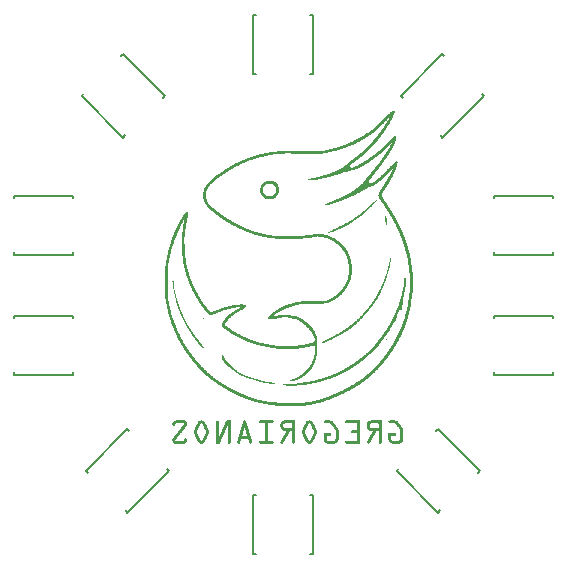
<source format=gbo>
G04 MADE WITH FRITZING*
G04 WWW.FRITZING.ORG*
G04 DOUBLE SIDED*
G04 HOLES PLATED*
G04 CONTOUR ON CENTER OF CONTOUR VECTOR*
%ASAXBY*%
%FSLAX23Y23*%
%MOIN*%
%OFA0B0*%
%SFA1.0B1.0*%
%ADD10C,0.005556*%
%ADD11R,0.001000X0.001000*%
%LNSILK0*%
G90*
G70*
G54D10*
X3262Y4244D02*
X3262Y4253D01*
X3065Y4253D01*
X3065Y4244D01*
D02*
X3065Y4065D02*
X3065Y4056D01*
X3262Y4056D01*
X3262Y4065D01*
D02*
X3262Y3844D02*
X3262Y3853D01*
X3065Y3853D01*
X3065Y3844D01*
D02*
X3065Y3665D02*
X3065Y3656D01*
X3262Y3656D01*
X3262Y3665D01*
D02*
X3295Y4593D02*
X3289Y4587D01*
X3428Y4447D01*
X3435Y4454D01*
D02*
X3561Y4580D02*
X3568Y4587D01*
X3428Y4726D01*
X3422Y4720D01*
D02*
X3871Y4857D02*
X3862Y4857D01*
X3862Y4660D01*
X3871Y4660D01*
D02*
X4050Y4660D02*
X4059Y4660D01*
X4059Y4857D01*
X4050Y4857D01*
D02*
X4498Y4720D02*
X4492Y4726D01*
X4353Y4587D01*
X4359Y4580D01*
D02*
X4486Y4454D02*
X4492Y4447D01*
X4631Y4587D01*
X4625Y4593D01*
D02*
X4862Y4244D02*
X4862Y4253D01*
X4665Y4253D01*
X4665Y4244D01*
D02*
X4665Y4065D02*
X4665Y4056D01*
X4862Y4056D01*
X4862Y4065D01*
D02*
X4862Y3844D02*
X4862Y3853D01*
X4665Y3853D01*
X4665Y3844D01*
D02*
X4665Y3665D02*
X4665Y3656D01*
X4862Y3656D01*
X4862Y3665D01*
D02*
X4345Y3343D02*
X4339Y3337D01*
X4478Y3197D01*
X4485Y3204D01*
D02*
X4611Y3330D02*
X4618Y3337D01*
X4478Y3476D01*
X4472Y3470D01*
D02*
X3871Y3257D02*
X3862Y3257D01*
X3862Y3060D01*
X3871Y3060D01*
D02*
X4050Y3060D02*
X4059Y3060D01*
X4059Y3257D01*
X4050Y3257D01*
D02*
X3448Y3470D02*
X3442Y3476D01*
X3303Y3337D01*
X3309Y3330D01*
D02*
X3436Y3204D02*
X3442Y3197D01*
X3581Y3337D01*
X3575Y3343D01*
D02*
G54D11*
X4329Y4536D02*
X4329Y4536D01*
X4326Y4535D02*
X4331Y4535D01*
X4325Y4534D02*
X4332Y4534D01*
X4323Y4533D02*
X4332Y4533D01*
X4322Y4532D02*
X4332Y4532D01*
X4320Y4531D02*
X4332Y4531D01*
X4319Y4530D02*
X4332Y4530D01*
X4318Y4529D02*
X4332Y4529D01*
X4317Y4528D02*
X4332Y4528D01*
X4316Y4527D02*
X4331Y4527D01*
X4314Y4526D02*
X4331Y4526D01*
X4313Y4525D02*
X4330Y4525D01*
X4312Y4524D02*
X4330Y4524D01*
X4311Y4523D02*
X4330Y4523D01*
X4310Y4522D02*
X4329Y4522D01*
X4309Y4521D02*
X4329Y4521D01*
X4308Y4520D02*
X4328Y4520D01*
X4307Y4519D02*
X4328Y4519D01*
X4306Y4518D02*
X4327Y4518D01*
X4305Y4517D02*
X4327Y4517D01*
X4304Y4516D02*
X4326Y4516D01*
X4303Y4515D02*
X4326Y4515D01*
X4302Y4514D02*
X4325Y4514D01*
X4301Y4513D02*
X4325Y4513D01*
X4300Y4512D02*
X4324Y4512D01*
X4299Y4511D02*
X4312Y4511D01*
X4315Y4511D02*
X4324Y4511D01*
X4298Y4510D02*
X4311Y4510D01*
X4315Y4510D02*
X4323Y4510D01*
X4297Y4509D02*
X4310Y4509D01*
X4314Y4509D02*
X4323Y4509D01*
X4296Y4508D02*
X4309Y4508D01*
X4314Y4508D02*
X4322Y4508D01*
X4295Y4507D02*
X4308Y4507D01*
X4313Y4507D02*
X4322Y4507D01*
X4294Y4506D02*
X4307Y4506D01*
X4313Y4506D02*
X4321Y4506D01*
X4293Y4505D02*
X4306Y4505D01*
X4312Y4505D02*
X4321Y4505D01*
X4292Y4504D02*
X4305Y4504D01*
X4311Y4504D02*
X4320Y4504D01*
X4290Y4503D02*
X4304Y4503D01*
X4311Y4503D02*
X4320Y4503D01*
X4289Y4502D02*
X4303Y4502D01*
X4310Y4502D02*
X4319Y4502D01*
X4288Y4501D02*
X4302Y4501D01*
X4310Y4501D02*
X4318Y4501D01*
X4287Y4500D02*
X4301Y4500D01*
X4309Y4500D02*
X4318Y4500D01*
X4286Y4499D02*
X4300Y4499D01*
X4308Y4499D02*
X4317Y4499D01*
X4285Y4498D02*
X4299Y4498D01*
X4308Y4498D02*
X4317Y4498D01*
X4284Y4497D02*
X4298Y4497D01*
X4307Y4497D02*
X4316Y4497D01*
X4283Y4496D02*
X4297Y4496D01*
X4306Y4496D02*
X4316Y4496D01*
X4282Y4495D02*
X4296Y4495D01*
X4306Y4495D02*
X4315Y4495D01*
X4281Y4494D02*
X4295Y4494D01*
X4305Y4494D02*
X4315Y4494D01*
X4280Y4493D02*
X4294Y4493D01*
X4304Y4493D02*
X4314Y4493D01*
X4279Y4492D02*
X4293Y4492D01*
X4304Y4492D02*
X4313Y4492D01*
X4278Y4491D02*
X4292Y4491D01*
X4303Y4491D02*
X4313Y4491D01*
X4277Y4490D02*
X4291Y4490D01*
X4302Y4490D02*
X4312Y4490D01*
X4276Y4489D02*
X4290Y4489D01*
X4302Y4489D02*
X4311Y4489D01*
X4275Y4488D02*
X4289Y4488D01*
X4301Y4488D02*
X4311Y4488D01*
X4274Y4487D02*
X4288Y4487D01*
X4300Y4487D02*
X4310Y4487D01*
X4273Y4486D02*
X4287Y4486D01*
X4300Y4486D02*
X4310Y4486D01*
X4272Y4485D02*
X4286Y4485D01*
X4299Y4485D02*
X4309Y4485D01*
X4271Y4484D02*
X4284Y4484D01*
X4298Y4484D02*
X4308Y4484D01*
X4270Y4483D02*
X4283Y4483D01*
X4298Y4483D02*
X4308Y4483D01*
X4269Y4482D02*
X4282Y4482D01*
X4297Y4482D02*
X4307Y4482D01*
X4268Y4481D02*
X4281Y4481D01*
X4296Y4481D02*
X4307Y4481D01*
X4267Y4480D02*
X4280Y4480D01*
X4296Y4480D02*
X4306Y4480D01*
X4266Y4479D02*
X4279Y4479D01*
X4295Y4479D02*
X4305Y4479D01*
X4264Y4478D02*
X4278Y4478D01*
X4294Y4478D02*
X4305Y4478D01*
X4263Y4477D02*
X4277Y4477D01*
X4294Y4477D02*
X4304Y4477D01*
X4262Y4476D02*
X4276Y4476D01*
X4293Y4476D02*
X4303Y4476D01*
X4261Y4475D02*
X4275Y4475D01*
X4292Y4475D02*
X4303Y4475D01*
X4260Y4474D02*
X4274Y4474D01*
X4292Y4474D02*
X4302Y4474D01*
X4258Y4473D02*
X4273Y4473D01*
X4291Y4473D02*
X4301Y4473D01*
X4257Y4472D02*
X4271Y4472D01*
X4290Y4472D02*
X4301Y4472D01*
X4256Y4471D02*
X4270Y4471D01*
X4289Y4471D02*
X4300Y4471D01*
X4254Y4470D02*
X4269Y4470D01*
X4289Y4470D02*
X4299Y4470D01*
X4253Y4469D02*
X4268Y4469D01*
X4288Y4469D02*
X4299Y4469D01*
X4252Y4468D02*
X4267Y4468D01*
X4287Y4468D02*
X4298Y4468D01*
X4250Y4467D02*
X4265Y4467D01*
X4287Y4467D02*
X4297Y4467D01*
X4249Y4466D02*
X4264Y4466D01*
X4286Y4466D02*
X4297Y4466D01*
X4247Y4465D02*
X4263Y4465D01*
X4285Y4465D02*
X4296Y4465D01*
X4246Y4464D02*
X4262Y4464D01*
X4284Y4464D02*
X4295Y4464D01*
X4244Y4463D02*
X4260Y4463D01*
X4284Y4463D02*
X4295Y4463D01*
X4243Y4462D02*
X4259Y4462D01*
X4283Y4462D02*
X4294Y4462D01*
X4241Y4461D02*
X4258Y4461D01*
X4282Y4461D02*
X4293Y4461D01*
X4239Y4460D02*
X4257Y4460D01*
X4281Y4460D02*
X4293Y4460D01*
X4238Y4459D02*
X4255Y4459D01*
X4281Y4459D02*
X4292Y4459D01*
X4236Y4458D02*
X4254Y4458D01*
X4280Y4458D02*
X4291Y4458D01*
X4234Y4457D02*
X4252Y4457D01*
X4279Y4457D02*
X4290Y4457D01*
X4233Y4456D02*
X4251Y4456D01*
X4278Y4456D02*
X4290Y4456D01*
X4231Y4455D02*
X4250Y4455D01*
X4277Y4455D02*
X4289Y4455D01*
X4230Y4454D02*
X4248Y4454D01*
X4277Y4454D02*
X4288Y4454D01*
X4336Y4454D02*
X4336Y4454D01*
X4228Y4453D02*
X4247Y4453D01*
X4276Y4453D02*
X4288Y4453D01*
X4334Y4453D02*
X4337Y4453D01*
X4226Y4452D02*
X4245Y4452D01*
X4275Y4452D02*
X4287Y4452D01*
X4333Y4452D02*
X4337Y4452D01*
X4224Y4451D02*
X4244Y4451D01*
X4274Y4451D02*
X4286Y4451D01*
X4331Y4451D02*
X4337Y4451D01*
X4223Y4450D02*
X4242Y4450D01*
X4273Y4450D02*
X4285Y4450D01*
X4330Y4450D02*
X4337Y4450D01*
X4221Y4449D02*
X4241Y4449D01*
X4273Y4449D02*
X4285Y4449D01*
X4329Y4449D02*
X4337Y4449D01*
X4219Y4448D02*
X4239Y4448D01*
X4272Y4448D02*
X4284Y4448D01*
X4328Y4448D02*
X4337Y4448D01*
X4217Y4447D02*
X4237Y4447D01*
X4271Y4447D02*
X4283Y4447D01*
X4327Y4447D02*
X4337Y4447D01*
X4216Y4446D02*
X4236Y4446D01*
X4270Y4446D02*
X4282Y4446D01*
X4326Y4446D02*
X4337Y4446D01*
X4214Y4445D02*
X4234Y4445D01*
X4269Y4445D02*
X4282Y4445D01*
X4325Y4445D02*
X4337Y4445D01*
X4212Y4444D02*
X4232Y4444D01*
X4268Y4444D02*
X4281Y4444D01*
X4324Y4444D02*
X4337Y4444D01*
X4210Y4443D02*
X4231Y4443D01*
X4268Y4443D02*
X4280Y4443D01*
X4323Y4443D02*
X4336Y4443D01*
X4208Y4442D02*
X4229Y4442D01*
X4267Y4442D02*
X4279Y4442D01*
X4322Y4442D02*
X4336Y4442D01*
X4207Y4441D02*
X4227Y4441D01*
X4266Y4441D02*
X4278Y4441D01*
X4321Y4441D02*
X4336Y4441D01*
X4205Y4440D02*
X4225Y4440D01*
X4265Y4440D02*
X4278Y4440D01*
X4320Y4440D02*
X4336Y4440D01*
X4203Y4439D02*
X4224Y4439D01*
X4264Y4439D02*
X4277Y4439D01*
X4319Y4439D02*
X4336Y4439D01*
X4201Y4438D02*
X4222Y4438D01*
X4263Y4438D02*
X4276Y4438D01*
X4318Y4438D02*
X4335Y4438D01*
X4199Y4437D02*
X4220Y4437D01*
X4262Y4437D02*
X4275Y4437D01*
X4317Y4437D02*
X4335Y4437D01*
X4197Y4436D02*
X4219Y4436D01*
X4262Y4436D02*
X4274Y4436D01*
X4316Y4436D02*
X4335Y4436D01*
X4195Y4435D02*
X4217Y4435D01*
X4261Y4435D02*
X4273Y4435D01*
X4315Y4435D02*
X4335Y4435D01*
X4193Y4434D02*
X4215Y4434D01*
X4260Y4434D02*
X4273Y4434D01*
X4314Y4434D02*
X4334Y4434D01*
X4191Y4433D02*
X4213Y4433D01*
X4259Y4433D02*
X4272Y4433D01*
X4313Y4433D02*
X4334Y4433D01*
X4189Y4432D02*
X4212Y4432D01*
X4258Y4432D02*
X4271Y4432D01*
X4312Y4432D02*
X4334Y4432D01*
X4187Y4431D02*
X4210Y4431D01*
X4257Y4431D02*
X4270Y4431D01*
X4311Y4431D02*
X4333Y4431D01*
X4185Y4430D02*
X4208Y4430D01*
X4256Y4430D02*
X4269Y4430D01*
X4310Y4430D02*
X4333Y4430D01*
X4182Y4429D02*
X4206Y4429D01*
X4255Y4429D02*
X4268Y4429D01*
X4309Y4429D02*
X4322Y4429D01*
X4324Y4429D02*
X4333Y4429D01*
X4180Y4428D02*
X4204Y4428D01*
X4254Y4428D02*
X4267Y4428D01*
X4308Y4428D02*
X4321Y4428D01*
X4323Y4428D02*
X4332Y4428D01*
X4178Y4427D02*
X4202Y4427D01*
X4253Y4427D02*
X4266Y4427D01*
X4307Y4427D02*
X4319Y4427D01*
X4323Y4427D02*
X4332Y4427D01*
X4175Y4426D02*
X4200Y4426D01*
X4252Y4426D02*
X4266Y4426D01*
X4306Y4426D02*
X4318Y4426D01*
X4322Y4426D02*
X4332Y4426D01*
X4173Y4425D02*
X4197Y4425D01*
X4251Y4425D02*
X4265Y4425D01*
X4305Y4425D02*
X4317Y4425D01*
X4322Y4425D02*
X4331Y4425D01*
X4171Y4424D02*
X4195Y4424D01*
X4251Y4424D02*
X4264Y4424D01*
X4304Y4424D02*
X4316Y4424D01*
X4321Y4424D02*
X4331Y4424D01*
X4168Y4423D02*
X4193Y4423D01*
X4250Y4423D02*
X4263Y4423D01*
X4303Y4423D02*
X4315Y4423D01*
X4321Y4423D02*
X4330Y4423D01*
X4165Y4422D02*
X4191Y4422D01*
X4249Y4422D02*
X4262Y4422D01*
X4302Y4422D02*
X4314Y4422D01*
X4320Y4422D02*
X4330Y4422D01*
X4163Y4421D02*
X4188Y4421D01*
X4248Y4421D02*
X4261Y4421D01*
X4301Y4421D02*
X4313Y4421D01*
X4320Y4421D02*
X4329Y4421D01*
X4160Y4420D02*
X4186Y4420D01*
X4247Y4420D02*
X4260Y4420D01*
X4300Y4420D02*
X4312Y4420D01*
X4319Y4420D02*
X4329Y4420D01*
X4157Y4419D02*
X4183Y4419D01*
X4246Y4419D02*
X4259Y4419D01*
X4299Y4419D02*
X4311Y4419D01*
X4319Y4419D02*
X4328Y4419D01*
X4154Y4418D02*
X4181Y4418D01*
X4245Y4418D02*
X4258Y4418D01*
X4298Y4418D02*
X4310Y4418D01*
X4318Y4418D02*
X4328Y4418D01*
X4151Y4417D02*
X4178Y4417D01*
X4244Y4417D02*
X4257Y4417D01*
X4297Y4417D02*
X4309Y4417D01*
X4317Y4417D02*
X4328Y4417D01*
X4148Y4416D02*
X4176Y4416D01*
X4243Y4416D02*
X4256Y4416D01*
X4296Y4416D02*
X4308Y4416D01*
X4317Y4416D02*
X4327Y4416D01*
X4145Y4415D02*
X4173Y4415D01*
X4242Y4415D02*
X4255Y4415D01*
X4295Y4415D02*
X4307Y4415D01*
X4316Y4415D02*
X4326Y4415D01*
X4142Y4414D02*
X4170Y4414D01*
X4241Y4414D02*
X4254Y4414D01*
X4294Y4414D02*
X4306Y4414D01*
X4316Y4414D02*
X4326Y4414D01*
X4138Y4413D02*
X4167Y4413D01*
X4240Y4413D02*
X4253Y4413D01*
X4293Y4413D02*
X4306Y4413D01*
X4315Y4413D02*
X4325Y4413D01*
X4134Y4412D02*
X4164Y4412D01*
X4239Y4412D02*
X4252Y4412D01*
X4292Y4412D02*
X4305Y4412D01*
X4314Y4412D02*
X4325Y4412D01*
X4131Y4411D02*
X4162Y4411D01*
X4238Y4411D02*
X4251Y4411D01*
X4291Y4411D02*
X4304Y4411D01*
X4314Y4411D02*
X4324Y4411D01*
X4127Y4410D02*
X4159Y4410D01*
X4237Y4410D02*
X4250Y4410D01*
X4290Y4410D02*
X4303Y4410D01*
X4313Y4410D02*
X4324Y4410D01*
X4123Y4409D02*
X4156Y4409D01*
X4236Y4409D02*
X4249Y4409D01*
X4289Y4409D02*
X4302Y4409D01*
X4313Y4409D02*
X4323Y4409D01*
X4119Y4408D02*
X4153Y4408D01*
X4235Y4408D02*
X4248Y4408D01*
X4287Y4408D02*
X4301Y4408D01*
X4312Y4408D02*
X4323Y4408D01*
X4114Y4407D02*
X4149Y4407D01*
X4234Y4407D02*
X4247Y4407D01*
X4286Y4407D02*
X4300Y4407D01*
X4312Y4407D02*
X4322Y4407D01*
X4110Y4406D02*
X4146Y4406D01*
X4233Y4406D02*
X4246Y4406D01*
X4285Y4406D02*
X4299Y4406D01*
X4311Y4406D02*
X4322Y4406D01*
X4105Y4405D02*
X4143Y4405D01*
X4231Y4405D02*
X4245Y4405D01*
X4284Y4405D02*
X4297Y4405D01*
X4310Y4405D02*
X4321Y4405D01*
X4100Y4404D02*
X4139Y4404D01*
X4230Y4404D02*
X4244Y4404D01*
X4283Y4404D02*
X4296Y4404D01*
X4310Y4404D02*
X4321Y4404D01*
X4095Y4403D02*
X4136Y4403D01*
X4229Y4403D02*
X4243Y4403D01*
X4282Y4403D02*
X4295Y4403D01*
X4309Y4403D02*
X4320Y4403D01*
X4088Y4402D02*
X4132Y4402D01*
X4228Y4402D02*
X4242Y4402D01*
X4281Y4402D02*
X4294Y4402D01*
X4308Y4402D02*
X4319Y4402D01*
X3971Y4401D02*
X4022Y4401D01*
X4070Y4401D02*
X4128Y4401D01*
X4227Y4401D02*
X4241Y4401D01*
X4280Y4401D02*
X4293Y4401D01*
X4308Y4401D02*
X4319Y4401D01*
X3942Y4400D02*
X4124Y4400D01*
X4226Y4400D02*
X4240Y4400D01*
X4279Y4400D02*
X4292Y4400D01*
X4307Y4400D02*
X4318Y4400D01*
X3930Y4399D02*
X4120Y4399D01*
X4225Y4399D02*
X4239Y4399D01*
X4277Y4399D02*
X4291Y4399D01*
X4307Y4399D02*
X4318Y4399D01*
X3921Y4398D02*
X4115Y4398D01*
X4224Y4398D02*
X4238Y4398D01*
X4276Y4398D02*
X4290Y4398D01*
X4306Y4398D02*
X4317Y4398D01*
X3913Y4397D02*
X4110Y4397D01*
X4223Y4397D02*
X4237Y4397D01*
X4275Y4397D02*
X4289Y4397D01*
X4305Y4397D02*
X4316Y4397D01*
X3908Y4396D02*
X4105Y4396D01*
X4221Y4396D02*
X4236Y4396D01*
X4274Y4396D02*
X4288Y4396D01*
X4305Y4396D02*
X4316Y4396D01*
X3902Y4395D02*
X4100Y4395D01*
X4220Y4395D02*
X4234Y4395D01*
X4272Y4395D02*
X4287Y4395D01*
X4304Y4395D02*
X4315Y4395D01*
X3897Y4394D02*
X3967Y4394D01*
X3988Y4394D02*
X4094Y4394D01*
X4219Y4394D02*
X4233Y4394D01*
X4271Y4394D02*
X4285Y4394D01*
X4303Y4394D02*
X4314Y4394D01*
X3893Y4393D02*
X3953Y4393D01*
X4004Y4393D02*
X4086Y4393D01*
X4218Y4393D02*
X4232Y4393D01*
X4270Y4393D02*
X4284Y4393D01*
X4303Y4393D02*
X4314Y4393D01*
X3889Y4392D02*
X3943Y4392D01*
X4022Y4392D02*
X4077Y4392D01*
X4217Y4392D02*
X4231Y4392D01*
X4268Y4392D02*
X4283Y4392D01*
X4302Y4392D02*
X4313Y4392D01*
X3885Y4391D02*
X3935Y4391D01*
X4215Y4391D02*
X4230Y4391D01*
X4267Y4391D02*
X4282Y4391D01*
X4302Y4391D02*
X4313Y4391D01*
X3881Y4390D02*
X3928Y4390D01*
X4214Y4390D02*
X4229Y4390D01*
X4266Y4390D02*
X4281Y4390D01*
X4301Y4390D02*
X4312Y4390D01*
X3878Y4389D02*
X3922Y4389D01*
X4213Y4389D02*
X4228Y4389D01*
X4265Y4389D02*
X4279Y4389D01*
X4300Y4389D02*
X4311Y4389D01*
X3874Y4388D02*
X3916Y4388D01*
X4212Y4388D02*
X4226Y4388D01*
X4263Y4388D02*
X4278Y4388D01*
X4300Y4388D02*
X4311Y4388D01*
X3871Y4387D02*
X3910Y4387D01*
X4211Y4387D02*
X4225Y4387D01*
X4262Y4387D02*
X4277Y4387D01*
X4299Y4387D02*
X4310Y4387D01*
X3868Y4386D02*
X3905Y4386D01*
X4209Y4386D02*
X4224Y4386D01*
X4261Y4386D02*
X4276Y4386D01*
X4298Y4386D02*
X4309Y4386D01*
X3865Y4385D02*
X3900Y4385D01*
X4208Y4385D02*
X4223Y4385D01*
X4259Y4385D02*
X4275Y4385D01*
X4298Y4385D02*
X4309Y4385D01*
X3862Y4384D02*
X3896Y4384D01*
X4207Y4384D02*
X4222Y4384D01*
X4258Y4384D02*
X4273Y4384D01*
X4297Y4384D02*
X4308Y4384D01*
X3859Y4383D02*
X3891Y4383D01*
X4205Y4383D02*
X4220Y4383D01*
X4256Y4383D02*
X4272Y4383D01*
X4296Y4383D02*
X4307Y4383D01*
X3856Y4382D02*
X3887Y4382D01*
X4204Y4382D02*
X4219Y4382D01*
X4255Y4382D02*
X4271Y4382D01*
X4296Y4382D02*
X4307Y4382D01*
X3853Y4381D02*
X3883Y4381D01*
X4203Y4381D02*
X4218Y4381D01*
X4254Y4381D02*
X4269Y4381D01*
X4295Y4381D02*
X4306Y4381D01*
X3850Y4380D02*
X3879Y4380D01*
X4201Y4380D02*
X4217Y4380D01*
X4252Y4380D02*
X4268Y4380D01*
X4294Y4380D02*
X4305Y4380D01*
X3847Y4379D02*
X3876Y4379D01*
X4200Y4379D02*
X4215Y4379D01*
X4251Y4379D02*
X4267Y4379D01*
X4294Y4379D02*
X4305Y4379D01*
X3845Y4378D02*
X3872Y4378D01*
X4199Y4378D02*
X4214Y4378D01*
X4249Y4378D02*
X4265Y4378D01*
X4293Y4378D02*
X4304Y4378D01*
X3842Y4377D02*
X3869Y4377D01*
X4197Y4377D02*
X4213Y4377D01*
X4248Y4377D02*
X4264Y4377D01*
X4292Y4377D02*
X4303Y4377D01*
X3839Y4376D02*
X3865Y4376D01*
X4196Y4376D02*
X4211Y4376D01*
X4247Y4376D02*
X4263Y4376D01*
X4291Y4376D02*
X4303Y4376D01*
X3836Y4375D02*
X3862Y4375D01*
X4194Y4375D02*
X4210Y4375D01*
X4245Y4375D02*
X4261Y4375D01*
X4291Y4375D02*
X4302Y4375D01*
X3834Y4374D02*
X3859Y4374D01*
X4193Y4374D02*
X4209Y4374D01*
X4244Y4374D02*
X4260Y4374D01*
X4290Y4374D02*
X4301Y4374D01*
X3831Y4373D02*
X3856Y4373D01*
X4191Y4373D02*
X4207Y4373D01*
X4242Y4373D02*
X4259Y4373D01*
X4289Y4373D02*
X4300Y4373D01*
X3828Y4372D02*
X3853Y4372D01*
X4190Y4372D02*
X4206Y4372D01*
X4241Y4372D02*
X4257Y4372D01*
X4289Y4372D02*
X4300Y4372D01*
X3825Y4371D02*
X3850Y4371D01*
X4189Y4371D02*
X4205Y4371D01*
X4239Y4371D02*
X4256Y4371D01*
X4288Y4371D02*
X4299Y4371D01*
X3823Y4370D02*
X3847Y4370D01*
X4187Y4370D02*
X4203Y4370D01*
X4237Y4370D02*
X4254Y4370D01*
X4287Y4370D02*
X4298Y4370D01*
X3820Y4369D02*
X3845Y4369D01*
X4186Y4369D02*
X4202Y4369D01*
X4235Y4369D02*
X4253Y4369D01*
X4287Y4369D02*
X4298Y4369D01*
X3818Y4368D02*
X3842Y4368D01*
X4185Y4368D02*
X4200Y4368D01*
X4233Y4368D02*
X4251Y4368D01*
X4286Y4368D02*
X4297Y4368D01*
X4340Y4368D02*
X4340Y4368D01*
X3816Y4367D02*
X3840Y4367D01*
X4184Y4367D02*
X4199Y4367D01*
X4231Y4367D02*
X4250Y4367D01*
X4285Y4367D02*
X4296Y4367D01*
X4338Y4367D02*
X4341Y4367D01*
X3814Y4366D02*
X3837Y4366D01*
X4182Y4366D02*
X4198Y4366D01*
X4230Y4366D02*
X4248Y4366D01*
X4284Y4366D02*
X4295Y4366D01*
X4337Y4366D02*
X4341Y4366D01*
X3812Y4365D02*
X3835Y4365D01*
X4181Y4365D02*
X4196Y4365D01*
X4228Y4365D02*
X4247Y4365D01*
X4283Y4365D02*
X4295Y4365D01*
X4335Y4365D02*
X4341Y4365D01*
X3810Y4364D02*
X3833Y4364D01*
X4180Y4364D02*
X4195Y4364D01*
X4227Y4364D02*
X4245Y4364D01*
X4283Y4364D02*
X4294Y4364D01*
X4334Y4364D02*
X4342Y4364D01*
X3808Y4363D02*
X3830Y4363D01*
X4179Y4363D02*
X4194Y4363D01*
X4225Y4363D02*
X4244Y4363D01*
X4282Y4363D02*
X4293Y4363D01*
X4333Y4363D02*
X4342Y4363D01*
X3806Y4362D02*
X3828Y4362D01*
X4178Y4362D02*
X4192Y4362D01*
X4224Y4362D02*
X4242Y4362D01*
X4281Y4362D02*
X4293Y4362D01*
X4332Y4362D02*
X4341Y4362D01*
X3804Y4361D02*
X3826Y4361D01*
X4177Y4361D02*
X4191Y4361D01*
X4222Y4361D02*
X4241Y4361D01*
X4280Y4361D02*
X4292Y4361D01*
X4331Y4361D02*
X4341Y4361D01*
X3802Y4360D02*
X3824Y4360D01*
X4176Y4360D02*
X4190Y4360D01*
X4220Y4360D02*
X4239Y4360D01*
X4280Y4360D02*
X4291Y4360D01*
X4330Y4360D02*
X4341Y4360D01*
X3800Y4359D02*
X3822Y4359D01*
X4175Y4359D02*
X4188Y4359D01*
X4219Y4359D02*
X4238Y4359D01*
X4279Y4359D02*
X4290Y4359D01*
X4329Y4359D02*
X4341Y4359D01*
X3798Y4358D02*
X3820Y4358D01*
X4174Y4358D02*
X4187Y4358D01*
X4217Y4358D02*
X4236Y4358D01*
X4278Y4358D02*
X4290Y4358D01*
X4328Y4358D02*
X4341Y4358D01*
X3797Y4357D02*
X3818Y4357D01*
X4173Y4357D02*
X4186Y4357D01*
X4215Y4357D02*
X4234Y4357D01*
X4277Y4357D02*
X4289Y4357D01*
X4326Y4357D02*
X4341Y4357D01*
X3795Y4356D02*
X3816Y4356D01*
X4171Y4356D02*
X4185Y4356D01*
X4214Y4356D02*
X4233Y4356D01*
X4276Y4356D02*
X4288Y4356D01*
X4325Y4356D02*
X4340Y4356D01*
X3793Y4355D02*
X3814Y4355D01*
X4170Y4355D02*
X4184Y4355D01*
X4212Y4355D02*
X4231Y4355D01*
X4276Y4355D02*
X4287Y4355D01*
X4324Y4355D02*
X4340Y4355D01*
X3792Y4354D02*
X3812Y4354D01*
X4169Y4354D02*
X4183Y4354D01*
X4210Y4354D02*
X4229Y4354D01*
X4275Y4354D02*
X4287Y4354D01*
X4323Y4354D02*
X4340Y4354D01*
X3790Y4353D02*
X3810Y4353D01*
X4168Y4353D02*
X4182Y4353D01*
X4208Y4353D02*
X4227Y4353D01*
X4274Y4353D02*
X4286Y4353D01*
X4322Y4353D02*
X4340Y4353D01*
X3788Y4352D02*
X3808Y4352D01*
X4167Y4352D02*
X4182Y4352D01*
X4206Y4352D02*
X4225Y4352D01*
X4273Y4352D02*
X4285Y4352D01*
X4321Y4352D02*
X4339Y4352D01*
X3786Y4351D02*
X3806Y4351D01*
X4165Y4351D02*
X4182Y4351D01*
X4204Y4351D02*
X4224Y4351D01*
X4273Y4351D02*
X4284Y4351D01*
X4320Y4351D02*
X4339Y4351D01*
X3785Y4350D02*
X3804Y4350D01*
X4164Y4350D02*
X4182Y4350D01*
X4202Y4350D02*
X4222Y4350D01*
X4272Y4350D02*
X4283Y4350D01*
X4319Y4350D02*
X4339Y4350D01*
X3783Y4349D02*
X3802Y4349D01*
X4163Y4349D02*
X4183Y4349D01*
X4199Y4349D02*
X4220Y4349D01*
X4271Y4349D02*
X4283Y4349D01*
X4318Y4349D02*
X4338Y4349D01*
X3782Y4348D02*
X3800Y4348D01*
X4161Y4348D02*
X4184Y4348D01*
X4197Y4348D02*
X4218Y4348D01*
X4270Y4348D02*
X4282Y4348D01*
X4317Y4348D02*
X4338Y4348D01*
X3780Y4347D02*
X3798Y4347D01*
X4160Y4347D02*
X4186Y4347D01*
X4194Y4347D02*
X4216Y4347D01*
X4269Y4347D02*
X4281Y4347D01*
X4316Y4347D02*
X4338Y4347D01*
X3778Y4346D02*
X3796Y4346D01*
X4158Y4346D02*
X4214Y4346D01*
X4268Y4346D02*
X4280Y4346D01*
X4315Y4346D02*
X4337Y4346D01*
X3777Y4345D02*
X3795Y4345D01*
X4157Y4345D02*
X4212Y4345D01*
X4268Y4345D02*
X4280Y4345D01*
X4314Y4345D02*
X4337Y4345D01*
X3775Y4344D02*
X3793Y4344D01*
X4155Y4344D02*
X4209Y4344D01*
X4267Y4344D02*
X4279Y4344D01*
X4313Y4344D02*
X4337Y4344D01*
X3774Y4343D02*
X3791Y4343D01*
X4153Y4343D02*
X4207Y4343D01*
X4266Y4343D02*
X4278Y4343D01*
X4312Y4343D02*
X4336Y4343D01*
X3772Y4342D02*
X3789Y4342D01*
X4151Y4342D02*
X4204Y4342D01*
X4265Y4342D02*
X4277Y4342D01*
X4311Y4342D02*
X4336Y4342D01*
X3771Y4341D02*
X3788Y4341D01*
X4150Y4341D02*
X4202Y4341D01*
X4264Y4341D02*
X4276Y4341D01*
X4310Y4341D02*
X4323Y4341D01*
X4326Y4341D02*
X4335Y4341D01*
X3769Y4340D02*
X3786Y4340D01*
X4148Y4340D02*
X4199Y4340D01*
X4264Y4340D02*
X4276Y4340D01*
X4309Y4340D02*
X4322Y4340D01*
X4326Y4340D02*
X4335Y4340D01*
X3767Y4339D02*
X3784Y4339D01*
X4146Y4339D02*
X4196Y4339D01*
X4263Y4339D02*
X4275Y4339D01*
X4308Y4339D02*
X4321Y4339D01*
X4325Y4339D02*
X4335Y4339D01*
X3766Y4338D02*
X3782Y4338D01*
X4144Y4338D02*
X4192Y4338D01*
X4262Y4338D02*
X4274Y4338D01*
X4307Y4338D02*
X4320Y4338D01*
X4325Y4338D02*
X4334Y4338D01*
X3764Y4337D02*
X3781Y4337D01*
X4142Y4337D02*
X4188Y4337D01*
X4261Y4337D02*
X4273Y4337D01*
X4306Y4337D02*
X4319Y4337D01*
X4324Y4337D02*
X4334Y4337D01*
X3763Y4336D02*
X3779Y4336D01*
X4140Y4336D02*
X4183Y4336D01*
X4260Y4336D02*
X4272Y4336D01*
X4305Y4336D02*
X4318Y4336D01*
X4324Y4336D02*
X4333Y4336D01*
X3761Y4335D02*
X3778Y4335D01*
X4137Y4335D02*
X4179Y4335D01*
X4259Y4335D02*
X4271Y4335D01*
X4305Y4335D02*
X4317Y4335D01*
X4324Y4335D02*
X4333Y4335D01*
X3760Y4334D02*
X3776Y4334D01*
X4135Y4334D02*
X4175Y4334D01*
X4259Y4334D02*
X4271Y4334D01*
X4304Y4334D02*
X4316Y4334D01*
X4323Y4334D02*
X4333Y4334D01*
X3758Y4333D02*
X3774Y4333D01*
X4133Y4333D02*
X4171Y4333D01*
X4258Y4333D02*
X4270Y4333D01*
X4303Y4333D02*
X4315Y4333D01*
X4323Y4333D02*
X4332Y4333D01*
X3757Y4332D02*
X3773Y4332D01*
X4130Y4332D02*
X4168Y4332D01*
X4257Y4332D02*
X4269Y4332D01*
X4302Y4332D02*
X4314Y4332D01*
X4322Y4332D02*
X4332Y4332D01*
X3755Y4331D02*
X3771Y4331D01*
X4128Y4331D02*
X4165Y4331D01*
X4256Y4331D02*
X4268Y4331D01*
X4301Y4331D02*
X4313Y4331D01*
X4322Y4331D02*
X4331Y4331D01*
X3754Y4330D02*
X3769Y4330D01*
X4125Y4330D02*
X4161Y4330D01*
X4255Y4330D02*
X4267Y4330D01*
X4300Y4330D02*
X4312Y4330D01*
X4321Y4330D02*
X4331Y4330D01*
X3752Y4329D02*
X3768Y4329D01*
X4123Y4329D02*
X4158Y4329D01*
X4255Y4329D02*
X4267Y4329D01*
X4299Y4329D02*
X4311Y4329D01*
X4321Y4329D02*
X4330Y4329D01*
X3751Y4328D02*
X3766Y4328D01*
X4120Y4328D02*
X4155Y4328D01*
X4254Y4328D02*
X4266Y4328D01*
X4298Y4328D02*
X4310Y4328D01*
X4320Y4328D02*
X4330Y4328D01*
X3750Y4327D02*
X3765Y4327D01*
X4117Y4327D02*
X4152Y4327D01*
X4253Y4327D02*
X4265Y4327D01*
X4297Y4327D02*
X4309Y4327D01*
X4320Y4327D02*
X4329Y4327D01*
X3748Y4326D02*
X3763Y4326D01*
X4114Y4326D02*
X4149Y4326D01*
X4252Y4326D02*
X4264Y4326D01*
X4296Y4326D02*
X4308Y4326D01*
X4319Y4326D02*
X4329Y4326D01*
X3747Y4325D02*
X3762Y4325D01*
X4111Y4325D02*
X4146Y4325D01*
X4251Y4325D02*
X4263Y4325D01*
X4295Y4325D02*
X4308Y4325D01*
X4319Y4325D02*
X4328Y4325D01*
X3745Y4324D02*
X3760Y4324D01*
X4108Y4324D02*
X4143Y4324D01*
X4251Y4324D02*
X4263Y4324D01*
X4293Y4324D02*
X4307Y4324D01*
X4318Y4324D02*
X4328Y4324D01*
X3744Y4323D02*
X3759Y4323D01*
X4105Y4323D02*
X4140Y4323D01*
X4250Y4323D02*
X4262Y4323D01*
X4292Y4323D02*
X4306Y4323D01*
X4318Y4323D02*
X4328Y4323D01*
X3742Y4322D02*
X3758Y4322D01*
X4102Y4322D02*
X4137Y4322D01*
X4249Y4322D02*
X4261Y4322D01*
X4291Y4322D02*
X4305Y4322D01*
X4317Y4322D02*
X4327Y4322D01*
X3741Y4321D02*
X3756Y4321D01*
X4098Y4321D02*
X4134Y4321D01*
X4248Y4321D02*
X4260Y4321D01*
X4290Y4321D02*
X4304Y4321D01*
X4316Y4321D02*
X4327Y4321D01*
X3739Y4320D02*
X3755Y4320D01*
X4095Y4320D02*
X4130Y4320D01*
X4247Y4320D02*
X4259Y4320D01*
X4289Y4320D02*
X4303Y4320D01*
X4316Y4320D02*
X4326Y4320D01*
X3738Y4319D02*
X3753Y4319D01*
X4091Y4319D02*
X4127Y4319D01*
X4246Y4319D02*
X4259Y4319D01*
X4288Y4319D02*
X4302Y4319D01*
X4315Y4319D02*
X4326Y4319D01*
X3737Y4318D02*
X3752Y4318D01*
X4087Y4318D02*
X4123Y4318D01*
X4246Y4318D02*
X4258Y4318D01*
X4287Y4318D02*
X4301Y4318D01*
X4315Y4318D02*
X4325Y4318D01*
X3735Y4317D02*
X3750Y4317D01*
X4083Y4317D02*
X4119Y4317D01*
X4245Y4317D02*
X4257Y4317D01*
X4286Y4317D02*
X4300Y4317D01*
X4314Y4317D02*
X4325Y4317D01*
X3734Y4316D02*
X3749Y4316D01*
X4079Y4316D02*
X4116Y4316D01*
X4244Y4316D02*
X4256Y4316D01*
X4285Y4316D02*
X4299Y4316D01*
X4314Y4316D02*
X4324Y4316D01*
X3733Y4315D02*
X3748Y4315D01*
X4075Y4315D02*
X4112Y4315D01*
X4243Y4315D02*
X4255Y4315D01*
X4284Y4315D02*
X4298Y4315D01*
X4313Y4315D02*
X4324Y4315D01*
X3731Y4314D02*
X3746Y4314D01*
X4070Y4314D02*
X4108Y4314D01*
X4242Y4314D02*
X4255Y4314D01*
X4283Y4314D02*
X4297Y4314D01*
X4312Y4314D02*
X4323Y4314D01*
X3730Y4313D02*
X3745Y4313D01*
X4066Y4313D02*
X4104Y4313D01*
X4242Y4313D02*
X4254Y4313D01*
X4282Y4313D02*
X4296Y4313D01*
X4312Y4313D02*
X4322Y4313D01*
X3729Y4312D02*
X3743Y4312D01*
X4061Y4312D02*
X4099Y4312D01*
X4241Y4312D02*
X4253Y4312D01*
X4281Y4312D02*
X4295Y4312D01*
X4311Y4312D02*
X4322Y4312D01*
X3728Y4311D02*
X3742Y4311D01*
X4057Y4311D02*
X4095Y4311D01*
X4240Y4311D02*
X4252Y4311D01*
X4280Y4311D02*
X4294Y4311D01*
X4311Y4311D02*
X4321Y4311D01*
X3726Y4310D02*
X3741Y4310D01*
X4054Y4310D02*
X4090Y4310D01*
X4239Y4310D02*
X4252Y4310D01*
X4279Y4310D02*
X4293Y4310D01*
X4310Y4310D02*
X4321Y4310D01*
X3725Y4309D02*
X3740Y4309D01*
X4050Y4309D02*
X4086Y4309D01*
X4239Y4309D02*
X4251Y4309D01*
X4277Y4309D02*
X4292Y4309D01*
X4310Y4309D02*
X4320Y4309D01*
X3724Y4308D02*
X3738Y4308D01*
X4047Y4308D02*
X4081Y4308D01*
X4238Y4308D02*
X4250Y4308D01*
X4276Y4308D02*
X4291Y4308D01*
X4309Y4308D02*
X4320Y4308D01*
X3723Y4307D02*
X3737Y4307D01*
X4045Y4307D02*
X4075Y4307D01*
X4237Y4307D02*
X4250Y4307D01*
X4275Y4307D02*
X4290Y4307D01*
X4308Y4307D02*
X4319Y4307D01*
X3722Y4306D02*
X3736Y4306D01*
X4043Y4306D02*
X4069Y4306D01*
X4236Y4306D02*
X4249Y4306D01*
X4274Y4306D02*
X4288Y4306D01*
X4308Y4306D02*
X4319Y4306D01*
X3721Y4305D02*
X3735Y4305D01*
X4042Y4305D02*
X4061Y4305D01*
X4236Y4305D02*
X4249Y4305D01*
X4273Y4305D02*
X4287Y4305D01*
X4307Y4305D02*
X4318Y4305D01*
X3720Y4304D02*
X3733Y4304D01*
X4235Y4304D02*
X4248Y4304D01*
X4272Y4304D02*
X4286Y4304D01*
X4307Y4304D02*
X4318Y4304D01*
X3718Y4303D02*
X3732Y4303D01*
X3914Y4303D02*
X3920Y4303D01*
X4234Y4303D02*
X4248Y4303D01*
X4270Y4303D02*
X4285Y4303D01*
X4306Y4303D02*
X4317Y4303D01*
X3717Y4302D02*
X3731Y4302D01*
X3908Y4302D02*
X3925Y4302D01*
X4234Y4302D02*
X4247Y4302D01*
X4269Y4302D02*
X4284Y4302D01*
X4305Y4302D02*
X4317Y4302D01*
X3717Y4301D02*
X3730Y4301D01*
X3906Y4301D02*
X3929Y4301D01*
X4233Y4301D02*
X4247Y4301D01*
X4267Y4301D02*
X4283Y4301D01*
X4305Y4301D02*
X4316Y4301D01*
X3716Y4300D02*
X3729Y4300D01*
X3903Y4300D02*
X3931Y4300D01*
X4232Y4300D02*
X4247Y4300D01*
X4266Y4300D02*
X4281Y4300D01*
X4304Y4300D02*
X4315Y4300D01*
X3715Y4299D02*
X3727Y4299D01*
X3901Y4299D02*
X3933Y4299D01*
X4231Y4299D02*
X4247Y4299D01*
X4265Y4299D02*
X4280Y4299D01*
X4304Y4299D02*
X4315Y4299D01*
X3714Y4298D02*
X3726Y4298D01*
X3899Y4298D02*
X3934Y4298D01*
X4230Y4298D02*
X4247Y4298D01*
X4263Y4298D02*
X4279Y4298D01*
X4303Y4298D02*
X4314Y4298D01*
X3713Y4297D02*
X3725Y4297D01*
X3898Y4297D02*
X3936Y4297D01*
X4229Y4297D02*
X4248Y4297D01*
X4261Y4297D02*
X4277Y4297D01*
X4302Y4297D02*
X4314Y4297D01*
X3712Y4296D02*
X3724Y4296D01*
X3897Y4296D02*
X3937Y4296D01*
X4228Y4296D02*
X4250Y4296D01*
X4258Y4296D02*
X4276Y4296D01*
X4302Y4296D02*
X4313Y4296D01*
X3711Y4295D02*
X3723Y4295D01*
X3895Y4295D02*
X3938Y4295D01*
X4227Y4295D02*
X4275Y4295D01*
X4301Y4295D02*
X4312Y4295D01*
X3710Y4294D02*
X3722Y4294D01*
X3894Y4294D02*
X3939Y4294D01*
X4226Y4294D02*
X4273Y4294D01*
X4301Y4294D02*
X4312Y4294D01*
X3709Y4293D02*
X3721Y4293D01*
X3893Y4293D02*
X3940Y4293D01*
X4225Y4293D02*
X4272Y4293D01*
X4300Y4293D02*
X4311Y4293D01*
X3709Y4292D02*
X3720Y4292D01*
X3892Y4292D02*
X3907Y4292D01*
X3924Y4292D02*
X3940Y4292D01*
X4224Y4292D02*
X4270Y4292D01*
X4299Y4292D02*
X4311Y4292D01*
X3708Y4291D02*
X3719Y4291D01*
X3892Y4291D02*
X3905Y4291D01*
X3927Y4291D02*
X3941Y4291D01*
X4223Y4291D02*
X4269Y4291D01*
X4299Y4291D02*
X4310Y4291D01*
X3707Y4290D02*
X3718Y4290D01*
X3891Y4290D02*
X3903Y4290D01*
X3929Y4290D02*
X3942Y4290D01*
X4222Y4290D02*
X4236Y4290D01*
X4238Y4290D02*
X4267Y4290D01*
X4298Y4290D02*
X4310Y4290D01*
X3706Y4289D02*
X3717Y4289D01*
X3890Y4289D02*
X3902Y4289D01*
X3930Y4289D02*
X3942Y4289D01*
X4221Y4289D02*
X4236Y4289D01*
X4239Y4289D02*
X4266Y4289D01*
X4297Y4289D02*
X4309Y4289D01*
X3706Y4288D02*
X3716Y4288D01*
X3889Y4288D02*
X3901Y4288D01*
X3931Y4288D02*
X3943Y4288D01*
X4220Y4288D02*
X4236Y4288D01*
X4239Y4288D02*
X4264Y4288D01*
X4297Y4288D02*
X4308Y4288D01*
X3705Y4287D02*
X3715Y4287D01*
X3889Y4287D02*
X3900Y4287D01*
X3932Y4287D02*
X3943Y4287D01*
X4218Y4287D02*
X4236Y4287D01*
X4238Y4287D02*
X4262Y4287D01*
X4296Y4287D02*
X4308Y4287D01*
X3704Y4286D02*
X3715Y4286D01*
X3888Y4286D02*
X3899Y4286D01*
X3933Y4286D02*
X3944Y4286D01*
X4217Y4286D02*
X4259Y4286D01*
X4295Y4286D02*
X4307Y4286D01*
X3704Y4285D02*
X3714Y4285D01*
X3888Y4285D02*
X3898Y4285D01*
X3934Y4285D02*
X3944Y4285D01*
X4216Y4285D02*
X4257Y4285D01*
X4295Y4285D02*
X4306Y4285D01*
X3703Y4284D02*
X3713Y4284D01*
X3887Y4284D02*
X3897Y4284D01*
X3935Y4284D02*
X3944Y4284D01*
X4215Y4284D02*
X4254Y4284D01*
X4294Y4284D02*
X4306Y4284D01*
X3703Y4283D02*
X3712Y4283D01*
X3887Y4283D02*
X3896Y4283D01*
X3935Y4283D02*
X3945Y4283D01*
X4213Y4283D02*
X4251Y4283D01*
X4294Y4283D02*
X4305Y4283D01*
X3702Y4282D02*
X3712Y4282D01*
X3886Y4282D02*
X3896Y4282D01*
X3936Y4282D02*
X3945Y4282D01*
X4212Y4282D02*
X4249Y4282D01*
X4293Y4282D02*
X4304Y4282D01*
X3701Y4281D02*
X3711Y4281D01*
X3886Y4281D02*
X3895Y4281D01*
X3937Y4281D02*
X3945Y4281D01*
X4211Y4281D02*
X4247Y4281D01*
X4292Y4281D02*
X4304Y4281D01*
X3701Y4280D02*
X3710Y4280D01*
X3886Y4280D02*
X3894Y4280D01*
X3937Y4280D02*
X3945Y4280D01*
X4210Y4280D02*
X4244Y4280D01*
X4292Y4280D02*
X4303Y4280D01*
X3700Y4279D02*
X3710Y4279D01*
X3885Y4279D02*
X3894Y4279D01*
X3938Y4279D02*
X3945Y4279D01*
X4208Y4279D02*
X4242Y4279D01*
X4291Y4279D02*
X4302Y4279D01*
X3700Y4278D02*
X3709Y4278D01*
X3885Y4278D02*
X3894Y4278D01*
X3938Y4278D02*
X3946Y4278D01*
X4207Y4278D02*
X4241Y4278D01*
X4290Y4278D02*
X4302Y4278D01*
X3699Y4277D02*
X3709Y4277D01*
X3885Y4277D02*
X3893Y4277D01*
X3939Y4277D02*
X3946Y4277D01*
X4205Y4277D02*
X4239Y4277D01*
X4290Y4277D02*
X4301Y4277D01*
X3699Y4276D02*
X3708Y4276D01*
X3885Y4276D02*
X3893Y4276D01*
X3939Y4276D02*
X3946Y4276D01*
X4204Y4276D02*
X4237Y4276D01*
X4289Y4276D02*
X4300Y4276D01*
X3699Y4275D02*
X3708Y4275D01*
X3885Y4275D02*
X3893Y4275D01*
X3939Y4275D02*
X3946Y4275D01*
X4203Y4275D02*
X4235Y4275D01*
X4288Y4275D02*
X4299Y4275D01*
X3698Y4274D02*
X3707Y4274D01*
X3884Y4274D02*
X3893Y4274D01*
X3939Y4274D02*
X3946Y4274D01*
X4201Y4274D02*
X4234Y4274D01*
X4288Y4274D02*
X4299Y4274D01*
X3698Y4273D02*
X3707Y4273D01*
X3884Y4273D02*
X3892Y4273D01*
X3939Y4273D02*
X3946Y4273D01*
X4200Y4273D02*
X4232Y4273D01*
X4287Y4273D02*
X4298Y4273D01*
X3697Y4272D02*
X3706Y4272D01*
X3884Y4272D02*
X3892Y4272D01*
X3939Y4272D02*
X3946Y4272D01*
X4198Y4272D02*
X4230Y4272D01*
X4286Y4272D02*
X4297Y4272D01*
X3697Y4271D02*
X3706Y4271D01*
X3884Y4271D02*
X3892Y4271D01*
X3939Y4271D02*
X3946Y4271D01*
X4197Y4271D02*
X4229Y4271D01*
X4286Y4271D02*
X4297Y4271D01*
X3697Y4270D02*
X3705Y4270D01*
X3884Y4270D02*
X3892Y4270D01*
X3939Y4270D02*
X3946Y4270D01*
X4196Y4270D02*
X4227Y4270D01*
X4285Y4270D02*
X4296Y4270D01*
X3696Y4269D02*
X3705Y4269D01*
X3884Y4269D02*
X3892Y4269D01*
X3939Y4269D02*
X3946Y4269D01*
X4194Y4269D02*
X4225Y4269D01*
X4285Y4269D02*
X4296Y4269D01*
X3696Y4268D02*
X3705Y4268D01*
X3884Y4268D02*
X3893Y4268D01*
X3939Y4268D02*
X3946Y4268D01*
X4192Y4268D02*
X4223Y4268D01*
X4284Y4268D02*
X4295Y4268D01*
X3696Y4267D02*
X3704Y4267D01*
X3885Y4267D02*
X3893Y4267D01*
X3938Y4267D02*
X3946Y4267D01*
X4191Y4267D02*
X4221Y4267D01*
X4284Y4267D02*
X4294Y4267D01*
X3696Y4266D02*
X3704Y4266D01*
X3885Y4266D02*
X3893Y4266D01*
X3938Y4266D02*
X3945Y4266D01*
X4189Y4266D02*
X4220Y4266D01*
X4283Y4266D02*
X4294Y4266D01*
X3695Y4265D02*
X3704Y4265D01*
X3885Y4265D02*
X3894Y4265D01*
X3937Y4265D02*
X3945Y4265D01*
X4188Y4265D02*
X4218Y4265D01*
X4283Y4265D02*
X4293Y4265D01*
X3695Y4264D02*
X3704Y4264D01*
X3885Y4264D02*
X3894Y4264D01*
X3937Y4264D02*
X3945Y4264D01*
X4186Y4264D02*
X4216Y4264D01*
X4282Y4264D02*
X4293Y4264D01*
X3695Y4263D02*
X3703Y4263D01*
X3886Y4263D02*
X3894Y4263D01*
X3936Y4263D02*
X3945Y4263D01*
X4185Y4263D02*
X4214Y4263D01*
X4282Y4263D02*
X4292Y4263D01*
X3695Y4262D02*
X3703Y4262D01*
X3886Y4262D02*
X3895Y4262D01*
X3936Y4262D02*
X3945Y4262D01*
X4183Y4262D02*
X4212Y4262D01*
X4281Y4262D02*
X4291Y4262D01*
X3695Y4261D02*
X3703Y4261D01*
X3886Y4261D02*
X3896Y4261D01*
X3935Y4261D02*
X3944Y4261D01*
X4181Y4261D02*
X4210Y4261D01*
X4281Y4261D02*
X4291Y4261D01*
X3695Y4260D02*
X3703Y4260D01*
X3887Y4260D02*
X3896Y4260D01*
X3934Y4260D02*
X3944Y4260D01*
X4180Y4260D02*
X4208Y4260D01*
X4280Y4260D02*
X4291Y4260D01*
X3694Y4259D02*
X3703Y4259D01*
X3887Y4259D02*
X3897Y4259D01*
X3933Y4259D02*
X3944Y4259D01*
X4178Y4259D02*
X4206Y4259D01*
X4280Y4259D02*
X4290Y4259D01*
X3694Y4258D02*
X3702Y4258D01*
X3887Y4258D02*
X3898Y4258D01*
X3932Y4258D02*
X3943Y4258D01*
X4176Y4258D02*
X4204Y4258D01*
X4280Y4258D02*
X4290Y4258D01*
X3694Y4257D02*
X3702Y4257D01*
X3888Y4257D02*
X3899Y4257D01*
X3931Y4257D02*
X3943Y4257D01*
X4175Y4257D02*
X4202Y4257D01*
X4280Y4257D02*
X4289Y4257D01*
X3694Y4256D02*
X3702Y4256D01*
X3889Y4256D02*
X3900Y4256D01*
X3930Y4256D02*
X3943Y4256D01*
X4173Y4256D02*
X4200Y4256D01*
X4280Y4256D02*
X4289Y4256D01*
X3694Y4255D02*
X3702Y4255D01*
X3889Y4255D02*
X3901Y4255D01*
X3929Y4255D02*
X3942Y4255D01*
X4171Y4255D02*
X4198Y4255D01*
X4279Y4255D02*
X4289Y4255D01*
X3694Y4254D02*
X3702Y4254D01*
X3890Y4254D02*
X3902Y4254D01*
X3928Y4254D02*
X3941Y4254D01*
X4169Y4254D02*
X4196Y4254D01*
X4279Y4254D02*
X4289Y4254D01*
X3694Y4253D02*
X3702Y4253D01*
X3891Y4253D02*
X3903Y4253D01*
X3927Y4253D02*
X3941Y4253D01*
X4167Y4253D02*
X4194Y4253D01*
X4279Y4253D02*
X4289Y4253D01*
X3694Y4252D02*
X3702Y4252D01*
X3891Y4252D02*
X3905Y4252D01*
X3925Y4252D02*
X3940Y4252D01*
X4165Y4252D02*
X4191Y4252D01*
X4280Y4252D02*
X4289Y4252D01*
X3694Y4251D02*
X3702Y4251D01*
X3892Y4251D02*
X3911Y4251D01*
X3919Y4251D02*
X3939Y4251D01*
X4163Y4251D02*
X4189Y4251D01*
X4280Y4251D02*
X4290Y4251D01*
X3694Y4250D02*
X3702Y4250D01*
X3893Y4250D02*
X3938Y4250D01*
X4161Y4250D02*
X4187Y4250D01*
X4280Y4250D02*
X4290Y4250D01*
X3694Y4249D02*
X3702Y4249D01*
X3894Y4249D02*
X3937Y4249D01*
X4159Y4249D02*
X4185Y4249D01*
X4280Y4249D02*
X4291Y4249D01*
X3695Y4248D02*
X3703Y4248D01*
X3895Y4248D02*
X3936Y4248D01*
X4157Y4248D02*
X4182Y4248D01*
X4280Y4248D02*
X4291Y4248D01*
X3695Y4247D02*
X3703Y4247D01*
X3897Y4247D02*
X3935Y4247D01*
X4155Y4247D02*
X4180Y4247D01*
X4281Y4247D02*
X4292Y4247D01*
X3695Y4246D02*
X3703Y4246D01*
X3898Y4246D02*
X3934Y4246D01*
X4153Y4246D02*
X4178Y4246D01*
X4281Y4246D02*
X4292Y4246D01*
X3695Y4245D02*
X3703Y4245D01*
X3899Y4245D02*
X3932Y4245D01*
X4151Y4245D02*
X4176Y4245D01*
X4282Y4245D02*
X4293Y4245D01*
X3695Y4244D02*
X3703Y4244D01*
X3901Y4244D02*
X3931Y4244D01*
X4148Y4244D02*
X4173Y4244D01*
X4282Y4244D02*
X4293Y4244D01*
X3695Y4243D02*
X3704Y4243D01*
X3903Y4243D02*
X3929Y4243D01*
X4146Y4243D02*
X4171Y4243D01*
X4283Y4243D02*
X4294Y4243D01*
X3696Y4242D02*
X3704Y4242D01*
X3906Y4242D02*
X3926Y4242D01*
X4144Y4242D02*
X4169Y4242D01*
X4283Y4242D02*
X4295Y4242D01*
X3696Y4241D02*
X3704Y4241D01*
X3910Y4241D02*
X3922Y4241D01*
X4141Y4241D02*
X4166Y4241D01*
X4284Y4241D02*
X4295Y4241D01*
X3696Y4240D02*
X3705Y4240D01*
X4139Y4240D02*
X4164Y4240D01*
X4285Y4240D02*
X4296Y4240D01*
X3696Y4239D02*
X3705Y4239D01*
X4137Y4239D02*
X4161Y4239D01*
X4272Y4239D02*
X4273Y4239D01*
X4285Y4239D02*
X4297Y4239D01*
X3697Y4238D02*
X3705Y4238D01*
X4134Y4238D02*
X4159Y4238D01*
X4271Y4238D02*
X4273Y4238D01*
X4286Y4238D02*
X4297Y4238D01*
X3697Y4237D02*
X3706Y4237D01*
X4132Y4237D02*
X4156Y4237D01*
X4270Y4237D02*
X4272Y4237D01*
X4287Y4237D02*
X4298Y4237D01*
X3697Y4236D02*
X3706Y4236D01*
X4129Y4236D02*
X4154Y4236D01*
X4268Y4236D02*
X4272Y4236D01*
X4287Y4236D02*
X4299Y4236D01*
X3698Y4235D02*
X3707Y4235D01*
X4127Y4235D02*
X4151Y4235D01*
X4267Y4235D02*
X4271Y4235D01*
X4288Y4235D02*
X4299Y4235D01*
X3698Y4234D02*
X3707Y4234D01*
X4124Y4234D02*
X4148Y4234D01*
X4266Y4234D02*
X4270Y4234D01*
X4289Y4234D02*
X4300Y4234D01*
X3698Y4233D02*
X3708Y4233D01*
X4122Y4233D02*
X4145Y4233D01*
X4265Y4233D02*
X4269Y4233D01*
X4289Y4233D02*
X4301Y4233D01*
X3699Y4232D02*
X3708Y4232D01*
X4119Y4232D02*
X4143Y4232D01*
X4263Y4232D02*
X4268Y4232D01*
X4290Y4232D02*
X4301Y4232D01*
X3699Y4231D02*
X3709Y4231D01*
X4116Y4231D02*
X4140Y4231D01*
X4262Y4231D02*
X4268Y4231D01*
X4291Y4231D02*
X4302Y4231D01*
X3700Y4230D02*
X3709Y4230D01*
X4114Y4230D02*
X4137Y4230D01*
X4261Y4230D02*
X4267Y4230D01*
X4292Y4230D02*
X4303Y4230D01*
X3700Y4229D02*
X3710Y4229D01*
X4111Y4229D02*
X4134Y4229D01*
X4260Y4229D02*
X4266Y4229D01*
X4292Y4229D02*
X4303Y4229D01*
X3701Y4228D02*
X3711Y4228D01*
X4108Y4228D02*
X4131Y4228D01*
X4259Y4228D02*
X4265Y4228D01*
X4293Y4228D02*
X4304Y4228D01*
X3701Y4227D02*
X3711Y4227D01*
X4106Y4227D02*
X4128Y4227D01*
X4258Y4227D02*
X4264Y4227D01*
X4294Y4227D02*
X4305Y4227D01*
X3702Y4226D02*
X3712Y4226D01*
X4103Y4226D02*
X4125Y4226D01*
X4257Y4226D02*
X4263Y4226D01*
X4294Y4226D02*
X4305Y4226D01*
X3702Y4225D02*
X3713Y4225D01*
X4102Y4225D02*
X4121Y4225D01*
X4256Y4225D02*
X4262Y4225D01*
X4295Y4225D02*
X4306Y4225D01*
X3703Y4224D02*
X3714Y4224D01*
X4100Y4224D02*
X4118Y4224D01*
X4255Y4224D02*
X4261Y4224D01*
X4296Y4224D02*
X4307Y4224D01*
X3704Y4223D02*
X3715Y4223D01*
X4099Y4223D02*
X4114Y4223D01*
X4254Y4223D02*
X4260Y4223D01*
X4296Y4223D02*
X4308Y4223D01*
X3704Y4222D02*
X3716Y4222D01*
X4099Y4222D02*
X4110Y4222D01*
X4253Y4222D02*
X4259Y4222D01*
X4297Y4222D02*
X4308Y4222D01*
X3705Y4221D02*
X3717Y4221D01*
X4099Y4221D02*
X4106Y4221D01*
X4251Y4221D02*
X4258Y4221D01*
X4298Y4221D02*
X4309Y4221D01*
X3706Y4220D02*
X3718Y4220D01*
X4250Y4220D02*
X4257Y4220D01*
X4298Y4220D02*
X4310Y4220D01*
X3706Y4219D02*
X3719Y4219D01*
X4249Y4219D02*
X4257Y4219D01*
X4299Y4219D02*
X4310Y4219D01*
X3707Y4218D02*
X3720Y4218D01*
X4248Y4218D02*
X4256Y4218D01*
X4300Y4218D02*
X4311Y4218D01*
X3708Y4217D02*
X3721Y4217D01*
X4247Y4217D02*
X4255Y4217D01*
X4300Y4217D02*
X4311Y4217D01*
X3709Y4216D02*
X3722Y4216D01*
X4246Y4216D02*
X4253Y4216D01*
X4301Y4216D02*
X4312Y4216D01*
X3710Y4215D02*
X3723Y4215D01*
X4245Y4215D02*
X4252Y4215D01*
X4302Y4215D02*
X4313Y4215D01*
X3711Y4214D02*
X3724Y4214D01*
X4244Y4214D02*
X4251Y4214D01*
X4302Y4214D02*
X4313Y4214D01*
X3712Y4213D02*
X3725Y4213D01*
X4243Y4213D02*
X4250Y4213D01*
X4303Y4213D02*
X4314Y4213D01*
X3713Y4212D02*
X3726Y4212D01*
X4242Y4212D02*
X4249Y4212D01*
X4304Y4212D02*
X4315Y4212D01*
X3714Y4211D02*
X3728Y4211D01*
X4241Y4211D02*
X4248Y4211D01*
X4304Y4211D02*
X4315Y4211D01*
X3715Y4210D02*
X3729Y4210D01*
X4240Y4210D02*
X4247Y4210D01*
X4305Y4210D02*
X4316Y4210D01*
X3716Y4209D02*
X3730Y4209D01*
X4239Y4209D02*
X4246Y4209D01*
X4305Y4209D02*
X4317Y4209D01*
X3717Y4208D02*
X3731Y4208D01*
X4237Y4208D02*
X4245Y4208D01*
X4306Y4208D02*
X4317Y4208D01*
X3718Y4207D02*
X3732Y4207D01*
X4236Y4207D02*
X4244Y4207D01*
X4307Y4207D02*
X4318Y4207D01*
X3719Y4206D02*
X3733Y4206D01*
X4235Y4206D02*
X4243Y4206D01*
X4307Y4206D02*
X4318Y4206D01*
X3721Y4205D02*
X3735Y4205D01*
X4234Y4205D02*
X4242Y4205D01*
X4308Y4205D02*
X4319Y4205D01*
X3722Y4204D02*
X3736Y4204D01*
X4233Y4204D02*
X4241Y4204D01*
X4308Y4204D02*
X4320Y4204D01*
X3723Y4203D02*
X3737Y4203D01*
X4232Y4203D02*
X4240Y4203D01*
X4309Y4203D02*
X4320Y4203D01*
X3724Y4202D02*
X3738Y4202D01*
X4231Y4202D02*
X4239Y4202D01*
X4310Y4202D02*
X4321Y4202D01*
X3725Y4201D02*
X3739Y4201D01*
X4229Y4201D02*
X4238Y4201D01*
X4310Y4201D02*
X4322Y4201D01*
X3727Y4200D02*
X3741Y4200D01*
X4228Y4200D02*
X4237Y4200D01*
X4311Y4200D02*
X4322Y4200D01*
X3641Y4199D02*
X3641Y4199D01*
X3728Y4199D02*
X3742Y4199D01*
X4227Y4199D02*
X4236Y4199D01*
X4312Y4199D02*
X4323Y4199D01*
X3639Y4198D02*
X3642Y4198D01*
X3729Y4198D02*
X3743Y4198D01*
X4226Y4198D02*
X4235Y4198D01*
X4312Y4198D02*
X4323Y4198D01*
X3638Y4197D02*
X3643Y4197D01*
X3730Y4197D02*
X3745Y4197D01*
X4225Y4197D02*
X4233Y4197D01*
X4313Y4197D02*
X4324Y4197D01*
X3637Y4196D02*
X3643Y4196D01*
X3731Y4196D02*
X3746Y4196D01*
X4223Y4196D02*
X4232Y4196D01*
X4313Y4196D02*
X4325Y4196D01*
X3636Y4195D02*
X3643Y4195D01*
X3733Y4195D02*
X3747Y4195D01*
X4222Y4195D02*
X4231Y4195D01*
X4314Y4195D02*
X4325Y4195D01*
X3635Y4194D02*
X3643Y4194D01*
X3734Y4194D02*
X3749Y4194D01*
X4221Y4194D02*
X4230Y4194D01*
X4315Y4194D02*
X4326Y4194D01*
X3634Y4193D02*
X3643Y4193D01*
X3735Y4193D02*
X3750Y4193D01*
X4220Y4193D02*
X4229Y4193D01*
X4315Y4193D02*
X4326Y4193D01*
X3633Y4192D02*
X3643Y4192D01*
X3736Y4192D02*
X3751Y4192D01*
X4218Y4192D02*
X4228Y4192D01*
X4316Y4192D02*
X4327Y4192D01*
X3632Y4191D02*
X3643Y4191D01*
X3738Y4191D02*
X3753Y4191D01*
X4217Y4191D02*
X4227Y4191D01*
X4317Y4191D02*
X4327Y4191D01*
X3632Y4190D02*
X3643Y4190D01*
X3739Y4190D02*
X3754Y4190D01*
X4216Y4190D02*
X4225Y4190D01*
X4317Y4190D02*
X4328Y4190D01*
X3631Y4189D02*
X3643Y4189D01*
X3740Y4189D02*
X3756Y4189D01*
X4215Y4189D02*
X4224Y4189D01*
X4318Y4189D02*
X4329Y4189D01*
X3630Y4188D02*
X3643Y4188D01*
X3741Y4188D02*
X3757Y4188D01*
X4213Y4188D02*
X4223Y4188D01*
X4318Y4188D02*
X4329Y4188D01*
X3629Y4187D02*
X3643Y4187D01*
X3743Y4187D02*
X3759Y4187D01*
X4212Y4187D02*
X4222Y4187D01*
X4319Y4187D02*
X4330Y4187D01*
X3629Y4186D02*
X3643Y4186D01*
X3744Y4186D02*
X3760Y4186D01*
X4211Y4186D02*
X4220Y4186D01*
X4300Y4186D02*
X4301Y4186D01*
X4319Y4186D02*
X4330Y4186D01*
X3628Y4185D02*
X3643Y4185D01*
X3745Y4185D02*
X3761Y4185D01*
X4209Y4185D02*
X4219Y4185D01*
X4300Y4185D02*
X4301Y4185D01*
X4320Y4185D02*
X4331Y4185D01*
X3627Y4184D02*
X3643Y4184D01*
X3747Y4184D02*
X3763Y4184D01*
X4208Y4184D02*
X4218Y4184D01*
X4300Y4184D02*
X4302Y4184D01*
X4321Y4184D02*
X4332Y4184D01*
X3627Y4183D02*
X3642Y4183D01*
X3748Y4183D02*
X3765Y4183D01*
X4206Y4183D02*
X4217Y4183D01*
X4300Y4183D02*
X4302Y4183D01*
X4321Y4183D02*
X4332Y4183D01*
X3626Y4182D02*
X3642Y4182D01*
X3749Y4182D02*
X3766Y4182D01*
X4205Y4182D02*
X4215Y4182D01*
X4300Y4182D02*
X4303Y4182D01*
X4322Y4182D02*
X4333Y4182D01*
X3625Y4181D02*
X3642Y4181D01*
X3751Y4181D02*
X3768Y4181D01*
X4204Y4181D02*
X4214Y4181D01*
X4300Y4181D02*
X4303Y4181D01*
X4322Y4181D02*
X4333Y4181D01*
X3625Y4180D02*
X3642Y4180D01*
X3752Y4180D02*
X3769Y4180D01*
X4202Y4180D02*
X4213Y4180D01*
X4300Y4180D02*
X4304Y4180D01*
X4323Y4180D02*
X4334Y4180D01*
X3624Y4179D02*
X3642Y4179D01*
X3754Y4179D02*
X3771Y4179D01*
X4201Y4179D02*
X4211Y4179D01*
X4300Y4179D02*
X4304Y4179D01*
X4324Y4179D02*
X4334Y4179D01*
X3623Y4178D02*
X3641Y4178D01*
X3755Y4178D02*
X3772Y4178D01*
X4199Y4178D02*
X4209Y4178D01*
X4300Y4178D02*
X4304Y4178D01*
X4324Y4178D02*
X4335Y4178D01*
X3623Y4177D02*
X3641Y4177D01*
X3756Y4177D02*
X3774Y4177D01*
X4198Y4177D02*
X4208Y4177D01*
X4300Y4177D02*
X4305Y4177D01*
X4325Y4177D02*
X4335Y4177D01*
X3622Y4176D02*
X3641Y4176D01*
X3758Y4176D02*
X3776Y4176D01*
X4196Y4176D02*
X4206Y4176D01*
X4300Y4176D02*
X4305Y4176D01*
X4325Y4176D02*
X4336Y4176D01*
X3621Y4175D02*
X3641Y4175D01*
X3759Y4175D02*
X3777Y4175D01*
X4195Y4175D02*
X4205Y4175D01*
X4300Y4175D02*
X4305Y4175D01*
X4326Y4175D02*
X4337Y4175D01*
X3621Y4174D02*
X3641Y4174D01*
X3761Y4174D02*
X3779Y4174D01*
X4193Y4174D02*
X4203Y4174D01*
X4301Y4174D02*
X4305Y4174D01*
X4326Y4174D02*
X4337Y4174D01*
X3620Y4173D02*
X3640Y4173D01*
X3762Y4173D02*
X3781Y4173D01*
X4191Y4173D02*
X4202Y4173D01*
X4301Y4173D02*
X4305Y4173D01*
X4327Y4173D02*
X4338Y4173D01*
X3620Y4172D02*
X3640Y4172D01*
X3764Y4172D02*
X3782Y4172D01*
X4190Y4172D02*
X4200Y4172D01*
X4301Y4172D02*
X4306Y4172D01*
X4328Y4172D02*
X4338Y4172D01*
X3619Y4171D02*
X3629Y4171D01*
X3631Y4171D02*
X3640Y4171D01*
X3765Y4171D02*
X3784Y4171D01*
X4188Y4171D02*
X4199Y4171D01*
X4301Y4171D02*
X4306Y4171D01*
X4328Y4171D02*
X4339Y4171D01*
X3618Y4170D02*
X3628Y4170D01*
X3631Y4170D02*
X3640Y4170D01*
X3767Y4170D02*
X3786Y4170D01*
X4186Y4170D02*
X4198Y4170D01*
X4301Y4170D02*
X4306Y4170D01*
X4329Y4170D02*
X4339Y4170D01*
X3618Y4169D02*
X3628Y4169D01*
X3631Y4169D02*
X3640Y4169D01*
X3769Y4169D02*
X3787Y4169D01*
X4185Y4169D02*
X4197Y4169D01*
X4302Y4169D02*
X4306Y4169D01*
X4329Y4169D02*
X4340Y4169D01*
X3617Y4168D02*
X3627Y4168D01*
X3631Y4168D02*
X3639Y4168D01*
X3770Y4168D02*
X3789Y4168D01*
X4183Y4168D02*
X4195Y4168D01*
X4302Y4168D02*
X4306Y4168D01*
X4330Y4168D02*
X4340Y4168D01*
X3617Y4167D02*
X3627Y4167D01*
X3631Y4167D02*
X3639Y4167D01*
X3772Y4167D02*
X3791Y4167D01*
X4181Y4167D02*
X4194Y4167D01*
X4302Y4167D02*
X4306Y4167D01*
X4330Y4167D02*
X4341Y4167D01*
X3616Y4166D02*
X3626Y4166D01*
X3631Y4166D02*
X3639Y4166D01*
X3773Y4166D02*
X3793Y4166D01*
X4180Y4166D02*
X4193Y4166D01*
X4302Y4166D02*
X4307Y4166D01*
X4331Y4166D02*
X4341Y4166D01*
X3616Y4165D02*
X3626Y4165D01*
X3631Y4165D02*
X3639Y4165D01*
X3775Y4165D02*
X3794Y4165D01*
X4178Y4165D02*
X4191Y4165D01*
X4302Y4165D02*
X4307Y4165D01*
X4332Y4165D02*
X4342Y4165D01*
X3615Y4164D02*
X3625Y4164D01*
X3630Y4164D02*
X3639Y4164D01*
X3777Y4164D02*
X3796Y4164D01*
X4176Y4164D02*
X4190Y4164D01*
X4303Y4164D02*
X4307Y4164D01*
X4332Y4164D02*
X4342Y4164D01*
X3614Y4163D02*
X3625Y4163D01*
X3630Y4163D02*
X3638Y4163D01*
X3779Y4163D02*
X3798Y4163D01*
X4174Y4163D02*
X4189Y4163D01*
X4303Y4163D02*
X4307Y4163D01*
X4333Y4163D02*
X4343Y4163D01*
X3614Y4162D02*
X3624Y4162D01*
X3630Y4162D02*
X3638Y4162D01*
X3780Y4162D02*
X3800Y4162D01*
X4173Y4162D02*
X4187Y4162D01*
X4303Y4162D02*
X4307Y4162D01*
X4333Y4162D02*
X4343Y4162D01*
X3613Y4161D02*
X3624Y4161D01*
X3630Y4161D02*
X3638Y4161D01*
X3782Y4161D02*
X3802Y4161D01*
X4171Y4161D02*
X4185Y4161D01*
X4304Y4161D02*
X4307Y4161D01*
X4334Y4161D02*
X4344Y4161D01*
X3613Y4160D02*
X3623Y4160D01*
X3630Y4160D02*
X3638Y4160D01*
X3784Y4160D02*
X3804Y4160D01*
X4169Y4160D02*
X4184Y4160D01*
X4304Y4160D02*
X4307Y4160D01*
X4334Y4160D02*
X4344Y4160D01*
X3612Y4159D02*
X3623Y4159D01*
X3629Y4159D02*
X3638Y4159D01*
X3786Y4159D02*
X3805Y4159D01*
X4167Y4159D02*
X4182Y4159D01*
X4304Y4159D02*
X4308Y4159D01*
X4335Y4159D02*
X4345Y4159D01*
X3612Y4158D02*
X3622Y4158D01*
X3629Y4158D02*
X3637Y4158D01*
X3787Y4158D02*
X3807Y4158D01*
X4165Y4158D02*
X4180Y4158D01*
X4305Y4158D02*
X4308Y4158D01*
X4335Y4158D02*
X4345Y4158D01*
X3611Y4157D02*
X3621Y4157D01*
X3629Y4157D02*
X3637Y4157D01*
X3789Y4157D02*
X3809Y4157D01*
X4163Y4157D02*
X4179Y4157D01*
X4305Y4157D02*
X4308Y4157D01*
X4336Y4157D02*
X4346Y4157D01*
X3611Y4156D02*
X3621Y4156D01*
X3629Y4156D02*
X3637Y4156D01*
X3791Y4156D02*
X3811Y4156D01*
X4161Y4156D02*
X4177Y4156D01*
X4306Y4156D02*
X4308Y4156D01*
X4336Y4156D02*
X4346Y4156D01*
X3610Y4155D02*
X3620Y4155D01*
X3629Y4155D02*
X3637Y4155D01*
X3793Y4155D02*
X3813Y4155D01*
X4159Y4155D02*
X4175Y4155D01*
X4306Y4155D02*
X4308Y4155D01*
X4337Y4155D02*
X4347Y4155D01*
X3610Y4154D02*
X3620Y4154D01*
X3629Y4154D02*
X3637Y4154D01*
X3795Y4154D02*
X3815Y4154D01*
X4157Y4154D02*
X4173Y4154D01*
X4307Y4154D02*
X4308Y4154D01*
X4337Y4154D02*
X4347Y4154D01*
X3609Y4153D02*
X3619Y4153D01*
X3628Y4153D02*
X3636Y4153D01*
X3797Y4153D02*
X3817Y4153D01*
X4155Y4153D02*
X4171Y4153D01*
X4307Y4153D02*
X4308Y4153D01*
X4338Y4153D02*
X4348Y4153D01*
X3609Y4152D02*
X3619Y4152D01*
X3628Y4152D02*
X3636Y4152D01*
X3799Y4152D02*
X3819Y4152D01*
X4153Y4152D02*
X4169Y4152D01*
X4308Y4152D02*
X4308Y4152D01*
X4338Y4152D02*
X4349Y4152D01*
X3608Y4151D02*
X3618Y4151D01*
X3628Y4151D02*
X3636Y4151D01*
X3801Y4151D02*
X3821Y4151D01*
X4151Y4151D02*
X4167Y4151D01*
X4308Y4151D02*
X4308Y4151D01*
X4339Y4151D02*
X4349Y4151D01*
X3608Y4150D02*
X3618Y4150D01*
X3628Y4150D02*
X3636Y4150D01*
X3803Y4150D02*
X3823Y4150D01*
X4149Y4150D02*
X4165Y4150D01*
X4339Y4150D02*
X4350Y4150D01*
X3607Y4149D02*
X3618Y4149D01*
X3628Y4149D02*
X3636Y4149D01*
X3805Y4149D02*
X3825Y4149D01*
X4147Y4149D02*
X4163Y4149D01*
X4340Y4149D02*
X4350Y4149D01*
X3607Y4148D02*
X3617Y4148D01*
X3627Y4148D02*
X3636Y4148D01*
X3806Y4148D02*
X3827Y4148D01*
X4145Y4148D02*
X4161Y4148D01*
X4340Y4148D02*
X4351Y4148D01*
X3606Y4147D02*
X3617Y4147D01*
X3627Y4147D02*
X3635Y4147D01*
X3808Y4147D02*
X3829Y4147D01*
X4143Y4147D02*
X4159Y4147D01*
X4341Y4147D02*
X4351Y4147D01*
X3606Y4146D02*
X3616Y4146D01*
X3627Y4146D02*
X3635Y4146D01*
X3810Y4146D02*
X3831Y4146D01*
X4141Y4146D02*
X4157Y4146D01*
X4341Y4146D02*
X4351Y4146D01*
X3605Y4145D02*
X3616Y4145D01*
X3627Y4145D02*
X3635Y4145D01*
X3813Y4145D02*
X3833Y4145D01*
X4139Y4145D02*
X4155Y4145D01*
X4342Y4145D02*
X4352Y4145D01*
X3605Y4144D02*
X3615Y4144D01*
X3627Y4144D02*
X3635Y4144D01*
X3815Y4144D02*
X3836Y4144D01*
X4137Y4144D02*
X4153Y4144D01*
X4342Y4144D02*
X4352Y4144D01*
X3604Y4143D02*
X3615Y4143D01*
X3627Y4143D02*
X3635Y4143D01*
X3817Y4143D02*
X3838Y4143D01*
X4135Y4143D02*
X4151Y4143D01*
X4343Y4143D02*
X4353Y4143D01*
X3604Y4142D02*
X3614Y4142D01*
X3627Y4142D02*
X3635Y4142D01*
X3819Y4142D02*
X3840Y4142D01*
X4133Y4142D02*
X4149Y4142D01*
X4343Y4142D02*
X4353Y4142D01*
X3603Y4141D02*
X3614Y4141D01*
X3626Y4141D02*
X3634Y4141D01*
X3821Y4141D02*
X3843Y4141D01*
X4131Y4141D02*
X4146Y4141D01*
X4344Y4141D02*
X4354Y4141D01*
X3603Y4140D02*
X3613Y4140D01*
X3626Y4140D02*
X3634Y4140D01*
X3823Y4140D02*
X3846Y4140D01*
X4129Y4140D02*
X4144Y4140D01*
X4344Y4140D02*
X4354Y4140D01*
X3602Y4139D02*
X3613Y4139D01*
X3626Y4139D02*
X3634Y4139D01*
X3825Y4139D02*
X3848Y4139D01*
X4127Y4139D02*
X4142Y4139D01*
X4345Y4139D02*
X4355Y4139D01*
X3602Y4138D02*
X3612Y4138D01*
X3626Y4138D02*
X3634Y4138D01*
X3828Y4138D02*
X3851Y4138D01*
X4125Y4138D02*
X4139Y4138D01*
X4345Y4138D02*
X4355Y4138D01*
X3602Y4137D02*
X3612Y4137D01*
X3626Y4137D02*
X3634Y4137D01*
X3830Y4137D02*
X3854Y4137D01*
X4123Y4137D02*
X4137Y4137D01*
X4345Y4137D02*
X4356Y4137D01*
X3601Y4136D02*
X3612Y4136D01*
X3626Y4136D02*
X3634Y4136D01*
X3832Y4136D02*
X3857Y4136D01*
X4122Y4136D02*
X4134Y4136D01*
X4346Y4136D02*
X4356Y4136D01*
X3601Y4135D02*
X3611Y4135D01*
X3626Y4135D02*
X3633Y4135D01*
X3835Y4135D02*
X3861Y4135D01*
X4120Y4135D02*
X4132Y4135D01*
X4346Y4135D02*
X4357Y4135D01*
X3600Y4134D02*
X3611Y4134D01*
X3626Y4134D02*
X3633Y4134D01*
X3837Y4134D02*
X3864Y4134D01*
X4118Y4134D02*
X4129Y4134D01*
X4347Y4134D02*
X4357Y4134D01*
X3600Y4133D02*
X3610Y4133D01*
X3626Y4133D02*
X3633Y4133D01*
X3840Y4133D02*
X3867Y4133D01*
X4116Y4133D02*
X4127Y4133D01*
X4347Y4133D02*
X4357Y4133D01*
X3599Y4132D02*
X3610Y4132D01*
X3625Y4132D02*
X3633Y4132D01*
X3842Y4132D02*
X3871Y4132D01*
X4114Y4132D02*
X4123Y4132D01*
X4348Y4132D02*
X4358Y4132D01*
X3599Y4131D02*
X3609Y4131D01*
X3625Y4131D02*
X3633Y4131D01*
X3845Y4131D02*
X3874Y4131D01*
X4113Y4131D02*
X4120Y4131D01*
X4348Y4131D02*
X4358Y4131D01*
X3598Y4130D02*
X3609Y4130D01*
X3625Y4130D02*
X3633Y4130D01*
X3848Y4130D02*
X3878Y4130D01*
X4112Y4130D02*
X4117Y4130D01*
X4348Y4130D02*
X4359Y4130D01*
X3598Y4129D02*
X3608Y4129D01*
X3625Y4129D02*
X3633Y4129D01*
X3850Y4129D02*
X3882Y4129D01*
X4349Y4129D02*
X4359Y4129D01*
X3598Y4128D02*
X3608Y4128D01*
X3625Y4128D02*
X3633Y4128D01*
X3853Y4128D02*
X3885Y4128D01*
X4349Y4128D02*
X4360Y4128D01*
X3597Y4127D02*
X3608Y4127D01*
X3625Y4127D02*
X3632Y4127D01*
X3856Y4127D02*
X3889Y4127D01*
X4350Y4127D02*
X4360Y4127D01*
X3597Y4126D02*
X3607Y4126D01*
X3625Y4126D02*
X3632Y4126D01*
X3859Y4126D02*
X3893Y4126D01*
X4077Y4126D02*
X4085Y4126D01*
X4350Y4126D02*
X4360Y4126D01*
X3596Y4125D02*
X3607Y4125D01*
X3625Y4125D02*
X3632Y4125D01*
X3862Y4125D02*
X3898Y4125D01*
X4068Y4125D02*
X4093Y4125D01*
X4350Y4125D02*
X4361Y4125D01*
X3596Y4124D02*
X3606Y4124D01*
X3625Y4124D02*
X3632Y4124D01*
X3865Y4124D02*
X3902Y4124D01*
X4060Y4124D02*
X4098Y4124D01*
X4351Y4124D02*
X4361Y4124D01*
X3596Y4123D02*
X3606Y4123D01*
X3625Y4123D02*
X3632Y4123D01*
X3869Y4123D02*
X3907Y4123D01*
X4053Y4123D02*
X4102Y4123D01*
X4351Y4123D02*
X4362Y4123D01*
X3595Y4122D02*
X3605Y4122D01*
X3625Y4122D02*
X3632Y4122D01*
X3872Y4122D02*
X3912Y4122D01*
X4047Y4122D02*
X4105Y4122D01*
X4352Y4122D02*
X4362Y4122D01*
X3595Y4121D02*
X3605Y4121D01*
X3625Y4121D02*
X3632Y4121D01*
X3875Y4121D02*
X3917Y4121D01*
X4041Y4121D02*
X4108Y4121D01*
X4352Y4121D02*
X4363Y4121D01*
X3594Y4120D02*
X3605Y4120D01*
X3625Y4120D02*
X3632Y4120D01*
X3879Y4120D02*
X3923Y4120D01*
X4035Y4120D02*
X4111Y4120D01*
X4352Y4120D02*
X4363Y4120D01*
X3594Y4119D02*
X3604Y4119D01*
X3624Y4119D02*
X3632Y4119D01*
X3883Y4119D02*
X3932Y4119D01*
X4025Y4119D02*
X4113Y4119D01*
X4353Y4119D02*
X4363Y4119D01*
X3594Y4118D02*
X3604Y4118D01*
X3624Y4118D02*
X3632Y4118D01*
X3887Y4118D02*
X3959Y4118D01*
X3999Y4118D02*
X4116Y4118D01*
X4353Y4118D02*
X4364Y4118D01*
X3593Y4117D02*
X3603Y4117D01*
X3624Y4117D02*
X3632Y4117D01*
X3891Y4117D02*
X4073Y4117D01*
X4078Y4117D02*
X4118Y4117D01*
X4353Y4117D02*
X4364Y4117D01*
X3593Y4116D02*
X3603Y4116D01*
X3624Y4116D02*
X3632Y4116D01*
X3896Y4116D02*
X4063Y4116D01*
X4089Y4116D02*
X4120Y4116D01*
X4354Y4116D02*
X4365Y4116D01*
X3593Y4115D02*
X3602Y4115D01*
X3624Y4115D02*
X3632Y4115D01*
X3901Y4115D02*
X4059Y4115D01*
X4094Y4115D02*
X4122Y4115D01*
X4354Y4115D02*
X4365Y4115D01*
X3592Y4114D02*
X3602Y4114D01*
X3624Y4114D02*
X3631Y4114D01*
X3906Y4114D02*
X4055Y4114D01*
X4098Y4114D02*
X4124Y4114D01*
X4355Y4114D02*
X4365Y4114D01*
X3592Y4113D02*
X3602Y4113D01*
X3624Y4113D02*
X3631Y4113D01*
X3912Y4113D02*
X4050Y4113D01*
X4102Y4113D02*
X4126Y4113D01*
X4355Y4113D02*
X4366Y4113D01*
X3592Y4112D02*
X3601Y4112D01*
X3624Y4112D02*
X3631Y4112D01*
X3919Y4112D02*
X4043Y4112D01*
X4105Y4112D02*
X4128Y4112D01*
X4355Y4112D02*
X4366Y4112D01*
X3591Y4111D02*
X3601Y4111D01*
X3624Y4111D02*
X3631Y4111D01*
X3925Y4111D02*
X4035Y4111D01*
X4108Y4111D02*
X4130Y4111D01*
X4356Y4111D02*
X4367Y4111D01*
X3591Y4110D02*
X3601Y4110D01*
X3624Y4110D02*
X3631Y4110D01*
X3933Y4110D02*
X4025Y4110D01*
X4110Y4110D02*
X4132Y4110D01*
X4356Y4110D02*
X4367Y4110D01*
X3590Y4109D02*
X3600Y4109D01*
X3624Y4109D02*
X3631Y4109D01*
X3944Y4109D02*
X4011Y4109D01*
X4113Y4109D02*
X4133Y4109D01*
X4356Y4109D02*
X4367Y4109D01*
X3590Y4108D02*
X3600Y4108D01*
X3624Y4108D02*
X3631Y4108D01*
X3966Y4108D02*
X3984Y4108D01*
X4115Y4108D02*
X4135Y4108D01*
X4357Y4108D02*
X4368Y4108D01*
X3590Y4107D02*
X3599Y4107D01*
X3624Y4107D02*
X3631Y4107D01*
X4118Y4107D02*
X4137Y4107D01*
X4357Y4107D02*
X4368Y4107D01*
X3589Y4106D02*
X3599Y4106D01*
X3624Y4106D02*
X3631Y4106D01*
X4120Y4106D02*
X4138Y4106D01*
X4358Y4106D02*
X4368Y4106D01*
X3589Y4105D02*
X3599Y4105D01*
X3624Y4105D02*
X3631Y4105D01*
X4122Y4105D02*
X4140Y4105D01*
X4358Y4105D02*
X4369Y4105D01*
X3589Y4104D02*
X3598Y4104D01*
X3624Y4104D02*
X3631Y4104D01*
X4124Y4104D02*
X4141Y4104D01*
X4358Y4104D02*
X4369Y4104D01*
X3588Y4103D02*
X3598Y4103D01*
X3624Y4103D02*
X3631Y4103D01*
X4125Y4103D02*
X4143Y4103D01*
X4359Y4103D02*
X4369Y4103D01*
X3588Y4102D02*
X3598Y4102D01*
X3624Y4102D02*
X3631Y4102D01*
X4127Y4102D02*
X4144Y4102D01*
X4359Y4102D02*
X4370Y4102D01*
X3588Y4101D02*
X3597Y4101D01*
X3624Y4101D02*
X3631Y4101D01*
X4129Y4101D02*
X4145Y4101D01*
X4359Y4101D02*
X4370Y4101D01*
X3587Y4100D02*
X3597Y4100D01*
X3624Y4100D02*
X3631Y4100D01*
X4130Y4100D02*
X4147Y4100D01*
X4360Y4100D02*
X4370Y4100D01*
X3587Y4099D02*
X3596Y4099D01*
X3624Y4099D02*
X3631Y4099D01*
X4132Y4099D02*
X4148Y4099D01*
X4360Y4099D02*
X4371Y4099D01*
X3587Y4098D02*
X3596Y4098D01*
X3624Y4098D02*
X3631Y4098D01*
X4133Y4098D02*
X4149Y4098D01*
X4360Y4098D02*
X4371Y4098D01*
X3586Y4097D02*
X3596Y4097D01*
X3624Y4097D02*
X3631Y4097D01*
X4135Y4097D02*
X4150Y4097D01*
X4361Y4097D02*
X4371Y4097D01*
X3586Y4096D02*
X3595Y4096D01*
X3624Y4096D02*
X3631Y4096D01*
X4136Y4096D02*
X4152Y4096D01*
X4361Y4096D02*
X4372Y4096D01*
X3586Y4095D02*
X3595Y4095D01*
X3624Y4095D02*
X3631Y4095D01*
X4138Y4095D02*
X4153Y4095D01*
X4361Y4095D02*
X4372Y4095D01*
X3586Y4094D02*
X3595Y4094D01*
X3624Y4094D02*
X3631Y4094D01*
X4139Y4094D02*
X4154Y4094D01*
X4362Y4094D02*
X4372Y4094D01*
X3585Y4093D02*
X3594Y4093D01*
X3624Y4093D02*
X3631Y4093D01*
X4140Y4093D02*
X4155Y4093D01*
X4362Y4093D02*
X4373Y4093D01*
X3585Y4092D02*
X3594Y4092D01*
X3624Y4092D02*
X3631Y4092D01*
X4142Y4092D02*
X4156Y4092D01*
X4362Y4092D02*
X4373Y4092D01*
X3585Y4091D02*
X3594Y4091D01*
X3624Y4091D02*
X3632Y4091D01*
X4143Y4091D02*
X4157Y4091D01*
X4363Y4091D02*
X4373Y4091D01*
X3584Y4090D02*
X3593Y4090D01*
X3624Y4090D02*
X3632Y4090D01*
X4144Y4090D02*
X4158Y4090D01*
X4363Y4090D02*
X4373Y4090D01*
X3584Y4089D02*
X3593Y4089D01*
X3624Y4089D02*
X3632Y4089D01*
X4145Y4089D02*
X4159Y4089D01*
X4363Y4089D02*
X4374Y4089D01*
X3584Y4088D02*
X3593Y4088D01*
X3624Y4088D02*
X3632Y4088D01*
X4146Y4088D02*
X4160Y4088D01*
X4364Y4088D02*
X4374Y4088D01*
X3583Y4087D02*
X3592Y4087D01*
X3624Y4087D02*
X3632Y4087D01*
X4148Y4087D02*
X4161Y4087D01*
X4364Y4087D02*
X4374Y4087D01*
X3583Y4086D02*
X3592Y4086D01*
X3624Y4086D02*
X3632Y4086D01*
X4149Y4086D02*
X4162Y4086D01*
X4364Y4086D02*
X4375Y4086D01*
X3583Y4085D02*
X3592Y4085D01*
X3624Y4085D02*
X3632Y4085D01*
X4150Y4085D02*
X4163Y4085D01*
X4365Y4085D02*
X4375Y4085D01*
X3583Y4084D02*
X3591Y4084D01*
X3624Y4084D02*
X3632Y4084D01*
X4151Y4084D02*
X4164Y4084D01*
X4365Y4084D02*
X4375Y4084D01*
X3582Y4083D02*
X3591Y4083D01*
X3624Y4083D02*
X3632Y4083D01*
X4152Y4083D02*
X4164Y4083D01*
X4365Y4083D02*
X4376Y4083D01*
X3582Y4082D02*
X3591Y4082D01*
X3624Y4082D02*
X3632Y4082D01*
X4153Y4082D02*
X4165Y4082D01*
X4366Y4082D02*
X4376Y4082D01*
X3582Y4081D02*
X3590Y4081D01*
X3624Y4081D02*
X3632Y4081D01*
X4153Y4081D02*
X4166Y4081D01*
X4366Y4081D02*
X4376Y4081D01*
X3581Y4080D02*
X3590Y4080D01*
X3624Y4080D02*
X3632Y4080D01*
X4154Y4080D02*
X4167Y4080D01*
X4366Y4080D02*
X4376Y4080D01*
X3581Y4079D02*
X3590Y4079D01*
X3624Y4079D02*
X3632Y4079D01*
X4155Y4079D02*
X4167Y4079D01*
X4366Y4079D02*
X4377Y4079D01*
X3581Y4078D02*
X3589Y4078D01*
X3624Y4078D02*
X3632Y4078D01*
X4156Y4078D02*
X4168Y4078D01*
X4367Y4078D02*
X4377Y4078D01*
X3581Y4077D02*
X3589Y4077D01*
X3624Y4077D02*
X3632Y4077D01*
X4157Y4077D02*
X4169Y4077D01*
X4367Y4077D02*
X4377Y4077D01*
X3580Y4076D02*
X3589Y4076D01*
X3624Y4076D02*
X3632Y4076D01*
X4158Y4076D02*
X4169Y4076D01*
X4367Y4076D02*
X4378Y4076D01*
X3580Y4075D02*
X3589Y4075D01*
X3624Y4075D02*
X3632Y4075D01*
X4158Y4075D02*
X4170Y4075D01*
X4368Y4075D02*
X4378Y4075D01*
X3580Y4074D02*
X3588Y4074D01*
X3624Y4074D02*
X3632Y4074D01*
X4159Y4074D02*
X4171Y4074D01*
X4368Y4074D02*
X4378Y4074D01*
X3580Y4073D02*
X3588Y4073D01*
X3624Y4073D02*
X3632Y4073D01*
X4160Y4073D02*
X4171Y4073D01*
X4368Y4073D02*
X4378Y4073D01*
X3579Y4072D02*
X3588Y4072D01*
X3624Y4072D02*
X3632Y4072D01*
X4161Y4072D02*
X4172Y4072D01*
X4369Y4072D02*
X4379Y4072D01*
X3579Y4071D02*
X3587Y4071D01*
X3624Y4071D02*
X3632Y4071D01*
X4161Y4071D02*
X4172Y4071D01*
X4369Y4071D02*
X4379Y4071D01*
X3579Y4070D02*
X3587Y4070D01*
X3624Y4070D02*
X3632Y4070D01*
X4162Y4070D02*
X4173Y4070D01*
X4369Y4070D02*
X4379Y4070D01*
X3579Y4069D02*
X3587Y4069D01*
X3624Y4069D02*
X3632Y4069D01*
X4163Y4069D02*
X4173Y4069D01*
X4369Y4069D02*
X4379Y4069D01*
X3578Y4068D02*
X3587Y4068D01*
X3624Y4068D02*
X3633Y4068D01*
X4163Y4068D02*
X4174Y4068D01*
X4370Y4068D02*
X4380Y4068D01*
X3578Y4067D02*
X3586Y4067D01*
X3624Y4067D02*
X3633Y4067D01*
X4164Y4067D02*
X4175Y4067D01*
X4370Y4067D02*
X4380Y4067D01*
X3578Y4066D02*
X3586Y4066D01*
X3624Y4066D02*
X3633Y4066D01*
X4165Y4066D02*
X4175Y4066D01*
X4370Y4066D02*
X4380Y4066D01*
X3578Y4065D02*
X3586Y4065D01*
X3624Y4065D02*
X3633Y4065D01*
X4165Y4065D02*
X4176Y4065D01*
X4371Y4065D02*
X4380Y4065D01*
X3577Y4064D02*
X3586Y4064D01*
X3624Y4064D02*
X3633Y4064D01*
X4166Y4064D02*
X4176Y4064D01*
X4371Y4064D02*
X4381Y4064D01*
X3577Y4063D02*
X3585Y4063D01*
X3625Y4063D02*
X3633Y4063D01*
X4166Y4063D02*
X4177Y4063D01*
X4371Y4063D02*
X4381Y4063D01*
X3577Y4062D02*
X3585Y4062D01*
X3625Y4062D02*
X3633Y4062D01*
X4167Y4062D02*
X4177Y4062D01*
X4371Y4062D02*
X4381Y4062D01*
X3577Y4061D02*
X3585Y4061D01*
X3625Y4061D02*
X3633Y4061D01*
X4167Y4061D02*
X4177Y4061D01*
X4372Y4061D02*
X4381Y4061D01*
X3577Y4060D02*
X3585Y4060D01*
X3625Y4060D02*
X3633Y4060D01*
X4168Y4060D02*
X4178Y4060D01*
X4372Y4060D02*
X4382Y4060D01*
X3576Y4059D02*
X3584Y4059D01*
X3625Y4059D02*
X3633Y4059D01*
X4169Y4059D02*
X4178Y4059D01*
X4372Y4059D02*
X4382Y4059D01*
X3576Y4058D02*
X3584Y4058D01*
X3625Y4058D02*
X3633Y4058D01*
X4169Y4058D02*
X4179Y4058D01*
X4372Y4058D02*
X4382Y4058D01*
X3576Y4057D02*
X3584Y4057D01*
X3625Y4057D02*
X3633Y4057D01*
X4170Y4057D02*
X4179Y4057D01*
X4373Y4057D02*
X4382Y4057D01*
X3576Y4056D02*
X3584Y4056D01*
X3625Y4056D02*
X3633Y4056D01*
X4170Y4056D02*
X4180Y4056D01*
X4373Y4056D02*
X4383Y4056D01*
X3575Y4055D02*
X3583Y4055D01*
X3625Y4055D02*
X3634Y4055D01*
X4170Y4055D02*
X4180Y4055D01*
X4373Y4055D02*
X4383Y4055D01*
X3575Y4054D02*
X3583Y4054D01*
X3625Y4054D02*
X3634Y4054D01*
X4171Y4054D02*
X4180Y4054D01*
X4373Y4054D02*
X4383Y4054D01*
X3575Y4053D02*
X3583Y4053D01*
X3625Y4053D02*
X3634Y4053D01*
X4171Y4053D02*
X4181Y4053D01*
X4374Y4053D02*
X4383Y4053D01*
X3575Y4052D02*
X3583Y4052D01*
X3626Y4052D02*
X3634Y4052D01*
X4172Y4052D02*
X4181Y4052D01*
X4374Y4052D02*
X4383Y4052D01*
X3575Y4051D02*
X3583Y4051D01*
X3626Y4051D02*
X3634Y4051D01*
X4172Y4051D02*
X4182Y4051D01*
X4374Y4051D02*
X4384Y4051D01*
X3575Y4050D02*
X3582Y4050D01*
X3626Y4050D02*
X3634Y4050D01*
X4173Y4050D02*
X4182Y4050D01*
X4374Y4050D02*
X4384Y4050D01*
X3574Y4049D02*
X3582Y4049D01*
X3626Y4049D02*
X3634Y4049D01*
X4173Y4049D02*
X4182Y4049D01*
X4375Y4049D02*
X4384Y4049D01*
X3574Y4048D02*
X3582Y4048D01*
X3626Y4048D02*
X3634Y4048D01*
X4173Y4048D02*
X4183Y4048D01*
X4375Y4048D02*
X4384Y4048D01*
X3574Y4047D02*
X3582Y4047D01*
X3626Y4047D02*
X3634Y4047D01*
X4174Y4047D02*
X4183Y4047D01*
X4375Y4047D02*
X4384Y4047D01*
X3574Y4046D02*
X3582Y4046D01*
X3626Y4046D02*
X3635Y4046D01*
X4174Y4046D02*
X4183Y4046D01*
X4375Y4046D02*
X4385Y4046D01*
X3574Y4045D02*
X3581Y4045D01*
X3626Y4045D02*
X3635Y4045D01*
X4174Y4045D02*
X4184Y4045D01*
X4319Y4045D02*
X4319Y4045D01*
X4376Y4045D02*
X4385Y4045D01*
X3573Y4044D02*
X3581Y4044D01*
X3626Y4044D02*
X3635Y4044D01*
X4175Y4044D02*
X4184Y4044D01*
X4319Y4044D02*
X4319Y4044D01*
X4376Y4044D02*
X4385Y4044D01*
X3573Y4043D02*
X3581Y4043D01*
X3627Y4043D02*
X3635Y4043D01*
X4175Y4043D02*
X4184Y4043D01*
X4319Y4043D02*
X4319Y4043D01*
X4376Y4043D02*
X4385Y4043D01*
X3573Y4042D02*
X3581Y4042D01*
X3627Y4042D02*
X3635Y4042D01*
X4176Y4042D02*
X4185Y4042D01*
X4318Y4042D02*
X4319Y4042D01*
X4376Y4042D02*
X4385Y4042D01*
X3573Y4041D02*
X3581Y4041D01*
X3627Y4041D02*
X3635Y4041D01*
X4176Y4041D02*
X4185Y4041D01*
X4318Y4041D02*
X4319Y4041D01*
X4377Y4041D02*
X4386Y4041D01*
X3573Y4040D02*
X3580Y4040D01*
X3627Y4040D02*
X3635Y4040D01*
X4176Y4040D02*
X4185Y4040D01*
X4318Y4040D02*
X4319Y4040D01*
X4377Y4040D02*
X4386Y4040D01*
X3572Y4039D02*
X3580Y4039D01*
X3627Y4039D02*
X3635Y4039D01*
X4176Y4039D02*
X4185Y4039D01*
X4317Y4039D02*
X4319Y4039D01*
X4377Y4039D02*
X4386Y4039D01*
X3572Y4038D02*
X3580Y4038D01*
X3627Y4038D02*
X3636Y4038D01*
X4177Y4038D02*
X4186Y4038D01*
X4317Y4038D02*
X4319Y4038D01*
X4377Y4038D02*
X4386Y4038D01*
X3572Y4037D02*
X3580Y4037D01*
X3628Y4037D02*
X3636Y4037D01*
X4177Y4037D02*
X4186Y4037D01*
X4317Y4037D02*
X4319Y4037D01*
X4377Y4037D02*
X4386Y4037D01*
X3572Y4036D02*
X3580Y4036D01*
X3628Y4036D02*
X3636Y4036D01*
X4177Y4036D02*
X4186Y4036D01*
X4317Y4036D02*
X4319Y4036D01*
X4378Y4036D02*
X4387Y4036D01*
X3572Y4035D02*
X3580Y4035D01*
X3628Y4035D02*
X3636Y4035D01*
X4178Y4035D02*
X4187Y4035D01*
X4316Y4035D02*
X4319Y4035D01*
X4378Y4035D02*
X4387Y4035D01*
X3572Y4034D02*
X3579Y4034D01*
X3628Y4034D02*
X3636Y4034D01*
X4178Y4034D02*
X4187Y4034D01*
X4316Y4034D02*
X4319Y4034D01*
X4378Y4034D02*
X4387Y4034D01*
X3572Y4033D02*
X3579Y4033D01*
X3628Y4033D02*
X3636Y4033D01*
X4178Y4033D02*
X4187Y4033D01*
X4316Y4033D02*
X4319Y4033D01*
X4378Y4033D02*
X4387Y4033D01*
X3571Y4032D02*
X3579Y4032D01*
X3628Y4032D02*
X3637Y4032D01*
X4178Y4032D02*
X4187Y4032D01*
X4316Y4032D02*
X4318Y4032D01*
X4378Y4032D02*
X4387Y4032D01*
X3571Y4031D02*
X3579Y4031D01*
X3629Y4031D02*
X3637Y4031D01*
X4178Y4031D02*
X4187Y4031D01*
X4316Y4031D02*
X4318Y4031D01*
X4378Y4031D02*
X4387Y4031D01*
X3571Y4030D02*
X3579Y4030D01*
X3629Y4030D02*
X3637Y4030D01*
X4179Y4030D02*
X4188Y4030D01*
X4315Y4030D02*
X4318Y4030D01*
X4379Y4030D02*
X4387Y4030D01*
X3571Y4029D02*
X3579Y4029D01*
X3629Y4029D02*
X3637Y4029D01*
X4179Y4029D02*
X4188Y4029D01*
X4315Y4029D02*
X4318Y4029D01*
X4379Y4029D02*
X4388Y4029D01*
X3571Y4028D02*
X3579Y4028D01*
X3629Y4028D02*
X3637Y4028D01*
X4179Y4028D02*
X4188Y4028D01*
X4315Y4028D02*
X4318Y4028D01*
X4379Y4028D02*
X4388Y4028D01*
X3571Y4027D02*
X3578Y4027D01*
X3629Y4027D02*
X3637Y4027D01*
X4179Y4027D02*
X4188Y4027D01*
X4315Y4027D02*
X4318Y4027D01*
X4379Y4027D02*
X4388Y4027D01*
X3570Y4026D02*
X3578Y4026D01*
X3629Y4026D02*
X3638Y4026D01*
X4179Y4026D02*
X4188Y4026D01*
X4314Y4026D02*
X4318Y4026D01*
X4379Y4026D02*
X4388Y4026D01*
X3570Y4025D02*
X3578Y4025D01*
X3630Y4025D02*
X3638Y4025D01*
X4180Y4025D02*
X4189Y4025D01*
X4314Y4025D02*
X4317Y4025D01*
X4379Y4025D02*
X4388Y4025D01*
X3570Y4024D02*
X3578Y4024D01*
X3630Y4024D02*
X3638Y4024D01*
X4180Y4024D02*
X4189Y4024D01*
X4314Y4024D02*
X4317Y4024D01*
X4379Y4024D02*
X4388Y4024D01*
X3570Y4023D02*
X3578Y4023D01*
X3630Y4023D02*
X3638Y4023D01*
X4180Y4023D02*
X4189Y4023D01*
X4314Y4023D02*
X4317Y4023D01*
X4380Y4023D02*
X4389Y4023D01*
X3570Y4022D02*
X3578Y4022D01*
X3630Y4022D02*
X3638Y4022D01*
X4180Y4022D02*
X4189Y4022D01*
X4313Y4022D02*
X4317Y4022D01*
X4380Y4022D02*
X4389Y4022D01*
X3570Y4021D02*
X3578Y4021D01*
X3630Y4021D02*
X3639Y4021D01*
X4180Y4021D02*
X4189Y4021D01*
X4313Y4021D02*
X4317Y4021D01*
X4380Y4021D02*
X4389Y4021D01*
X3570Y4020D02*
X3578Y4020D01*
X3631Y4020D02*
X3639Y4020D01*
X4180Y4020D02*
X4189Y4020D01*
X4313Y4020D02*
X4316Y4020D01*
X4380Y4020D02*
X4389Y4020D01*
X3570Y4019D02*
X3577Y4019D01*
X3631Y4019D02*
X3639Y4019D01*
X4180Y4019D02*
X4190Y4019D01*
X4313Y4019D02*
X4316Y4019D01*
X4380Y4019D02*
X4389Y4019D01*
X3569Y4018D02*
X3577Y4018D01*
X3631Y4018D02*
X3639Y4018D01*
X4181Y4018D02*
X4190Y4018D01*
X4312Y4018D02*
X4316Y4018D01*
X4380Y4018D02*
X4389Y4018D01*
X3569Y4017D02*
X3577Y4017D01*
X3631Y4017D02*
X3639Y4017D01*
X4181Y4017D02*
X4190Y4017D01*
X4312Y4017D02*
X4316Y4017D01*
X4380Y4017D02*
X4389Y4017D01*
X3569Y4016D02*
X3577Y4016D01*
X3632Y4016D02*
X3640Y4016D01*
X4181Y4016D02*
X4190Y4016D01*
X4312Y4016D02*
X4316Y4016D01*
X4381Y4016D02*
X4389Y4016D01*
X3569Y4015D02*
X3577Y4015D01*
X3632Y4015D02*
X3640Y4015D01*
X4181Y4015D02*
X4190Y4015D01*
X4312Y4015D02*
X4315Y4015D01*
X4381Y4015D02*
X4390Y4015D01*
X3569Y4014D02*
X3577Y4014D01*
X3632Y4014D02*
X3640Y4014D01*
X4181Y4014D02*
X4190Y4014D01*
X4311Y4014D02*
X4315Y4014D01*
X4381Y4014D02*
X4390Y4014D01*
X3569Y4013D02*
X3577Y4013D01*
X3632Y4013D02*
X3640Y4013D01*
X4181Y4013D02*
X4190Y4013D01*
X4311Y4013D02*
X4315Y4013D01*
X4381Y4013D02*
X4390Y4013D01*
X3569Y4012D02*
X3577Y4012D01*
X3632Y4012D02*
X3641Y4012D01*
X4181Y4012D02*
X4190Y4012D01*
X4311Y4012D02*
X4315Y4012D01*
X4381Y4012D02*
X4390Y4012D01*
X3569Y4011D02*
X3577Y4011D01*
X3633Y4011D02*
X3641Y4011D01*
X4181Y4011D02*
X4190Y4011D01*
X4311Y4011D02*
X4314Y4011D01*
X4381Y4011D02*
X4390Y4011D01*
X3569Y4010D02*
X3577Y4010D01*
X3633Y4010D02*
X3641Y4010D01*
X4181Y4010D02*
X4190Y4010D01*
X4310Y4010D02*
X4314Y4010D01*
X4381Y4010D02*
X4390Y4010D01*
X3568Y4009D02*
X3576Y4009D01*
X3633Y4009D02*
X3641Y4009D01*
X4181Y4009D02*
X4190Y4009D01*
X4310Y4009D02*
X4314Y4009D01*
X4381Y4009D02*
X4390Y4009D01*
X3568Y4008D02*
X3576Y4008D01*
X3633Y4008D02*
X3642Y4008D01*
X4181Y4008D02*
X4190Y4008D01*
X4310Y4008D02*
X4314Y4008D01*
X4381Y4008D02*
X4390Y4008D01*
X3568Y4007D02*
X3576Y4007D01*
X3634Y4007D02*
X3642Y4007D01*
X4181Y4007D02*
X4190Y4007D01*
X4310Y4007D02*
X4313Y4007D01*
X4381Y4007D02*
X4390Y4007D01*
X3568Y4006D02*
X3576Y4006D01*
X3634Y4006D02*
X3642Y4006D01*
X4181Y4006D02*
X4190Y4006D01*
X4309Y4006D02*
X4313Y4006D01*
X4382Y4006D02*
X4391Y4006D01*
X3568Y4005D02*
X3576Y4005D01*
X3634Y4005D02*
X3642Y4005D01*
X4181Y4005D02*
X4190Y4005D01*
X4309Y4005D02*
X4313Y4005D01*
X4382Y4005D02*
X4391Y4005D01*
X3568Y4004D02*
X3576Y4004D01*
X3634Y4004D02*
X3643Y4004D01*
X4181Y4004D02*
X4190Y4004D01*
X4309Y4004D02*
X4313Y4004D01*
X4382Y4004D02*
X4391Y4004D01*
X3568Y4003D02*
X3576Y4003D01*
X3635Y4003D02*
X3643Y4003D01*
X4181Y4003D02*
X4190Y4003D01*
X4308Y4003D02*
X4312Y4003D01*
X4382Y4003D02*
X4391Y4003D01*
X3568Y4002D02*
X3576Y4002D01*
X3635Y4002D02*
X3643Y4002D01*
X4181Y4002D02*
X4190Y4002D01*
X4308Y4002D02*
X4312Y4002D01*
X4382Y4002D02*
X4391Y4002D01*
X3568Y4001D02*
X3576Y4001D01*
X3635Y4001D02*
X3643Y4001D01*
X4181Y4001D02*
X4190Y4001D01*
X4308Y4001D02*
X4312Y4001D01*
X4382Y4001D02*
X4391Y4001D01*
X3568Y4000D02*
X3576Y4000D01*
X3635Y4000D02*
X3644Y4000D01*
X4181Y4000D02*
X4190Y4000D01*
X4307Y4000D02*
X4311Y4000D01*
X4382Y4000D02*
X4391Y4000D01*
X3568Y3999D02*
X3576Y3999D01*
X3636Y3999D02*
X3644Y3999D01*
X4181Y3999D02*
X4190Y3999D01*
X4307Y3999D02*
X4311Y3999D01*
X4382Y3999D02*
X4391Y3999D01*
X3567Y3998D02*
X3576Y3998D01*
X3636Y3998D02*
X3644Y3998D01*
X4181Y3998D02*
X4190Y3998D01*
X4307Y3998D02*
X4311Y3998D01*
X4382Y3998D02*
X4391Y3998D01*
X3567Y3997D02*
X3576Y3997D01*
X3636Y3997D02*
X3645Y3997D01*
X4181Y3997D02*
X4190Y3997D01*
X4307Y3997D02*
X4311Y3997D01*
X4382Y3997D02*
X4392Y3997D01*
X3567Y3996D02*
X3576Y3996D01*
X3637Y3996D02*
X3645Y3996D01*
X4181Y3996D02*
X4190Y3996D01*
X4306Y3996D02*
X4310Y3996D01*
X4382Y3996D02*
X4392Y3996D01*
X3567Y3995D02*
X3576Y3995D01*
X3637Y3995D02*
X3645Y3995D01*
X4181Y3995D02*
X4190Y3995D01*
X4306Y3995D02*
X4310Y3995D01*
X4382Y3995D02*
X4392Y3995D01*
X3567Y3994D02*
X3575Y3994D01*
X3637Y3994D02*
X3646Y3994D01*
X4180Y3994D02*
X4190Y3994D01*
X4306Y3994D02*
X4310Y3994D01*
X4383Y3994D02*
X4392Y3994D01*
X3567Y3993D02*
X3575Y3993D01*
X3638Y3993D02*
X3646Y3993D01*
X4180Y3993D02*
X4190Y3993D01*
X4305Y3993D02*
X4309Y3993D01*
X4383Y3993D02*
X4392Y3993D01*
X3567Y3992D02*
X3575Y3992D01*
X3638Y3992D02*
X3646Y3992D01*
X4180Y3992D02*
X4189Y3992D01*
X4305Y3992D02*
X4309Y3992D01*
X4383Y3992D02*
X4392Y3992D01*
X3567Y3991D02*
X3575Y3991D01*
X3638Y3991D02*
X3646Y3991D01*
X4180Y3991D02*
X4189Y3991D01*
X4305Y3991D02*
X4309Y3991D01*
X4383Y3991D02*
X4392Y3991D01*
X3567Y3990D02*
X3575Y3990D01*
X3638Y3990D02*
X3647Y3990D01*
X4180Y3990D02*
X4189Y3990D01*
X4304Y3990D02*
X4308Y3990D01*
X4383Y3990D02*
X4392Y3990D01*
X3567Y3989D02*
X3575Y3989D01*
X3639Y3989D02*
X3647Y3989D01*
X4180Y3989D02*
X4189Y3989D01*
X4304Y3989D02*
X4308Y3989D01*
X4383Y3989D02*
X4392Y3989D01*
X3567Y3988D02*
X3575Y3988D01*
X3639Y3988D02*
X3647Y3988D01*
X4180Y3988D02*
X4189Y3988D01*
X4304Y3988D02*
X4308Y3988D01*
X4383Y3988D02*
X4392Y3988D01*
X3567Y3987D02*
X3575Y3987D01*
X3639Y3987D02*
X3648Y3987D01*
X4179Y3987D02*
X4188Y3987D01*
X4303Y3987D02*
X4308Y3987D01*
X4368Y3987D02*
X4368Y3987D01*
X4383Y3987D02*
X4393Y3987D01*
X3567Y3986D02*
X3575Y3986D01*
X3640Y3986D02*
X3648Y3986D01*
X4179Y3986D02*
X4188Y3986D01*
X4303Y3986D02*
X4307Y3986D01*
X4367Y3986D02*
X4368Y3986D01*
X4383Y3986D02*
X4393Y3986D01*
X3567Y3985D02*
X3575Y3985D01*
X3640Y3985D02*
X3648Y3985D01*
X4179Y3985D02*
X4188Y3985D01*
X4303Y3985D02*
X4307Y3985D01*
X4383Y3985D02*
X4393Y3985D01*
X3567Y3984D02*
X3575Y3984D01*
X3640Y3984D02*
X3649Y3984D01*
X4179Y3984D02*
X4188Y3984D01*
X4302Y3984D02*
X4307Y3984D01*
X4383Y3984D02*
X4393Y3984D01*
X3567Y3983D02*
X3575Y3983D01*
X3641Y3983D02*
X3649Y3983D01*
X4179Y3983D02*
X4188Y3983D01*
X4302Y3983D02*
X4306Y3983D01*
X4383Y3983D02*
X4393Y3983D01*
X3567Y3982D02*
X3575Y3982D01*
X3641Y3982D02*
X3649Y3982D01*
X4178Y3982D02*
X4187Y3982D01*
X4302Y3982D02*
X4306Y3982D01*
X4383Y3982D02*
X4393Y3982D01*
X3566Y3981D02*
X3575Y3981D01*
X3641Y3981D02*
X3650Y3981D01*
X4178Y3981D02*
X4187Y3981D01*
X4301Y3981D02*
X4306Y3981D01*
X4383Y3981D02*
X4393Y3981D01*
X3566Y3980D02*
X3575Y3980D01*
X3642Y3980D02*
X3650Y3980D01*
X4178Y3980D02*
X4187Y3980D01*
X4301Y3980D02*
X4305Y3980D01*
X4366Y3980D02*
X4367Y3980D01*
X4383Y3980D02*
X4393Y3980D01*
X3566Y3979D02*
X3575Y3979D01*
X3642Y3979D02*
X3651Y3979D01*
X4177Y3979D02*
X4187Y3979D01*
X4301Y3979D02*
X4305Y3979D01*
X4366Y3979D02*
X4368Y3979D01*
X4383Y3979D02*
X4393Y3979D01*
X3566Y3978D02*
X3575Y3978D01*
X3593Y3978D02*
X3593Y3978D01*
X3642Y3978D02*
X3651Y3978D01*
X4177Y3978D02*
X4186Y3978D01*
X4300Y3978D02*
X4305Y3978D01*
X4366Y3978D02*
X4368Y3978D01*
X4384Y3978D02*
X4393Y3978D01*
X3566Y3977D02*
X3575Y3977D01*
X3593Y3977D02*
X3593Y3977D01*
X3643Y3977D02*
X3651Y3977D01*
X4177Y3977D02*
X4186Y3977D01*
X4300Y3977D02*
X4304Y3977D01*
X4365Y3977D02*
X4369Y3977D01*
X4384Y3977D02*
X4393Y3977D01*
X3566Y3976D02*
X3575Y3976D01*
X3593Y3976D02*
X3593Y3976D01*
X3643Y3976D02*
X3652Y3976D01*
X4177Y3976D02*
X4186Y3976D01*
X4299Y3976D02*
X4304Y3976D01*
X4365Y3976D02*
X4369Y3976D01*
X4384Y3976D02*
X4394Y3976D01*
X3566Y3975D02*
X3575Y3975D01*
X3593Y3975D02*
X3594Y3975D01*
X3643Y3975D02*
X3652Y3975D01*
X4176Y3975D02*
X4185Y3975D01*
X4299Y3975D02*
X4303Y3975D01*
X4365Y3975D02*
X4369Y3975D01*
X4384Y3975D02*
X4394Y3975D01*
X3566Y3974D02*
X3575Y3974D01*
X3593Y3974D02*
X3594Y3974D01*
X3644Y3974D02*
X3652Y3974D01*
X4176Y3974D02*
X4185Y3974D01*
X4299Y3974D02*
X4303Y3974D01*
X4365Y3974D02*
X4369Y3974D01*
X4384Y3974D02*
X4394Y3974D01*
X3566Y3973D02*
X3575Y3973D01*
X3593Y3973D02*
X3594Y3973D01*
X3644Y3973D02*
X3653Y3973D01*
X4176Y3973D02*
X4185Y3973D01*
X4298Y3973D02*
X4303Y3973D01*
X4365Y3973D02*
X4370Y3973D01*
X4384Y3973D02*
X4394Y3973D01*
X3566Y3972D02*
X3575Y3972D01*
X3593Y3972D02*
X3594Y3972D01*
X3644Y3972D02*
X3653Y3972D01*
X4175Y3972D02*
X4184Y3972D01*
X4298Y3972D02*
X4302Y3972D01*
X4365Y3972D02*
X4370Y3972D01*
X4384Y3972D02*
X4394Y3972D01*
X3566Y3971D02*
X3575Y3971D01*
X3593Y3971D02*
X3594Y3971D01*
X3645Y3971D02*
X3654Y3971D01*
X4175Y3971D02*
X4184Y3971D01*
X4298Y3971D02*
X4302Y3971D01*
X4365Y3971D02*
X4370Y3971D01*
X4384Y3971D02*
X4394Y3971D01*
X3566Y3970D02*
X3575Y3970D01*
X3593Y3970D02*
X3594Y3970D01*
X3645Y3970D02*
X3654Y3970D01*
X4174Y3970D02*
X4184Y3970D01*
X4297Y3970D02*
X4302Y3970D01*
X4365Y3970D02*
X4370Y3970D01*
X4384Y3970D02*
X4394Y3970D01*
X3566Y3969D02*
X3575Y3969D01*
X3593Y3969D02*
X3594Y3969D01*
X3645Y3969D02*
X3654Y3969D01*
X4174Y3969D02*
X4183Y3969D01*
X4297Y3969D02*
X4301Y3969D01*
X4365Y3969D02*
X4370Y3969D01*
X4384Y3969D02*
X4394Y3969D01*
X3566Y3968D02*
X3575Y3968D01*
X3592Y3968D02*
X3595Y3968D01*
X3646Y3968D02*
X3655Y3968D01*
X4174Y3968D02*
X4183Y3968D01*
X4296Y3968D02*
X4301Y3968D01*
X4365Y3968D02*
X4370Y3968D01*
X4384Y3968D02*
X4394Y3968D01*
X3566Y3967D02*
X3575Y3967D01*
X3592Y3967D02*
X3595Y3967D01*
X3646Y3967D02*
X3655Y3967D01*
X4173Y3967D02*
X4183Y3967D01*
X4296Y3967D02*
X4301Y3967D01*
X4365Y3967D02*
X4370Y3967D01*
X4384Y3967D02*
X4394Y3967D01*
X3566Y3966D02*
X3575Y3966D01*
X3592Y3966D02*
X3595Y3966D01*
X3647Y3966D02*
X3656Y3966D01*
X4173Y3966D02*
X4182Y3966D01*
X4296Y3966D02*
X4300Y3966D01*
X4365Y3966D02*
X4370Y3966D01*
X4384Y3966D02*
X4394Y3966D01*
X3566Y3965D02*
X3575Y3965D01*
X3592Y3965D02*
X3595Y3965D01*
X3647Y3965D02*
X3656Y3965D01*
X4172Y3965D02*
X4182Y3965D01*
X4295Y3965D02*
X4300Y3965D01*
X4365Y3965D02*
X4370Y3965D01*
X4384Y3965D02*
X4394Y3965D01*
X3566Y3964D02*
X3575Y3964D01*
X3593Y3964D02*
X3595Y3964D01*
X3647Y3964D02*
X3657Y3964D01*
X4172Y3964D02*
X4181Y3964D01*
X4295Y3964D02*
X4300Y3964D01*
X4364Y3964D02*
X4370Y3964D01*
X4384Y3964D02*
X4394Y3964D01*
X3566Y3963D02*
X3575Y3963D01*
X3593Y3963D02*
X3595Y3963D01*
X3648Y3963D02*
X3657Y3963D01*
X4171Y3963D02*
X4181Y3963D01*
X4294Y3963D02*
X4299Y3963D01*
X4364Y3963D02*
X4370Y3963D01*
X4384Y3963D02*
X4394Y3963D01*
X3566Y3962D02*
X3575Y3962D01*
X3593Y3962D02*
X3595Y3962D01*
X3648Y3962D02*
X3657Y3962D01*
X4171Y3962D02*
X4180Y3962D01*
X4294Y3962D02*
X4299Y3962D01*
X4364Y3962D02*
X4370Y3962D01*
X4384Y3962D02*
X4394Y3962D01*
X3566Y3961D02*
X3575Y3961D01*
X3593Y3961D02*
X3596Y3961D01*
X3649Y3961D02*
X3658Y3961D01*
X4170Y3961D02*
X4180Y3961D01*
X4293Y3961D02*
X4298Y3961D01*
X4364Y3961D02*
X4370Y3961D01*
X4384Y3961D02*
X4394Y3961D01*
X3566Y3960D02*
X3575Y3960D01*
X3593Y3960D02*
X3596Y3960D01*
X3649Y3960D02*
X3658Y3960D01*
X4170Y3960D02*
X4180Y3960D01*
X4293Y3960D02*
X4298Y3960D01*
X4364Y3960D02*
X4370Y3960D01*
X4384Y3960D02*
X4394Y3960D01*
X3566Y3959D02*
X3575Y3959D01*
X3593Y3959D02*
X3596Y3959D01*
X3649Y3959D02*
X3659Y3959D01*
X4169Y3959D02*
X4179Y3959D01*
X4293Y3959D02*
X4298Y3959D01*
X4364Y3959D02*
X4370Y3959D01*
X4384Y3959D02*
X4394Y3959D01*
X3566Y3958D02*
X3575Y3958D01*
X3593Y3958D02*
X3596Y3958D01*
X3650Y3958D02*
X3659Y3958D01*
X4169Y3958D02*
X4179Y3958D01*
X4292Y3958D02*
X4297Y3958D01*
X4364Y3958D02*
X4370Y3958D01*
X4384Y3958D02*
X4394Y3958D01*
X3566Y3957D02*
X3575Y3957D01*
X3593Y3957D02*
X3596Y3957D01*
X3650Y3957D02*
X3660Y3957D01*
X4168Y3957D02*
X4178Y3957D01*
X4292Y3957D02*
X4297Y3957D01*
X4364Y3957D02*
X4370Y3957D01*
X4384Y3957D02*
X4394Y3957D01*
X3566Y3956D02*
X3575Y3956D01*
X3593Y3956D02*
X3596Y3956D01*
X3651Y3956D02*
X3660Y3956D01*
X4168Y3956D02*
X4178Y3956D01*
X4291Y3956D02*
X4296Y3956D01*
X4363Y3956D02*
X4370Y3956D01*
X4384Y3956D02*
X4394Y3956D01*
X3566Y3955D02*
X3575Y3955D01*
X3593Y3955D02*
X3596Y3955D01*
X3651Y3955D02*
X3661Y3955D01*
X4167Y3955D02*
X4177Y3955D01*
X4291Y3955D02*
X4296Y3955D01*
X4363Y3955D02*
X4370Y3955D01*
X4384Y3955D02*
X4394Y3955D01*
X3566Y3954D02*
X3575Y3954D01*
X3593Y3954D02*
X3596Y3954D01*
X3652Y3954D02*
X3661Y3954D01*
X4166Y3954D02*
X4177Y3954D01*
X4290Y3954D02*
X4296Y3954D01*
X4363Y3954D02*
X4370Y3954D01*
X4384Y3954D02*
X4394Y3954D01*
X3566Y3953D02*
X3575Y3953D01*
X3594Y3953D02*
X3596Y3953D01*
X3652Y3953D02*
X3662Y3953D01*
X4166Y3953D02*
X4176Y3953D01*
X4290Y3953D02*
X4295Y3953D01*
X4363Y3953D02*
X4369Y3953D01*
X4384Y3953D02*
X4394Y3953D01*
X3566Y3952D02*
X3575Y3952D01*
X3594Y3952D02*
X3597Y3952D01*
X3652Y3952D02*
X3662Y3952D01*
X4165Y3952D02*
X4175Y3952D01*
X4290Y3952D02*
X4295Y3952D01*
X4363Y3952D02*
X4369Y3952D01*
X4384Y3952D02*
X4394Y3952D01*
X3566Y3951D02*
X3575Y3951D01*
X3594Y3951D02*
X3597Y3951D01*
X3653Y3951D02*
X3662Y3951D01*
X4165Y3951D02*
X4175Y3951D01*
X4289Y3951D02*
X4294Y3951D01*
X4363Y3951D02*
X4369Y3951D01*
X4384Y3951D02*
X4394Y3951D01*
X3566Y3950D02*
X3575Y3950D01*
X3594Y3950D02*
X3597Y3950D01*
X3653Y3950D02*
X3663Y3950D01*
X4164Y3950D02*
X4174Y3950D01*
X4289Y3950D02*
X4294Y3950D01*
X4363Y3950D02*
X4369Y3950D01*
X4384Y3950D02*
X4394Y3950D01*
X3566Y3949D02*
X3575Y3949D01*
X3594Y3949D02*
X3597Y3949D01*
X3654Y3949D02*
X3663Y3949D01*
X4163Y3949D02*
X4174Y3949D01*
X4288Y3949D02*
X4294Y3949D01*
X4362Y3949D02*
X4369Y3949D01*
X4384Y3949D02*
X4394Y3949D01*
X3566Y3948D02*
X3575Y3948D01*
X3594Y3948D02*
X3597Y3948D01*
X3654Y3948D02*
X3664Y3948D01*
X4163Y3948D02*
X4173Y3948D01*
X4288Y3948D02*
X4293Y3948D01*
X4362Y3948D02*
X4369Y3948D01*
X4384Y3948D02*
X4394Y3948D01*
X3566Y3947D02*
X3575Y3947D01*
X3595Y3947D02*
X3597Y3947D01*
X3655Y3947D02*
X3664Y3947D01*
X4162Y3947D02*
X4173Y3947D01*
X4287Y3947D02*
X4293Y3947D01*
X4362Y3947D02*
X4368Y3947D01*
X4384Y3947D02*
X4393Y3947D01*
X3566Y3946D02*
X3575Y3946D01*
X3595Y3946D02*
X3597Y3946D01*
X3655Y3946D02*
X3665Y3946D01*
X4161Y3946D02*
X4172Y3946D01*
X4287Y3946D02*
X4292Y3946D01*
X4362Y3946D02*
X4368Y3946D01*
X4384Y3946D02*
X4393Y3946D01*
X3567Y3945D02*
X3575Y3945D01*
X3595Y3945D02*
X3597Y3945D01*
X3656Y3945D02*
X3665Y3945D01*
X4161Y3945D02*
X4171Y3945D01*
X4286Y3945D02*
X4292Y3945D01*
X4362Y3945D02*
X4368Y3945D01*
X4384Y3945D02*
X4393Y3945D01*
X3567Y3944D02*
X3575Y3944D01*
X3595Y3944D02*
X3597Y3944D01*
X3656Y3944D02*
X3666Y3944D01*
X4160Y3944D02*
X4171Y3944D01*
X4286Y3944D02*
X4291Y3944D01*
X4361Y3944D02*
X4368Y3944D01*
X4384Y3944D02*
X4393Y3944D01*
X3567Y3943D02*
X3575Y3943D01*
X3595Y3943D02*
X3598Y3943D01*
X3657Y3943D02*
X3666Y3943D01*
X4159Y3943D02*
X4170Y3943D01*
X4285Y3943D02*
X4291Y3943D01*
X4361Y3943D02*
X4367Y3943D01*
X4384Y3943D02*
X4393Y3943D01*
X3567Y3942D02*
X3575Y3942D01*
X3596Y3942D02*
X3598Y3942D01*
X3657Y3942D02*
X3667Y3942D01*
X4158Y3942D02*
X4169Y3942D01*
X4285Y3942D02*
X4291Y3942D01*
X4361Y3942D02*
X4367Y3942D01*
X4384Y3942D02*
X4393Y3942D01*
X3567Y3941D02*
X3575Y3941D01*
X3596Y3941D02*
X3598Y3941D01*
X3658Y3941D02*
X3667Y3941D01*
X4158Y3941D02*
X4169Y3941D01*
X4284Y3941D02*
X4290Y3941D01*
X4361Y3941D02*
X4367Y3941D01*
X4384Y3941D02*
X4393Y3941D01*
X3567Y3940D02*
X3575Y3940D01*
X3596Y3940D02*
X3598Y3940D01*
X3658Y3940D02*
X3668Y3940D01*
X4157Y3940D02*
X4168Y3940D01*
X4284Y3940D02*
X4290Y3940D01*
X4361Y3940D02*
X4367Y3940D01*
X4383Y3940D02*
X4393Y3940D01*
X3567Y3939D02*
X3575Y3939D01*
X3596Y3939D02*
X3598Y3939D01*
X3658Y3939D02*
X3668Y3939D01*
X4156Y3939D02*
X4167Y3939D01*
X4283Y3939D02*
X4289Y3939D01*
X4360Y3939D02*
X4366Y3939D01*
X4383Y3939D02*
X4393Y3939D01*
X3567Y3938D02*
X3575Y3938D01*
X3596Y3938D02*
X3599Y3938D01*
X3659Y3938D02*
X3669Y3938D01*
X4155Y3938D02*
X4167Y3938D01*
X4283Y3938D02*
X4289Y3938D01*
X4360Y3938D02*
X4366Y3938D01*
X4383Y3938D02*
X4392Y3938D01*
X3567Y3937D02*
X3575Y3937D01*
X3597Y3937D02*
X3599Y3937D01*
X3659Y3937D02*
X3669Y3937D01*
X4154Y3937D02*
X4166Y3937D01*
X4282Y3937D02*
X4288Y3937D01*
X4360Y3937D02*
X4366Y3937D01*
X4383Y3937D02*
X4392Y3937D01*
X3567Y3936D02*
X3575Y3936D01*
X3597Y3936D02*
X3599Y3936D01*
X3660Y3936D02*
X3670Y3936D01*
X4153Y3936D02*
X4165Y3936D01*
X4282Y3936D02*
X4288Y3936D01*
X4360Y3936D02*
X4366Y3936D01*
X4383Y3936D02*
X4392Y3936D01*
X3567Y3935D02*
X3575Y3935D01*
X3597Y3935D02*
X3599Y3935D01*
X3660Y3935D02*
X3670Y3935D01*
X4152Y3935D02*
X4164Y3935D01*
X4281Y3935D02*
X4287Y3935D01*
X4360Y3935D02*
X4365Y3935D01*
X4383Y3935D02*
X4392Y3935D01*
X3567Y3934D02*
X3575Y3934D01*
X3597Y3934D02*
X3599Y3934D01*
X3661Y3934D02*
X3671Y3934D01*
X4152Y3934D02*
X4163Y3934D01*
X4281Y3934D02*
X4287Y3934D01*
X4359Y3934D02*
X4365Y3934D01*
X4383Y3934D02*
X4392Y3934D01*
X3567Y3933D02*
X3576Y3933D01*
X3598Y3933D02*
X3600Y3933D01*
X3661Y3933D02*
X3671Y3933D01*
X4151Y3933D02*
X4163Y3933D01*
X4280Y3933D02*
X4287Y3933D01*
X4359Y3933D02*
X4365Y3933D01*
X4383Y3933D02*
X4392Y3933D01*
X3567Y3932D02*
X3576Y3932D01*
X3598Y3932D02*
X3600Y3932D01*
X3662Y3932D02*
X3672Y3932D01*
X4150Y3932D02*
X4162Y3932D01*
X4280Y3932D02*
X4286Y3932D01*
X4359Y3932D02*
X4365Y3932D01*
X4383Y3932D02*
X4392Y3932D01*
X3567Y3931D02*
X3576Y3931D01*
X3598Y3931D02*
X3600Y3931D01*
X3662Y3931D02*
X3672Y3931D01*
X4149Y3931D02*
X4161Y3931D01*
X4279Y3931D02*
X4286Y3931D01*
X4359Y3931D02*
X4364Y3931D01*
X4383Y3931D02*
X4392Y3931D01*
X3567Y3930D02*
X3576Y3930D01*
X3598Y3930D02*
X3600Y3930D01*
X3663Y3930D02*
X3673Y3930D01*
X4148Y3930D02*
X4160Y3930D01*
X4279Y3930D02*
X4285Y3930D01*
X4359Y3930D02*
X4364Y3930D01*
X4383Y3930D02*
X4392Y3930D01*
X3567Y3929D02*
X3576Y3929D01*
X3598Y3929D02*
X3600Y3929D01*
X3663Y3929D02*
X3674Y3929D01*
X4146Y3929D02*
X4159Y3929D01*
X4278Y3929D02*
X4285Y3929D01*
X4358Y3929D02*
X4364Y3929D01*
X4383Y3929D02*
X4391Y3929D01*
X3568Y3928D02*
X3576Y3928D01*
X3599Y3928D02*
X3601Y3928D01*
X3664Y3928D02*
X3674Y3928D01*
X4145Y3928D02*
X4158Y3928D01*
X4278Y3928D02*
X4284Y3928D01*
X4358Y3928D02*
X4364Y3928D01*
X4382Y3928D02*
X4391Y3928D01*
X3568Y3927D02*
X3576Y3927D01*
X3599Y3927D02*
X3601Y3927D01*
X3665Y3927D02*
X3675Y3927D01*
X4144Y3927D02*
X4158Y3927D01*
X4277Y3927D02*
X4284Y3927D01*
X4358Y3927D02*
X4363Y3927D01*
X4382Y3927D02*
X4391Y3927D01*
X3568Y3926D02*
X3576Y3926D01*
X3599Y3926D02*
X3601Y3926D01*
X3665Y3926D02*
X3675Y3926D01*
X4143Y3926D02*
X4157Y3926D01*
X4276Y3926D02*
X4283Y3926D01*
X4358Y3926D02*
X4363Y3926D01*
X4382Y3926D02*
X4391Y3926D01*
X3568Y3925D02*
X3576Y3925D01*
X3599Y3925D02*
X3601Y3925D01*
X3666Y3925D02*
X3676Y3925D01*
X4142Y3925D02*
X4156Y3925D01*
X4276Y3925D02*
X4283Y3925D01*
X4357Y3925D02*
X4363Y3925D01*
X4382Y3925D02*
X4391Y3925D01*
X3568Y3924D02*
X3576Y3924D01*
X3600Y3924D02*
X3602Y3924D01*
X3666Y3924D02*
X3676Y3924D01*
X4141Y3924D02*
X4155Y3924D01*
X4275Y3924D02*
X4282Y3924D01*
X4357Y3924D02*
X4363Y3924D01*
X4382Y3924D02*
X4391Y3924D01*
X3568Y3923D02*
X3576Y3923D01*
X3600Y3923D02*
X3602Y3923D01*
X3667Y3923D02*
X3677Y3923D01*
X4140Y3923D02*
X4154Y3923D01*
X4275Y3923D02*
X4282Y3923D01*
X4357Y3923D02*
X4363Y3923D01*
X4382Y3923D02*
X4391Y3923D01*
X3568Y3922D02*
X3576Y3922D01*
X3600Y3922D02*
X3602Y3922D01*
X3667Y3922D02*
X3677Y3922D01*
X4138Y3922D02*
X4153Y3922D01*
X4274Y3922D02*
X4281Y3922D01*
X4356Y3922D02*
X4363Y3922D01*
X4382Y3922D02*
X4391Y3922D01*
X3568Y3921D02*
X3576Y3921D01*
X3600Y3921D02*
X3602Y3921D01*
X3668Y3921D02*
X3678Y3921D01*
X4137Y3921D02*
X4151Y3921D01*
X4274Y3921D02*
X4281Y3921D01*
X4356Y3921D02*
X4362Y3921D01*
X4382Y3921D02*
X4390Y3921D01*
X3568Y3920D02*
X3576Y3920D01*
X3601Y3920D02*
X3603Y3920D01*
X3668Y3920D02*
X3678Y3920D01*
X4136Y3920D02*
X4150Y3920D01*
X4273Y3920D02*
X4280Y3920D01*
X4356Y3920D02*
X4362Y3920D01*
X4381Y3920D02*
X4390Y3920D01*
X3568Y3919D02*
X3577Y3919D01*
X3601Y3919D02*
X3603Y3919D01*
X3669Y3919D02*
X3679Y3919D01*
X4134Y3919D02*
X4149Y3919D01*
X4272Y3919D02*
X4280Y3919D01*
X4355Y3919D02*
X4362Y3919D01*
X4381Y3919D02*
X4390Y3919D01*
X3568Y3918D02*
X3577Y3918D01*
X3601Y3918D02*
X3603Y3918D01*
X3669Y3918D02*
X3680Y3918D01*
X4133Y3918D02*
X4148Y3918D01*
X4272Y3918D02*
X4279Y3918D01*
X4355Y3918D02*
X4362Y3918D01*
X4381Y3918D02*
X4390Y3918D01*
X3569Y3917D02*
X3577Y3917D01*
X3601Y3917D02*
X3604Y3917D01*
X3670Y3917D02*
X3680Y3917D01*
X4131Y3917D02*
X4147Y3917D01*
X4271Y3917D02*
X4278Y3917D01*
X4355Y3917D02*
X4362Y3917D01*
X4381Y3917D02*
X4390Y3917D01*
X3569Y3916D02*
X3577Y3916D01*
X3601Y3916D02*
X3604Y3916D01*
X3670Y3916D02*
X3681Y3916D01*
X4130Y3916D02*
X4146Y3916D01*
X4271Y3916D02*
X4278Y3916D01*
X4354Y3916D02*
X4362Y3916D01*
X4381Y3916D02*
X4390Y3916D01*
X3569Y3915D02*
X3577Y3915D01*
X3602Y3915D02*
X3604Y3915D01*
X3671Y3915D02*
X3681Y3915D01*
X4128Y3915D02*
X4144Y3915D01*
X4270Y3915D02*
X4277Y3915D01*
X4354Y3915D02*
X4361Y3915D01*
X4381Y3915D02*
X4390Y3915D01*
X3569Y3914D02*
X3577Y3914D01*
X3602Y3914D02*
X3604Y3914D01*
X3672Y3914D02*
X3682Y3914D01*
X4127Y3914D02*
X4143Y3914D01*
X4270Y3914D02*
X4277Y3914D01*
X4354Y3914D02*
X4361Y3914D01*
X4381Y3914D02*
X4389Y3914D01*
X3569Y3913D02*
X3577Y3913D01*
X3602Y3913D02*
X3605Y3913D01*
X3672Y3913D02*
X3683Y3913D01*
X4125Y3913D02*
X4142Y3913D01*
X4269Y3913D02*
X4276Y3913D01*
X4354Y3913D02*
X4361Y3913D01*
X4381Y3913D02*
X4389Y3913D01*
X3569Y3912D02*
X3577Y3912D01*
X3602Y3912D02*
X3605Y3912D01*
X3673Y3912D02*
X3683Y3912D01*
X4123Y3912D02*
X4140Y3912D01*
X4268Y3912D02*
X4276Y3912D01*
X4353Y3912D02*
X4361Y3912D01*
X4380Y3912D02*
X4389Y3912D01*
X3569Y3911D02*
X3577Y3911D01*
X3602Y3911D02*
X3605Y3911D01*
X3673Y3911D02*
X3684Y3911D01*
X4121Y3911D02*
X4139Y3911D01*
X4268Y3911D02*
X4275Y3911D01*
X4353Y3911D02*
X4361Y3911D01*
X4380Y3911D02*
X4389Y3911D01*
X3569Y3910D02*
X3577Y3910D01*
X3603Y3910D02*
X3606Y3910D01*
X3674Y3910D02*
X3684Y3910D01*
X4120Y3910D02*
X4138Y3910D01*
X4267Y3910D02*
X4275Y3910D01*
X4353Y3910D02*
X4361Y3910D01*
X4380Y3910D02*
X4389Y3910D01*
X3570Y3909D02*
X3578Y3909D01*
X3603Y3909D02*
X3606Y3909D01*
X3675Y3909D02*
X3685Y3909D01*
X4118Y3909D02*
X4136Y3909D01*
X4266Y3909D02*
X4274Y3909D01*
X4352Y3909D02*
X4361Y3909D01*
X4380Y3909D02*
X4389Y3909D01*
X3570Y3908D02*
X3578Y3908D01*
X3603Y3908D02*
X3606Y3908D01*
X3675Y3908D02*
X3686Y3908D01*
X4116Y3908D02*
X4135Y3908D01*
X4266Y3908D02*
X4273Y3908D01*
X4352Y3908D02*
X4361Y3908D01*
X4380Y3908D02*
X4389Y3908D01*
X3570Y3907D02*
X3578Y3907D01*
X3603Y3907D02*
X3607Y3907D01*
X3676Y3907D02*
X3686Y3907D01*
X4114Y3907D02*
X4133Y3907D01*
X4265Y3907D02*
X4273Y3907D01*
X4352Y3907D02*
X4360Y3907D01*
X4380Y3907D02*
X4388Y3907D01*
X3570Y3906D02*
X3578Y3906D01*
X3603Y3906D02*
X3607Y3906D01*
X3677Y3906D02*
X3687Y3906D01*
X4112Y3906D02*
X4132Y3906D01*
X4265Y3906D02*
X4272Y3906D01*
X4351Y3906D02*
X4360Y3906D01*
X4379Y3906D02*
X4388Y3906D01*
X3570Y3905D02*
X3578Y3905D01*
X3603Y3905D02*
X3607Y3905D01*
X3677Y3905D02*
X3687Y3905D01*
X4110Y3905D02*
X4130Y3905D01*
X4264Y3905D02*
X4271Y3905D01*
X4351Y3905D02*
X4360Y3905D01*
X4379Y3905D02*
X4388Y3905D01*
X3570Y3904D02*
X3578Y3904D01*
X3604Y3904D02*
X3607Y3904D01*
X3678Y3904D02*
X3688Y3904D01*
X4108Y3904D02*
X4128Y3904D01*
X4263Y3904D02*
X4271Y3904D01*
X4351Y3904D02*
X4360Y3904D01*
X4379Y3904D02*
X4388Y3904D01*
X3570Y3903D02*
X3578Y3903D01*
X3604Y3903D02*
X3608Y3903D01*
X3678Y3903D02*
X3689Y3903D01*
X4106Y3903D02*
X4127Y3903D01*
X4263Y3903D02*
X4270Y3903D01*
X4351Y3903D02*
X4360Y3903D01*
X4379Y3903D02*
X4388Y3903D01*
X3571Y3902D02*
X3579Y3902D01*
X3604Y3902D02*
X3608Y3902D01*
X3679Y3902D02*
X3689Y3902D01*
X4093Y3902D02*
X4125Y3902D01*
X4262Y3902D02*
X4269Y3902D01*
X4350Y3902D02*
X4360Y3902D01*
X4379Y3902D02*
X4388Y3902D01*
X3571Y3901D02*
X3579Y3901D01*
X3604Y3901D02*
X3608Y3901D01*
X3680Y3901D02*
X3690Y3901D01*
X4036Y3901D02*
X4123Y3901D01*
X4261Y3901D02*
X4269Y3901D01*
X4350Y3901D02*
X4360Y3901D01*
X4379Y3901D02*
X4388Y3901D01*
X3571Y3900D02*
X3579Y3900D01*
X3605Y3900D02*
X3609Y3900D01*
X3680Y3900D02*
X3691Y3900D01*
X4021Y3900D02*
X4121Y3900D01*
X4261Y3900D02*
X4268Y3900D01*
X4350Y3900D02*
X4360Y3900D01*
X4378Y3900D02*
X4387Y3900D01*
X3571Y3899D02*
X3579Y3899D01*
X3605Y3899D02*
X3609Y3899D01*
X3681Y3899D02*
X3691Y3899D01*
X4012Y3899D02*
X4118Y3899D01*
X4260Y3899D02*
X4267Y3899D01*
X4349Y3899D02*
X4360Y3899D01*
X4378Y3899D02*
X4387Y3899D01*
X3571Y3898D02*
X3579Y3898D01*
X3605Y3898D02*
X3609Y3898D01*
X3681Y3898D02*
X3692Y3898D01*
X4006Y3898D02*
X4116Y3898D01*
X4259Y3898D02*
X4267Y3898D01*
X4349Y3898D02*
X4359Y3898D01*
X4378Y3898D02*
X4387Y3898D01*
X3571Y3897D02*
X3579Y3897D01*
X3605Y3897D02*
X3610Y3897D01*
X3682Y3897D02*
X3692Y3897D01*
X4001Y3897D02*
X4113Y3897D01*
X4258Y3897D02*
X4266Y3897D01*
X4349Y3897D02*
X4359Y3897D01*
X4378Y3897D02*
X4387Y3897D01*
X3571Y3896D02*
X3580Y3896D01*
X3606Y3896D02*
X3610Y3896D01*
X3683Y3896D02*
X3693Y3896D01*
X3997Y3896D02*
X4109Y3896D01*
X4258Y3896D02*
X4265Y3896D01*
X4349Y3896D02*
X4359Y3896D01*
X4378Y3896D02*
X4387Y3896D01*
X3572Y3895D02*
X3580Y3895D01*
X3606Y3895D02*
X3610Y3895D01*
X3684Y3895D02*
X3694Y3895D01*
X3993Y3895D02*
X4105Y3895D01*
X4257Y3895D02*
X4265Y3895D01*
X4348Y3895D02*
X4359Y3895D01*
X4378Y3895D02*
X4387Y3895D01*
X3572Y3894D02*
X3580Y3894D01*
X3606Y3894D02*
X3611Y3894D01*
X3684Y3894D02*
X3694Y3894D01*
X3990Y3894D02*
X4098Y3894D01*
X4256Y3894D02*
X4264Y3894D01*
X4348Y3894D02*
X4359Y3894D01*
X4377Y3894D02*
X4386Y3894D01*
X3572Y3893D02*
X3580Y3893D01*
X3607Y3893D02*
X3611Y3893D01*
X3685Y3893D02*
X3695Y3893D01*
X3986Y3893D02*
X4089Y3893D01*
X4256Y3893D02*
X4263Y3893D01*
X4348Y3893D02*
X4359Y3893D01*
X4377Y3893D02*
X4386Y3893D01*
X3572Y3892D02*
X3580Y3892D01*
X3607Y3892D02*
X3612Y3892D01*
X3686Y3892D02*
X3696Y3892D01*
X3983Y3892D02*
X4043Y3892D01*
X4255Y3892D02*
X4263Y3892D01*
X4347Y3892D02*
X4359Y3892D01*
X4377Y3892D02*
X4386Y3892D01*
X3572Y3891D02*
X3581Y3891D01*
X3607Y3891D02*
X3612Y3891D01*
X3686Y3891D02*
X3697Y3891D01*
X3980Y3891D02*
X4018Y3891D01*
X4254Y3891D02*
X4262Y3891D01*
X4347Y3891D02*
X4359Y3891D01*
X4377Y3891D02*
X4386Y3891D01*
X3573Y3890D02*
X3581Y3890D01*
X3608Y3890D02*
X3612Y3890D01*
X3687Y3890D02*
X3697Y3890D01*
X3817Y3890D02*
X3826Y3890D01*
X3977Y3890D02*
X4012Y3890D01*
X4254Y3890D02*
X4261Y3890D01*
X4347Y3890D02*
X4359Y3890D01*
X4377Y3890D02*
X4386Y3890D01*
X3573Y3889D02*
X3581Y3889D01*
X3608Y3889D02*
X3613Y3889D01*
X3688Y3889D02*
X3698Y3889D01*
X3806Y3889D02*
X3832Y3889D01*
X3975Y3889D02*
X4007Y3889D01*
X4253Y3889D02*
X4260Y3889D01*
X4346Y3889D02*
X4359Y3889D01*
X4376Y3889D02*
X4385Y3889D01*
X3573Y3888D02*
X3581Y3888D01*
X3608Y3888D02*
X3613Y3888D01*
X3688Y3888D02*
X3699Y3888D01*
X3798Y3888D02*
X3835Y3888D01*
X3972Y3888D02*
X4003Y3888D01*
X4252Y3888D02*
X4259Y3888D01*
X4346Y3888D02*
X4358Y3888D01*
X4376Y3888D02*
X4385Y3888D01*
X3573Y3887D02*
X3581Y3887D01*
X3609Y3887D02*
X3613Y3887D01*
X3689Y3887D02*
X3699Y3887D01*
X3792Y3887D02*
X3836Y3887D01*
X3969Y3887D02*
X4000Y3887D01*
X4251Y3887D02*
X4259Y3887D01*
X4346Y3887D02*
X4358Y3887D01*
X4376Y3887D02*
X4385Y3887D01*
X3573Y3886D02*
X3581Y3886D01*
X3609Y3886D02*
X3614Y3886D01*
X3690Y3886D02*
X3700Y3886D01*
X3787Y3886D02*
X3836Y3886D01*
X3967Y3886D02*
X3996Y3886D01*
X4251Y3886D02*
X4258Y3886D01*
X4345Y3886D02*
X4358Y3886D01*
X4376Y3886D02*
X4385Y3886D01*
X3573Y3885D02*
X3582Y3885D01*
X3609Y3885D02*
X3614Y3885D01*
X3690Y3885D02*
X3701Y3885D01*
X3782Y3885D02*
X3836Y3885D01*
X3965Y3885D02*
X3992Y3885D01*
X4250Y3885D02*
X4257Y3885D01*
X4345Y3885D02*
X4358Y3885D01*
X4376Y3885D02*
X4385Y3885D01*
X3574Y3884D02*
X3582Y3884D01*
X3610Y3884D02*
X3614Y3884D01*
X3691Y3884D02*
X3702Y3884D01*
X3778Y3884D02*
X3836Y3884D01*
X3962Y3884D02*
X3989Y3884D01*
X4249Y3884D02*
X4256Y3884D01*
X4344Y3884D02*
X4358Y3884D01*
X4376Y3884D02*
X4385Y3884D01*
X3574Y3883D02*
X3582Y3883D01*
X3610Y3883D02*
X3615Y3883D01*
X3692Y3883D02*
X3702Y3883D01*
X3774Y3883D02*
X3836Y3883D01*
X3960Y3883D02*
X3986Y3883D01*
X4248Y3883D02*
X4256Y3883D01*
X4344Y3883D02*
X4358Y3883D01*
X4375Y3883D02*
X4384Y3883D01*
X3574Y3882D02*
X3582Y3882D01*
X3610Y3882D02*
X3615Y3882D01*
X3693Y3882D02*
X3703Y3882D01*
X3770Y3882D02*
X3836Y3882D01*
X3958Y3882D02*
X3984Y3882D01*
X4247Y3882D02*
X4255Y3882D01*
X4344Y3882D02*
X4358Y3882D01*
X4375Y3882D02*
X4384Y3882D01*
X3574Y3881D02*
X3583Y3881D01*
X3611Y3881D02*
X3615Y3881D01*
X3693Y3881D02*
X3704Y3881D01*
X3766Y3881D02*
X3835Y3881D01*
X3956Y3881D02*
X3981Y3881D01*
X4247Y3881D02*
X4254Y3881D01*
X4343Y3881D02*
X4358Y3881D01*
X4375Y3881D02*
X4384Y3881D01*
X3574Y3880D02*
X3583Y3880D01*
X3611Y3880D02*
X3616Y3880D01*
X3694Y3880D02*
X3705Y3880D01*
X3763Y3880D02*
X3802Y3880D01*
X3818Y3880D02*
X3834Y3880D01*
X3954Y3880D02*
X3979Y3880D01*
X4246Y3880D02*
X4253Y3880D01*
X4343Y3880D02*
X4358Y3880D01*
X4375Y3880D02*
X4384Y3880D01*
X3575Y3879D02*
X3583Y3879D01*
X3612Y3879D02*
X3616Y3879D01*
X3695Y3879D02*
X3706Y3879D01*
X3760Y3879D02*
X3795Y3879D01*
X3817Y3879D02*
X3833Y3879D01*
X3952Y3879D02*
X3976Y3879D01*
X4245Y3879D02*
X4253Y3879D01*
X4343Y3879D02*
X4357Y3879D01*
X4374Y3879D02*
X4384Y3879D01*
X3575Y3878D02*
X3583Y3878D01*
X3612Y3878D02*
X3617Y3878D01*
X3696Y3878D02*
X3706Y3878D01*
X3756Y3878D02*
X3790Y3878D01*
X3815Y3878D02*
X3832Y3878D01*
X3951Y3878D02*
X3974Y3878D01*
X4244Y3878D02*
X4252Y3878D01*
X4342Y3878D02*
X4357Y3878D01*
X4374Y3878D02*
X4383Y3878D01*
X3575Y3877D02*
X3583Y3877D01*
X3612Y3877D02*
X3617Y3877D01*
X3696Y3877D02*
X3707Y3877D01*
X3753Y3877D02*
X3786Y3877D01*
X3813Y3877D02*
X3830Y3877D01*
X3949Y3877D02*
X3971Y3877D01*
X4244Y3877D02*
X4251Y3877D01*
X4342Y3877D02*
X4357Y3877D01*
X4374Y3877D02*
X4383Y3877D01*
X3575Y3876D02*
X3584Y3876D01*
X3613Y3876D02*
X3617Y3876D01*
X3697Y3876D02*
X3708Y3876D01*
X3751Y3876D02*
X3782Y3876D01*
X3811Y3876D02*
X3829Y3876D01*
X3947Y3876D02*
X3969Y3876D01*
X4243Y3876D02*
X4250Y3876D01*
X4341Y3876D02*
X4357Y3876D01*
X4374Y3876D02*
X4383Y3876D01*
X3575Y3875D02*
X3584Y3875D01*
X3613Y3875D02*
X3618Y3875D01*
X3698Y3875D02*
X3709Y3875D01*
X3748Y3875D02*
X3778Y3875D01*
X3809Y3875D02*
X3827Y3875D01*
X3945Y3875D02*
X3967Y3875D01*
X4242Y3875D02*
X4249Y3875D01*
X4341Y3875D02*
X4357Y3875D01*
X4374Y3875D02*
X4383Y3875D01*
X3576Y3874D02*
X3584Y3874D01*
X3613Y3874D02*
X3618Y3874D01*
X3699Y3874D02*
X3710Y3874D01*
X3746Y3874D02*
X3774Y3874D01*
X3808Y3874D02*
X3825Y3874D01*
X3944Y3874D02*
X3964Y3874D01*
X4241Y3874D02*
X4248Y3874D01*
X4341Y3874D02*
X4356Y3874D01*
X4373Y3874D02*
X4383Y3874D01*
X3576Y3873D02*
X3584Y3873D01*
X3614Y3873D02*
X3619Y3873D01*
X3700Y3873D02*
X3711Y3873D01*
X3743Y3873D02*
X3770Y3873D01*
X3806Y3873D02*
X3823Y3873D01*
X3942Y3873D02*
X3962Y3873D01*
X4240Y3873D02*
X4248Y3873D01*
X4340Y3873D02*
X4349Y3873D01*
X4351Y3873D02*
X4356Y3873D01*
X4373Y3873D02*
X4382Y3873D01*
X3576Y3872D02*
X3585Y3872D01*
X3614Y3872D02*
X3619Y3872D01*
X3700Y3872D02*
X3712Y3872D01*
X3741Y3872D02*
X3767Y3872D01*
X3804Y3872D02*
X3822Y3872D01*
X3941Y3872D02*
X3960Y3872D01*
X4239Y3872D02*
X4247Y3872D01*
X4340Y3872D02*
X4348Y3872D01*
X4353Y3872D02*
X4356Y3872D01*
X4373Y3872D02*
X4382Y3872D01*
X3576Y3871D02*
X3585Y3871D01*
X3615Y3871D02*
X3619Y3871D01*
X3701Y3871D02*
X3713Y3871D01*
X3738Y3871D02*
X3764Y3871D01*
X3802Y3871D02*
X3820Y3871D01*
X3939Y3871D02*
X3958Y3871D01*
X4239Y3871D02*
X4246Y3871D01*
X4339Y3871D02*
X4347Y3871D01*
X4373Y3871D02*
X4382Y3871D01*
X3577Y3870D02*
X3585Y3870D01*
X3615Y3870D02*
X3620Y3870D01*
X3702Y3870D02*
X3714Y3870D01*
X3736Y3870D02*
X3760Y3870D01*
X3801Y3870D02*
X3818Y3870D01*
X3937Y3870D02*
X3956Y3870D01*
X4238Y3870D02*
X4245Y3870D01*
X4339Y3870D02*
X4347Y3870D01*
X4373Y3870D02*
X4382Y3870D01*
X3577Y3869D02*
X3585Y3869D01*
X3615Y3869D02*
X3620Y3869D01*
X3703Y3869D02*
X3715Y3869D01*
X3734Y3869D02*
X3757Y3869D01*
X3799Y3869D02*
X3816Y3869D01*
X3936Y3869D02*
X3954Y3869D01*
X4237Y3869D02*
X4244Y3869D01*
X4338Y3869D02*
X4346Y3869D01*
X4372Y3869D02*
X4382Y3869D01*
X3577Y3868D02*
X3586Y3868D01*
X3616Y3868D02*
X3621Y3868D01*
X3704Y3868D02*
X3716Y3868D01*
X3731Y3868D02*
X3755Y3868D01*
X3797Y3868D02*
X3814Y3868D01*
X3934Y3868D02*
X3952Y3868D01*
X4236Y3868D02*
X4244Y3868D01*
X4338Y3868D02*
X4346Y3868D01*
X4372Y3868D02*
X4381Y3868D01*
X3577Y3867D02*
X3586Y3867D01*
X3616Y3867D02*
X3621Y3867D01*
X3705Y3867D02*
X3718Y3867D01*
X3728Y3867D02*
X3752Y3867D01*
X3796Y3867D02*
X3813Y3867D01*
X3933Y3867D02*
X3950Y3867D01*
X4235Y3867D02*
X4243Y3867D01*
X4338Y3867D02*
X4345Y3867D01*
X4372Y3867D02*
X4381Y3867D01*
X3578Y3866D02*
X3586Y3866D01*
X3617Y3866D02*
X3621Y3866D01*
X3705Y3866D02*
X3720Y3866D01*
X3725Y3866D02*
X3749Y3866D01*
X3794Y3866D02*
X3811Y3866D01*
X3932Y3866D02*
X3948Y3866D01*
X4234Y3866D02*
X4242Y3866D01*
X4337Y3866D02*
X4345Y3866D01*
X4372Y3866D02*
X4381Y3866D01*
X3578Y3865D02*
X3586Y3865D01*
X3617Y3865D02*
X3622Y3865D01*
X3706Y3865D02*
X3747Y3865D01*
X3793Y3865D02*
X3809Y3865D01*
X3930Y3865D02*
X3946Y3865D01*
X4233Y3865D02*
X4241Y3865D01*
X4337Y3865D02*
X4344Y3865D01*
X4371Y3865D02*
X4381Y3865D01*
X3578Y3864D02*
X3587Y3864D01*
X3617Y3864D02*
X3622Y3864D01*
X3707Y3864D02*
X3744Y3864D01*
X3791Y3864D02*
X3807Y3864D01*
X3929Y3864D02*
X3944Y3864D01*
X4232Y3864D02*
X4240Y3864D01*
X4336Y3864D02*
X4344Y3864D01*
X4371Y3864D02*
X4380Y3864D01*
X3578Y3863D02*
X3587Y3863D01*
X3618Y3863D02*
X3623Y3863D01*
X3708Y3863D02*
X3742Y3863D01*
X3790Y3863D02*
X3806Y3863D01*
X3928Y3863D02*
X3942Y3863D01*
X4232Y3863D02*
X4239Y3863D01*
X4336Y3863D02*
X4343Y3863D01*
X4371Y3863D02*
X4380Y3863D01*
X3579Y3862D02*
X3587Y3862D01*
X3618Y3862D02*
X3623Y3862D01*
X3709Y3862D02*
X3740Y3862D01*
X3789Y3862D02*
X3804Y3862D01*
X3926Y3862D02*
X3941Y3862D01*
X4231Y3862D02*
X4238Y3862D01*
X4335Y3862D02*
X4343Y3862D01*
X4371Y3862D02*
X4380Y3862D01*
X3579Y3861D02*
X3587Y3861D01*
X3619Y3861D02*
X3623Y3861D01*
X3710Y3861D02*
X3738Y3861D01*
X3787Y3861D02*
X3803Y3861D01*
X3925Y3861D02*
X3939Y3861D01*
X4230Y3861D02*
X4237Y3861D01*
X4335Y3861D02*
X4343Y3861D01*
X4370Y3861D02*
X4380Y3861D01*
X3579Y3860D02*
X3588Y3860D01*
X3619Y3860D02*
X3624Y3860D01*
X3711Y3860D02*
X3736Y3860D01*
X3786Y3860D02*
X3801Y3860D01*
X3924Y3860D02*
X3937Y3860D01*
X4229Y3860D02*
X4237Y3860D01*
X4334Y3860D02*
X4342Y3860D01*
X4370Y3860D02*
X4379Y3860D01*
X3579Y3859D02*
X3588Y3859D01*
X3619Y3859D02*
X3624Y3859D01*
X3712Y3859D02*
X3733Y3859D01*
X3785Y3859D02*
X3799Y3859D01*
X3923Y3859D02*
X3936Y3859D01*
X4228Y3859D02*
X4236Y3859D01*
X4334Y3859D02*
X4342Y3859D01*
X4370Y3859D02*
X4379Y3859D01*
X3580Y3858D02*
X3588Y3858D01*
X3620Y3858D02*
X3625Y3858D01*
X3713Y3858D02*
X3731Y3858D01*
X3783Y3858D02*
X3798Y3858D01*
X3922Y3858D02*
X3934Y3858D01*
X4227Y3858D02*
X4235Y3858D01*
X4333Y3858D02*
X4342Y3858D01*
X4370Y3858D02*
X4379Y3858D01*
X3580Y3857D02*
X3588Y3857D01*
X3620Y3857D02*
X3625Y3857D01*
X3714Y3857D02*
X3728Y3857D01*
X3782Y3857D02*
X3797Y3857D01*
X3920Y3857D02*
X3933Y3857D01*
X4226Y3857D02*
X4234Y3857D01*
X4333Y3857D02*
X4341Y3857D01*
X4369Y3857D02*
X4379Y3857D01*
X3580Y3856D02*
X3589Y3856D01*
X3621Y3856D02*
X3626Y3856D01*
X3716Y3856D02*
X3725Y3856D01*
X3781Y3856D02*
X3795Y3856D01*
X3919Y3856D02*
X3931Y3856D01*
X4225Y3856D02*
X4233Y3856D01*
X4333Y3856D02*
X4341Y3856D01*
X4369Y3856D02*
X4378Y3856D01*
X3580Y3855D02*
X3589Y3855D01*
X3621Y3855D02*
X3626Y3855D01*
X3780Y3855D02*
X3794Y3855D01*
X3918Y3855D02*
X3930Y3855D01*
X3950Y3855D02*
X3981Y3855D01*
X4224Y3855D02*
X4232Y3855D01*
X4332Y3855D02*
X4341Y3855D01*
X4369Y3855D02*
X4378Y3855D01*
X3581Y3854D02*
X3589Y3854D01*
X3622Y3854D02*
X3627Y3854D01*
X3779Y3854D02*
X3793Y3854D01*
X3917Y3854D02*
X3929Y3854D01*
X3944Y3854D02*
X3988Y3854D01*
X4223Y3854D02*
X4231Y3854D01*
X4332Y3854D02*
X4340Y3854D01*
X4368Y3854D02*
X4378Y3854D01*
X3581Y3853D02*
X3590Y3853D01*
X3622Y3853D02*
X3627Y3853D01*
X3778Y3853D02*
X3791Y3853D01*
X3917Y3853D02*
X3928Y3853D01*
X3939Y3853D02*
X3993Y3853D01*
X4222Y3853D02*
X4230Y3853D01*
X4331Y3853D02*
X4340Y3853D01*
X4368Y3853D02*
X4378Y3853D01*
X3581Y3852D02*
X3590Y3852D01*
X3622Y3852D02*
X3627Y3852D01*
X3777Y3852D02*
X3790Y3852D01*
X3916Y3852D02*
X3998Y3852D01*
X4221Y3852D02*
X4230Y3852D01*
X4331Y3852D02*
X4340Y3852D01*
X4368Y3852D02*
X4377Y3852D01*
X3582Y3851D02*
X3590Y3851D01*
X3623Y3851D02*
X3628Y3851D01*
X3776Y3851D02*
X3789Y3851D01*
X3915Y3851D02*
X4002Y3851D01*
X4220Y3851D02*
X4229Y3851D01*
X4330Y3851D02*
X4339Y3851D01*
X4368Y3851D02*
X4377Y3851D01*
X3582Y3850D02*
X3591Y3850D01*
X3623Y3850D02*
X3628Y3850D01*
X3775Y3850D02*
X3788Y3850D01*
X3914Y3850D02*
X4005Y3850D01*
X4219Y3850D02*
X4228Y3850D01*
X4330Y3850D02*
X4339Y3850D01*
X4367Y3850D02*
X4377Y3850D01*
X3582Y3849D02*
X3591Y3849D01*
X3624Y3849D02*
X3629Y3849D01*
X3774Y3849D02*
X3787Y3849D01*
X3913Y3849D02*
X4008Y3849D01*
X4218Y3849D02*
X4227Y3849D01*
X4329Y3849D02*
X4339Y3849D01*
X4367Y3849D02*
X4376Y3849D01*
X3582Y3848D02*
X3591Y3848D01*
X3624Y3848D02*
X3629Y3848D01*
X3773Y3848D02*
X3786Y3848D01*
X3913Y3848D02*
X4010Y3848D01*
X4217Y3848D02*
X4226Y3848D01*
X4329Y3848D02*
X4339Y3848D01*
X4367Y3848D02*
X4376Y3848D01*
X3583Y3847D02*
X3591Y3847D01*
X3625Y3847D02*
X3630Y3847D01*
X3697Y3847D02*
X3697Y3847D01*
X3772Y3847D02*
X3785Y3847D01*
X3912Y3847D02*
X3958Y3847D01*
X3976Y3847D02*
X4013Y3847D01*
X4216Y3847D02*
X4225Y3847D01*
X4328Y3847D02*
X4339Y3847D01*
X4366Y3847D02*
X4376Y3847D01*
X3583Y3846D02*
X3592Y3846D01*
X3625Y3846D02*
X3630Y3846D01*
X3696Y3846D02*
X3697Y3846D01*
X3771Y3846D02*
X3783Y3846D01*
X3912Y3846D02*
X3951Y3846D01*
X3983Y3846D02*
X4015Y3846D01*
X4215Y3846D02*
X4224Y3846D01*
X4328Y3846D02*
X4338Y3846D01*
X4366Y3846D02*
X4376Y3846D01*
X3583Y3845D02*
X3592Y3845D01*
X3626Y3845D02*
X3631Y3845D01*
X3695Y3845D02*
X3697Y3845D01*
X3770Y3845D02*
X3782Y3845D01*
X3911Y3845D02*
X3946Y3845D01*
X3988Y3845D02*
X4017Y3845D01*
X4214Y3845D02*
X4223Y3845D01*
X4327Y3845D02*
X4338Y3845D01*
X4366Y3845D02*
X4375Y3845D01*
X3584Y3844D02*
X3592Y3844D01*
X3626Y3844D02*
X3631Y3844D01*
X3694Y3844D02*
X3696Y3844D01*
X3769Y3844D02*
X3781Y3844D01*
X3911Y3844D02*
X3940Y3844D01*
X3992Y3844D02*
X4019Y3844D01*
X4213Y3844D02*
X4222Y3844D01*
X4327Y3844D02*
X4338Y3844D01*
X4366Y3844D02*
X4375Y3844D01*
X3584Y3843D02*
X3593Y3843D01*
X3627Y3843D02*
X3631Y3843D01*
X3693Y3843D02*
X3695Y3843D01*
X3768Y3843D02*
X3780Y3843D01*
X3911Y3843D02*
X3935Y3843D01*
X3996Y3843D02*
X4021Y3843D01*
X4212Y3843D02*
X4221Y3843D01*
X4326Y3843D02*
X4338Y3843D01*
X4365Y3843D02*
X4375Y3843D01*
X3584Y3842D02*
X3593Y3842D01*
X3627Y3842D02*
X3632Y3842D01*
X3692Y3842D02*
X3694Y3842D01*
X3767Y3842D02*
X3779Y3842D01*
X3911Y3842D02*
X3929Y3842D01*
X4000Y3842D02*
X4022Y3842D01*
X4211Y3842D02*
X4220Y3842D01*
X4326Y3842D02*
X4338Y3842D01*
X4365Y3842D02*
X4375Y3842D01*
X3585Y3841D02*
X3594Y3841D01*
X3628Y3841D02*
X3632Y3841D01*
X3691Y3841D02*
X3693Y3841D01*
X3767Y3841D02*
X3778Y3841D01*
X3912Y3841D02*
X3923Y3841D01*
X4003Y3841D02*
X4024Y3841D01*
X4210Y3841D02*
X4219Y3841D01*
X4325Y3841D02*
X4337Y3841D01*
X4365Y3841D02*
X4374Y3841D01*
X3585Y3840D02*
X3594Y3840D01*
X3628Y3840D02*
X3633Y3840D01*
X3690Y3840D02*
X3691Y3840D01*
X3766Y3840D02*
X3777Y3840D01*
X4006Y3840D02*
X4026Y3840D01*
X4209Y3840D02*
X4218Y3840D01*
X4325Y3840D02*
X4337Y3840D01*
X4364Y3840D02*
X4374Y3840D01*
X3585Y3839D02*
X3594Y3839D01*
X3629Y3839D02*
X3633Y3839D01*
X3689Y3839D02*
X3690Y3839D01*
X3765Y3839D02*
X3776Y3839D01*
X4009Y3839D02*
X4027Y3839D01*
X4208Y3839D02*
X4217Y3839D01*
X4324Y3839D02*
X4337Y3839D01*
X4364Y3839D02*
X4374Y3839D01*
X3586Y3838D02*
X3595Y3838D01*
X3629Y3838D02*
X3634Y3838D01*
X3688Y3838D02*
X3689Y3838D01*
X3765Y3838D02*
X3776Y3838D01*
X4012Y3838D02*
X4029Y3838D01*
X4207Y3838D02*
X4216Y3838D01*
X4324Y3838D02*
X4337Y3838D01*
X4364Y3838D02*
X4373Y3838D01*
X3586Y3837D02*
X3595Y3837D01*
X3630Y3837D02*
X3634Y3837D01*
X3687Y3837D02*
X3688Y3837D01*
X3764Y3837D02*
X3775Y3837D01*
X4014Y3837D02*
X4030Y3837D01*
X4206Y3837D02*
X4215Y3837D01*
X4323Y3837D02*
X4336Y3837D01*
X4363Y3837D02*
X4373Y3837D01*
X3586Y3836D02*
X3595Y3836D01*
X3630Y3836D02*
X3635Y3836D01*
X3686Y3836D02*
X3686Y3836D01*
X3763Y3836D02*
X3774Y3836D01*
X4016Y3836D02*
X4032Y3836D01*
X4204Y3836D02*
X4214Y3836D01*
X4323Y3836D02*
X4336Y3836D01*
X4363Y3836D02*
X4373Y3836D01*
X3587Y3835D02*
X3596Y3835D01*
X3631Y3835D02*
X3635Y3835D01*
X3685Y3835D02*
X3685Y3835D01*
X3763Y3835D02*
X3773Y3835D01*
X4017Y3835D02*
X4033Y3835D01*
X4203Y3835D02*
X4213Y3835D01*
X4322Y3835D02*
X4334Y3835D01*
X4363Y3835D02*
X4372Y3835D01*
X3587Y3834D02*
X3596Y3834D01*
X3631Y3834D02*
X3636Y3834D01*
X3684Y3834D02*
X3684Y3834D01*
X3762Y3834D02*
X3772Y3834D01*
X4019Y3834D02*
X4034Y3834D01*
X4202Y3834D02*
X4212Y3834D01*
X4322Y3834D02*
X4333Y3834D01*
X4362Y3834D02*
X4372Y3834D01*
X3587Y3833D02*
X3597Y3833D01*
X3632Y3833D02*
X3636Y3833D01*
X3762Y3833D02*
X3772Y3833D01*
X4021Y3833D02*
X4036Y3833D01*
X4201Y3833D02*
X4211Y3833D01*
X4321Y3833D02*
X4332Y3833D01*
X4362Y3833D02*
X4372Y3833D01*
X3588Y3832D02*
X3597Y3832D01*
X3632Y3832D02*
X3637Y3832D01*
X3761Y3832D02*
X3771Y3832D01*
X4022Y3832D02*
X4037Y3832D01*
X4200Y3832D02*
X4210Y3832D01*
X4321Y3832D02*
X4332Y3832D01*
X4362Y3832D02*
X4371Y3832D01*
X3588Y3831D02*
X3597Y3831D01*
X3633Y3831D02*
X3638Y3831D01*
X3761Y3831D02*
X3770Y3831D01*
X4024Y3831D02*
X4038Y3831D01*
X4199Y3831D02*
X4209Y3831D01*
X4320Y3831D02*
X4331Y3831D01*
X4361Y3831D02*
X4371Y3831D01*
X3588Y3830D02*
X3598Y3830D01*
X3633Y3830D02*
X3638Y3830D01*
X3760Y3830D02*
X3770Y3830D01*
X4025Y3830D02*
X4039Y3830D01*
X4197Y3830D02*
X4208Y3830D01*
X4320Y3830D02*
X4330Y3830D01*
X4361Y3830D02*
X4371Y3830D01*
X3589Y3829D02*
X3598Y3829D01*
X3634Y3829D02*
X3639Y3829D01*
X3760Y3829D02*
X3769Y3829D01*
X4026Y3829D02*
X4041Y3829D01*
X4196Y3829D02*
X4207Y3829D01*
X4319Y3829D02*
X4330Y3829D01*
X4360Y3829D02*
X4370Y3829D01*
X3589Y3828D02*
X3598Y3828D01*
X3634Y3828D02*
X3639Y3828D01*
X3760Y3828D02*
X3768Y3828D01*
X4027Y3828D02*
X4042Y3828D01*
X4195Y3828D02*
X4206Y3828D01*
X4318Y3828D02*
X4329Y3828D01*
X4360Y3828D02*
X4370Y3828D01*
X3589Y3827D02*
X3599Y3827D01*
X3635Y3827D02*
X3640Y3827D01*
X3759Y3827D02*
X3768Y3827D01*
X4029Y3827D02*
X4043Y3827D01*
X4194Y3827D02*
X4205Y3827D01*
X4318Y3827D02*
X4328Y3827D01*
X4360Y3827D02*
X4370Y3827D01*
X3590Y3826D02*
X3599Y3826D01*
X3635Y3826D02*
X3640Y3826D01*
X3759Y3826D02*
X3767Y3826D01*
X4030Y3826D02*
X4044Y3826D01*
X4193Y3826D02*
X4204Y3826D01*
X4317Y3826D02*
X4328Y3826D01*
X4359Y3826D02*
X4369Y3826D01*
X3590Y3825D02*
X3600Y3825D01*
X3636Y3825D02*
X3641Y3825D01*
X3759Y3825D02*
X3767Y3825D01*
X4031Y3825D02*
X4045Y3825D01*
X4191Y3825D02*
X4203Y3825D01*
X4317Y3825D02*
X4327Y3825D01*
X4359Y3825D02*
X4369Y3825D01*
X3590Y3824D02*
X3600Y3824D01*
X3636Y3824D02*
X3641Y3824D01*
X3759Y3824D02*
X3766Y3824D01*
X4032Y3824D02*
X4046Y3824D01*
X4190Y3824D02*
X4202Y3824D01*
X4316Y3824D02*
X4326Y3824D01*
X4358Y3824D02*
X4369Y3824D01*
X3591Y3823D02*
X3600Y3823D01*
X3637Y3823D02*
X3642Y3823D01*
X3758Y3823D02*
X3766Y3823D01*
X4033Y3823D02*
X4047Y3823D01*
X4189Y3823D02*
X4200Y3823D01*
X4316Y3823D02*
X4326Y3823D01*
X4358Y3823D02*
X4368Y3823D01*
X3591Y3822D02*
X3601Y3822D01*
X3638Y3822D02*
X3643Y3822D01*
X3758Y3822D02*
X3766Y3822D01*
X4034Y3822D02*
X4048Y3822D01*
X4188Y3822D02*
X4199Y3822D01*
X4315Y3822D02*
X4325Y3822D01*
X4358Y3822D02*
X4368Y3822D01*
X3591Y3821D02*
X3601Y3821D01*
X3638Y3821D02*
X3643Y3821D01*
X3758Y3821D02*
X3767Y3821D01*
X4035Y3821D02*
X4050Y3821D01*
X4186Y3821D02*
X4198Y3821D01*
X4315Y3821D02*
X4325Y3821D01*
X4357Y3821D02*
X4368Y3821D01*
X3592Y3820D02*
X3602Y3820D01*
X3639Y3820D02*
X3644Y3820D01*
X3758Y3820D02*
X3768Y3820D01*
X4036Y3820D02*
X4050Y3820D01*
X4185Y3820D02*
X4197Y3820D01*
X4314Y3820D02*
X4324Y3820D01*
X4357Y3820D02*
X4367Y3820D01*
X3592Y3819D02*
X3602Y3819D01*
X3639Y3819D02*
X3644Y3819D01*
X3758Y3819D02*
X3769Y3819D01*
X4037Y3819D02*
X4051Y3819D01*
X4184Y3819D02*
X4196Y3819D01*
X4313Y3819D02*
X4324Y3819D01*
X4356Y3819D02*
X4367Y3819D01*
X3593Y3818D02*
X3602Y3818D01*
X3640Y3818D02*
X3645Y3818D01*
X3758Y3818D02*
X3771Y3818D01*
X4038Y3818D02*
X4052Y3818D01*
X4182Y3818D02*
X4195Y3818D01*
X4313Y3818D02*
X4323Y3818D01*
X4356Y3818D02*
X4367Y3818D01*
X3593Y3817D02*
X3603Y3817D01*
X3640Y3817D02*
X3646Y3817D01*
X3759Y3817D02*
X3772Y3817D01*
X4039Y3817D02*
X4053Y3817D01*
X4181Y3817D02*
X4194Y3817D01*
X4312Y3817D02*
X4322Y3817D01*
X4356Y3817D02*
X4366Y3817D01*
X3593Y3816D02*
X3603Y3816D01*
X3641Y3816D02*
X3646Y3816D01*
X3759Y3816D02*
X3773Y3816D01*
X4040Y3816D02*
X4054Y3816D01*
X4180Y3816D02*
X4192Y3816D01*
X4312Y3816D02*
X4322Y3816D01*
X4355Y3816D02*
X4366Y3816D01*
X3594Y3815D02*
X3604Y3815D01*
X3642Y3815D02*
X3647Y3815D01*
X3760Y3815D02*
X3775Y3815D01*
X4041Y3815D02*
X4055Y3815D01*
X4178Y3815D02*
X4191Y3815D01*
X4311Y3815D02*
X4321Y3815D01*
X4355Y3815D02*
X4365Y3815D01*
X3594Y3814D02*
X3604Y3814D01*
X3642Y3814D02*
X3648Y3814D01*
X3761Y3814D02*
X3776Y3814D01*
X4042Y3814D02*
X4056Y3814D01*
X4177Y3814D02*
X4190Y3814D01*
X4310Y3814D02*
X4321Y3814D01*
X4354Y3814D02*
X4365Y3814D01*
X3595Y3813D02*
X3604Y3813D01*
X3643Y3813D02*
X3648Y3813D01*
X3762Y3813D02*
X3778Y3813D01*
X4043Y3813D02*
X4057Y3813D01*
X4176Y3813D02*
X4189Y3813D01*
X4310Y3813D02*
X4320Y3813D01*
X4354Y3813D02*
X4365Y3813D01*
X3595Y3812D02*
X3605Y3812D01*
X3643Y3812D02*
X3649Y3812D01*
X3763Y3812D02*
X3779Y3812D01*
X4044Y3812D02*
X4057Y3812D01*
X4174Y3812D02*
X4187Y3812D01*
X4309Y3812D02*
X4319Y3812D01*
X4354Y3812D02*
X4364Y3812D01*
X3595Y3811D02*
X3605Y3811D01*
X3644Y3811D02*
X3650Y3811D01*
X3764Y3811D02*
X3780Y3811D01*
X4045Y3811D02*
X4058Y3811D01*
X4173Y3811D02*
X4186Y3811D01*
X4309Y3811D02*
X4319Y3811D01*
X4353Y3811D02*
X4364Y3811D01*
X3596Y3810D02*
X3606Y3810D01*
X3644Y3810D02*
X3650Y3810D01*
X3765Y3810D02*
X3782Y3810D01*
X4046Y3810D02*
X4059Y3810D01*
X4171Y3810D02*
X4185Y3810D01*
X4308Y3810D02*
X4318Y3810D01*
X4353Y3810D02*
X4364Y3810D01*
X3596Y3809D02*
X3606Y3809D01*
X3645Y3809D02*
X3651Y3809D01*
X3767Y3809D02*
X3783Y3809D01*
X4047Y3809D02*
X4060Y3809D01*
X4170Y3809D02*
X4183Y3809D01*
X4307Y3809D02*
X4318Y3809D01*
X4352Y3809D02*
X4363Y3809D01*
X3597Y3808D02*
X3607Y3808D01*
X3646Y3808D02*
X3652Y3808D01*
X3768Y3808D02*
X3785Y3808D01*
X4048Y3808D02*
X4060Y3808D01*
X4168Y3808D02*
X4182Y3808D01*
X4307Y3808D02*
X4317Y3808D01*
X4352Y3808D02*
X4363Y3808D01*
X3597Y3807D02*
X3607Y3807D01*
X3646Y3807D02*
X3652Y3807D01*
X3770Y3807D02*
X3787Y3807D01*
X4049Y3807D02*
X4061Y3807D01*
X4167Y3807D02*
X4180Y3807D01*
X4306Y3807D02*
X4316Y3807D01*
X4351Y3807D02*
X4362Y3807D01*
X3597Y3806D02*
X3607Y3806D01*
X3647Y3806D02*
X3653Y3806D01*
X3771Y3806D02*
X3788Y3806D01*
X4049Y3806D02*
X4061Y3806D01*
X4165Y3806D02*
X4179Y3806D01*
X4305Y3806D02*
X4316Y3806D01*
X4351Y3806D02*
X4362Y3806D01*
X3598Y3805D02*
X3608Y3805D01*
X3648Y3805D02*
X3654Y3805D01*
X3772Y3805D02*
X3790Y3805D01*
X4050Y3805D02*
X4062Y3805D01*
X4164Y3805D02*
X4177Y3805D01*
X4305Y3805D02*
X4315Y3805D01*
X4351Y3805D02*
X4361Y3805D01*
X3598Y3804D02*
X3608Y3804D01*
X3648Y3804D02*
X3654Y3804D01*
X3774Y3804D02*
X3791Y3804D01*
X4051Y3804D02*
X4063Y3804D01*
X4162Y3804D02*
X4175Y3804D01*
X4304Y3804D02*
X4315Y3804D01*
X4350Y3804D02*
X4361Y3804D01*
X3599Y3803D02*
X3609Y3803D01*
X3649Y3803D02*
X3655Y3803D01*
X3775Y3803D02*
X3793Y3803D01*
X4052Y3803D02*
X4063Y3803D01*
X4161Y3803D02*
X4174Y3803D01*
X4303Y3803D02*
X4314Y3803D01*
X4350Y3803D02*
X4361Y3803D01*
X3599Y3802D02*
X3609Y3802D01*
X3649Y3802D02*
X3656Y3802D01*
X3777Y3802D02*
X3794Y3802D01*
X4052Y3802D02*
X4064Y3802D01*
X4159Y3802D02*
X4172Y3802D01*
X4303Y3802D02*
X4313Y3802D01*
X4349Y3802D02*
X4360Y3802D01*
X3600Y3801D02*
X3610Y3801D01*
X3650Y3801D02*
X3656Y3801D01*
X3778Y3801D02*
X3796Y3801D01*
X4053Y3801D02*
X4065Y3801D01*
X4158Y3801D02*
X4171Y3801D01*
X4302Y3801D02*
X4313Y3801D01*
X4349Y3801D02*
X4360Y3801D01*
X3600Y3800D02*
X3610Y3800D01*
X3651Y3800D02*
X3657Y3800D01*
X3780Y3800D02*
X3798Y3800D01*
X4054Y3800D02*
X4065Y3800D01*
X4156Y3800D02*
X4169Y3800D01*
X4301Y3800D02*
X4312Y3800D01*
X4348Y3800D02*
X4359Y3800D01*
X3600Y3799D02*
X3610Y3799D01*
X3651Y3799D02*
X3658Y3799D01*
X3781Y3799D02*
X3799Y3799D01*
X4055Y3799D02*
X4066Y3799D01*
X4155Y3799D02*
X4167Y3799D01*
X4301Y3799D02*
X4311Y3799D01*
X4348Y3799D02*
X4359Y3799D01*
X3601Y3798D02*
X3611Y3798D01*
X3652Y3798D02*
X3658Y3798D01*
X3783Y3798D02*
X3801Y3798D01*
X4055Y3798D02*
X4066Y3798D01*
X4153Y3798D02*
X4166Y3798D01*
X4300Y3798D02*
X4311Y3798D01*
X4347Y3798D02*
X4358Y3798D01*
X3601Y3797D02*
X3611Y3797D01*
X3653Y3797D02*
X3659Y3797D01*
X3784Y3797D02*
X3803Y3797D01*
X4056Y3797D02*
X4067Y3797D01*
X4151Y3797D02*
X4164Y3797D01*
X4299Y3797D02*
X4310Y3797D01*
X4347Y3797D02*
X4358Y3797D01*
X3602Y3796D02*
X3612Y3796D01*
X3653Y3796D02*
X3660Y3796D01*
X3786Y3796D02*
X3804Y3796D01*
X4057Y3796D02*
X4067Y3796D01*
X4150Y3796D02*
X4162Y3796D01*
X4298Y3796D02*
X4309Y3796D01*
X4346Y3796D02*
X4358Y3796D01*
X3602Y3795D02*
X3612Y3795D01*
X3654Y3795D02*
X3660Y3795D01*
X3787Y3795D02*
X3806Y3795D01*
X4057Y3795D02*
X4068Y3795D01*
X4148Y3795D02*
X4161Y3795D01*
X4298Y3795D02*
X4309Y3795D01*
X4346Y3795D02*
X4357Y3795D01*
X3603Y3794D02*
X3613Y3794D01*
X3654Y3794D02*
X3661Y3794D01*
X3789Y3794D02*
X3808Y3794D01*
X4058Y3794D02*
X4068Y3794D01*
X4146Y3794D02*
X4159Y3794D01*
X4297Y3794D02*
X4308Y3794D01*
X4345Y3794D02*
X4357Y3794D01*
X3603Y3793D02*
X3613Y3793D01*
X3655Y3793D02*
X3662Y3793D01*
X3791Y3793D02*
X3809Y3793D01*
X4059Y3793D02*
X4069Y3793D01*
X4144Y3793D02*
X4157Y3793D01*
X4296Y3793D02*
X4307Y3793D01*
X4345Y3793D02*
X4356Y3793D01*
X3604Y3792D02*
X3614Y3792D01*
X3656Y3792D02*
X3662Y3792D01*
X3792Y3792D02*
X3811Y3792D01*
X4059Y3792D02*
X4069Y3792D01*
X4143Y3792D02*
X4155Y3792D01*
X4296Y3792D02*
X4306Y3792D01*
X4345Y3792D02*
X4356Y3792D01*
X3604Y3791D02*
X3614Y3791D01*
X3656Y3791D02*
X3663Y3791D01*
X3794Y3791D02*
X3813Y3791D01*
X4060Y3791D02*
X4070Y3791D01*
X4141Y3791D02*
X4154Y3791D01*
X4295Y3791D02*
X4306Y3791D01*
X4344Y3791D02*
X4355Y3791D01*
X3605Y3790D02*
X3615Y3790D01*
X3657Y3790D02*
X3664Y3790D01*
X3795Y3790D02*
X3815Y3790D01*
X4060Y3790D02*
X4070Y3790D01*
X4139Y3790D02*
X4152Y3790D01*
X4294Y3790D02*
X4305Y3790D01*
X4344Y3790D02*
X4355Y3790D01*
X3605Y3789D02*
X3615Y3789D01*
X3658Y3789D02*
X3664Y3789D01*
X3797Y3789D02*
X3817Y3789D01*
X4061Y3789D02*
X4071Y3789D01*
X4137Y3789D02*
X4150Y3789D01*
X4294Y3789D02*
X4304Y3789D01*
X4343Y3789D02*
X4354Y3789D01*
X3605Y3788D02*
X3616Y3788D01*
X3659Y3788D02*
X3665Y3788D01*
X3799Y3788D02*
X3819Y3788D01*
X4062Y3788D02*
X4071Y3788D01*
X4135Y3788D02*
X4148Y3788D01*
X4293Y3788D02*
X4303Y3788D01*
X4343Y3788D02*
X4354Y3788D01*
X3606Y3787D02*
X3616Y3787D01*
X3659Y3787D02*
X3666Y3787D01*
X3800Y3787D02*
X3820Y3787D01*
X4062Y3787D02*
X4071Y3787D01*
X4134Y3787D02*
X4146Y3787D01*
X4292Y3787D02*
X4302Y3787D01*
X4342Y3787D02*
X4353Y3787D01*
X3606Y3786D02*
X3616Y3786D01*
X3660Y3786D02*
X3667Y3786D01*
X3802Y3786D02*
X3822Y3786D01*
X4063Y3786D02*
X4071Y3786D01*
X4132Y3786D02*
X4145Y3786D01*
X4291Y3786D02*
X4302Y3786D01*
X4342Y3786D02*
X4353Y3786D01*
X3607Y3785D02*
X3617Y3785D01*
X3661Y3785D02*
X3667Y3785D01*
X3804Y3785D02*
X3824Y3785D01*
X4063Y3785D02*
X4072Y3785D01*
X4130Y3785D02*
X4143Y3785D01*
X4291Y3785D02*
X4301Y3785D01*
X4341Y3785D02*
X4352Y3785D01*
X3607Y3784D02*
X3617Y3784D01*
X3661Y3784D02*
X3668Y3784D01*
X3806Y3784D02*
X3826Y3784D01*
X4063Y3784D02*
X4072Y3784D01*
X4128Y3784D02*
X4141Y3784D01*
X4290Y3784D02*
X4300Y3784D01*
X4341Y3784D02*
X4352Y3784D01*
X3608Y3783D02*
X3618Y3783D01*
X3662Y3783D02*
X3669Y3783D01*
X3808Y3783D02*
X3829Y3783D01*
X4064Y3783D02*
X4072Y3783D01*
X4126Y3783D02*
X4139Y3783D01*
X4289Y3783D02*
X4299Y3783D01*
X4340Y3783D02*
X4351Y3783D01*
X3608Y3782D02*
X3619Y3782D01*
X3663Y3782D02*
X3670Y3782D01*
X3810Y3782D02*
X3831Y3782D01*
X4064Y3782D02*
X4072Y3782D01*
X4124Y3782D02*
X4137Y3782D01*
X4288Y3782D02*
X4298Y3782D01*
X4340Y3782D02*
X4351Y3782D01*
X3609Y3781D02*
X3619Y3781D01*
X3663Y3781D02*
X3670Y3781D01*
X3811Y3781D02*
X3833Y3781D01*
X4065Y3781D02*
X4073Y3781D01*
X4122Y3781D02*
X4135Y3781D01*
X4288Y3781D02*
X4298Y3781D01*
X4339Y3781D02*
X4350Y3781D01*
X3609Y3780D02*
X3620Y3780D01*
X3664Y3780D02*
X3671Y3780D01*
X3813Y3780D02*
X3835Y3780D01*
X4065Y3780D02*
X4073Y3780D01*
X4120Y3780D02*
X4133Y3780D01*
X4287Y3780D02*
X4297Y3780D01*
X4339Y3780D02*
X4350Y3780D01*
X3610Y3779D02*
X3620Y3779D01*
X3665Y3779D02*
X3672Y3779D01*
X3815Y3779D02*
X3837Y3779D01*
X4065Y3779D02*
X4073Y3779D01*
X4118Y3779D02*
X4131Y3779D01*
X4286Y3779D02*
X4296Y3779D01*
X4338Y3779D02*
X4349Y3779D01*
X3610Y3778D02*
X3621Y3778D01*
X3665Y3778D02*
X3672Y3778D01*
X3817Y3778D02*
X3840Y3778D01*
X4066Y3778D02*
X4073Y3778D01*
X4116Y3778D02*
X4130Y3778D01*
X4285Y3778D02*
X4295Y3778D01*
X4338Y3778D02*
X4349Y3778D01*
X3611Y3777D02*
X3621Y3777D01*
X3666Y3777D02*
X3673Y3777D01*
X3820Y3777D02*
X3842Y3777D01*
X4066Y3777D02*
X4073Y3777D01*
X4114Y3777D02*
X4128Y3777D01*
X4285Y3777D02*
X4295Y3777D01*
X4337Y3777D02*
X4348Y3777D01*
X3611Y3776D02*
X3622Y3776D01*
X3667Y3776D02*
X3674Y3776D01*
X3822Y3776D02*
X3845Y3776D01*
X4066Y3776D02*
X4073Y3776D01*
X4112Y3776D02*
X4126Y3776D01*
X4284Y3776D02*
X4294Y3776D01*
X4305Y3776D02*
X4306Y3776D01*
X4337Y3776D02*
X4348Y3776D01*
X3612Y3775D02*
X3622Y3775D01*
X3668Y3775D02*
X3675Y3775D01*
X3824Y3775D02*
X3847Y3775D01*
X4066Y3775D02*
X4074Y3775D01*
X4110Y3775D02*
X4124Y3775D01*
X4283Y3775D02*
X4293Y3775D01*
X4304Y3775D02*
X4306Y3775D01*
X4336Y3775D02*
X4347Y3775D01*
X3612Y3774D02*
X3623Y3774D01*
X3668Y3774D02*
X3676Y3774D01*
X3826Y3774D02*
X3850Y3774D01*
X4066Y3774D02*
X4074Y3774D01*
X4108Y3774D02*
X4122Y3774D01*
X4282Y3774D02*
X4293Y3774D01*
X4304Y3774D02*
X4306Y3774D01*
X4335Y3774D02*
X4347Y3774D01*
X3613Y3773D02*
X3623Y3773D01*
X3669Y3773D02*
X3676Y3773D01*
X3828Y3773D02*
X3852Y3773D01*
X4066Y3773D02*
X4074Y3773D01*
X4106Y3773D02*
X4120Y3773D01*
X4282Y3773D02*
X4292Y3773D01*
X4304Y3773D02*
X4305Y3773D01*
X4335Y3773D02*
X4346Y3773D01*
X3613Y3772D02*
X3624Y3772D01*
X3670Y3772D02*
X3677Y3772D01*
X3830Y3772D02*
X3855Y3772D01*
X4066Y3772D02*
X4074Y3772D01*
X4104Y3772D02*
X4117Y3772D01*
X4281Y3772D02*
X4291Y3772D01*
X4334Y3772D02*
X4346Y3772D01*
X3614Y3771D02*
X3624Y3771D01*
X3671Y3771D02*
X3678Y3771D01*
X3833Y3771D02*
X3858Y3771D01*
X4066Y3771D02*
X4074Y3771D01*
X4102Y3771D02*
X4115Y3771D01*
X4280Y3771D02*
X4291Y3771D01*
X4334Y3771D02*
X4345Y3771D01*
X3615Y3770D02*
X3625Y3770D01*
X3671Y3770D02*
X3679Y3770D01*
X3835Y3770D02*
X3861Y3770D01*
X4066Y3770D02*
X4074Y3770D01*
X4100Y3770D02*
X4113Y3770D01*
X4279Y3770D02*
X4290Y3770D01*
X4333Y3770D02*
X4345Y3770D01*
X3615Y3769D02*
X3626Y3769D01*
X3672Y3769D02*
X3680Y3769D01*
X3837Y3769D02*
X3864Y3769D01*
X4066Y3769D02*
X4074Y3769D01*
X4099Y3769D02*
X4111Y3769D01*
X4278Y3769D02*
X4289Y3769D01*
X4333Y3769D02*
X4344Y3769D01*
X3616Y3768D02*
X3626Y3768D01*
X3673Y3768D02*
X3680Y3768D01*
X3840Y3768D02*
X3867Y3768D01*
X4066Y3768D02*
X4074Y3768D01*
X4097Y3768D02*
X4109Y3768D01*
X4278Y3768D02*
X4289Y3768D01*
X4332Y3768D02*
X4344Y3768D01*
X3616Y3767D02*
X3627Y3767D01*
X3674Y3767D02*
X3681Y3767D01*
X3842Y3767D02*
X3870Y3767D01*
X4065Y3767D02*
X4074Y3767D01*
X4095Y3767D02*
X4107Y3767D01*
X4277Y3767D02*
X4288Y3767D01*
X4332Y3767D02*
X4343Y3767D01*
X3617Y3766D02*
X3627Y3766D01*
X3674Y3766D02*
X3682Y3766D01*
X3845Y3766D02*
X3874Y3766D01*
X4064Y3766D02*
X4074Y3766D01*
X4094Y3766D02*
X4104Y3766D01*
X4276Y3766D02*
X4287Y3766D01*
X4331Y3766D02*
X4343Y3766D01*
X3617Y3765D02*
X3628Y3765D01*
X3675Y3765D02*
X3683Y3765D01*
X3848Y3765D02*
X3877Y3765D01*
X4064Y3765D02*
X4074Y3765D01*
X4093Y3765D02*
X4102Y3765D01*
X4275Y3765D02*
X4287Y3765D01*
X4330Y3765D02*
X4342Y3765D01*
X3618Y3764D02*
X3628Y3764D01*
X3676Y3764D02*
X3683Y3764D01*
X3850Y3764D02*
X3881Y3764D01*
X4062Y3764D02*
X4074Y3764D01*
X4092Y3764D02*
X4100Y3764D01*
X4274Y3764D02*
X4286Y3764D01*
X4330Y3764D02*
X4341Y3764D01*
X3618Y3763D02*
X3629Y3763D01*
X3677Y3763D02*
X3684Y3763D01*
X3853Y3763D02*
X3885Y3763D01*
X4060Y3763D02*
X4074Y3763D01*
X4091Y3763D02*
X4097Y3763D01*
X4274Y3763D02*
X4285Y3763D01*
X4329Y3763D02*
X4341Y3763D01*
X3619Y3762D02*
X3629Y3762D01*
X3678Y3762D02*
X3685Y3762D01*
X3856Y3762D02*
X3888Y3762D01*
X4057Y3762D02*
X4074Y3762D01*
X4091Y3762D02*
X4094Y3762D01*
X4273Y3762D02*
X4284Y3762D01*
X4329Y3762D02*
X4340Y3762D01*
X3619Y3761D02*
X3630Y3761D01*
X3679Y3761D02*
X3686Y3761D01*
X3859Y3761D02*
X3893Y3761D01*
X4053Y3761D02*
X4074Y3761D01*
X4272Y3761D02*
X4284Y3761D01*
X4328Y3761D02*
X4340Y3761D01*
X3620Y3760D02*
X3631Y3760D01*
X3679Y3760D02*
X3687Y3760D01*
X3862Y3760D02*
X3897Y3760D01*
X4049Y3760D02*
X4074Y3760D01*
X4271Y3760D02*
X4283Y3760D01*
X4328Y3760D02*
X4339Y3760D01*
X3621Y3759D02*
X3631Y3759D01*
X3680Y3759D02*
X3687Y3759D01*
X3865Y3759D02*
X3902Y3759D01*
X4045Y3759D02*
X4074Y3759D01*
X4270Y3759D02*
X4282Y3759D01*
X4327Y3759D02*
X4339Y3759D01*
X3621Y3758D02*
X3632Y3758D01*
X3681Y3758D02*
X3688Y3758D01*
X3868Y3758D02*
X3907Y3758D01*
X4040Y3758D02*
X4074Y3758D01*
X4270Y3758D02*
X4282Y3758D01*
X4327Y3758D02*
X4338Y3758D01*
X3622Y3757D02*
X3633Y3757D01*
X3682Y3757D02*
X3689Y3757D01*
X3872Y3757D02*
X3912Y3757D01*
X4034Y3757D02*
X4074Y3757D01*
X4269Y3757D02*
X4281Y3757D01*
X4326Y3757D02*
X4337Y3757D01*
X3622Y3756D02*
X3633Y3756D01*
X3683Y3756D02*
X3690Y3756D01*
X3875Y3756D02*
X3919Y3756D01*
X4028Y3756D02*
X4074Y3756D01*
X4268Y3756D02*
X4280Y3756D01*
X4325Y3756D02*
X4337Y3756D01*
X3623Y3755D02*
X3634Y3755D01*
X3684Y3755D02*
X3691Y3755D01*
X3879Y3755D02*
X3925Y3755D01*
X4021Y3755D02*
X4074Y3755D01*
X4267Y3755D02*
X4279Y3755D01*
X4325Y3755D02*
X4336Y3755D01*
X3624Y3754D02*
X3634Y3754D01*
X3685Y3754D02*
X3691Y3754D01*
X3883Y3754D02*
X3934Y3754D01*
X4012Y3754D02*
X4074Y3754D01*
X4266Y3754D02*
X4279Y3754D01*
X4324Y3754D02*
X4336Y3754D01*
X3624Y3753D02*
X3635Y3753D01*
X3685Y3753D02*
X3692Y3753D01*
X3886Y3753D02*
X3944Y3753D01*
X4002Y3753D02*
X4066Y3753D01*
X4069Y3753D02*
X4074Y3753D01*
X4265Y3753D02*
X4278Y3753D01*
X4323Y3753D02*
X4335Y3753D01*
X3625Y3752D02*
X3636Y3752D01*
X3686Y3752D02*
X3693Y3752D01*
X3891Y3752D02*
X3960Y3752D01*
X3986Y3752D02*
X4060Y3752D01*
X4069Y3752D02*
X4074Y3752D01*
X4264Y3752D02*
X4277Y3752D01*
X4323Y3752D02*
X4334Y3752D01*
X3625Y3751D02*
X3636Y3751D01*
X3687Y3751D02*
X3694Y3751D01*
X3895Y3751D02*
X4054Y3751D01*
X4069Y3751D02*
X4074Y3751D01*
X4263Y3751D02*
X4276Y3751D01*
X4322Y3751D02*
X4334Y3751D01*
X3626Y3750D02*
X3637Y3750D01*
X3688Y3750D02*
X3694Y3750D01*
X3900Y3750D02*
X4049Y3750D01*
X4069Y3750D02*
X4074Y3750D01*
X4263Y3750D02*
X4275Y3750D01*
X4322Y3750D02*
X4333Y3750D01*
X3627Y3749D02*
X3637Y3749D01*
X3690Y3749D02*
X3695Y3749D01*
X3904Y3749D02*
X4043Y3749D01*
X4069Y3749D02*
X4074Y3749D01*
X4262Y3749D02*
X4274Y3749D01*
X4321Y3749D02*
X4333Y3749D01*
X3627Y3748D02*
X3638Y3748D01*
X3691Y3748D02*
X3696Y3748D01*
X3910Y3748D02*
X4037Y3748D01*
X4069Y3748D02*
X4074Y3748D01*
X4261Y3748D02*
X4273Y3748D01*
X4320Y3748D02*
X4332Y3748D01*
X3628Y3747D02*
X3639Y3747D01*
X3692Y3747D02*
X3697Y3747D01*
X3916Y3747D02*
X4032Y3747D01*
X4068Y3747D02*
X4074Y3747D01*
X4260Y3747D02*
X4273Y3747D01*
X4320Y3747D02*
X4331Y3747D01*
X3628Y3746D02*
X3639Y3746D01*
X3693Y3746D02*
X3697Y3746D01*
X3922Y3746D02*
X4026Y3746D01*
X4068Y3746D02*
X4074Y3746D01*
X4259Y3746D02*
X4272Y3746D01*
X4319Y3746D02*
X4331Y3746D01*
X3629Y3745D02*
X3640Y3745D01*
X3694Y3745D02*
X3698Y3745D01*
X3929Y3745D02*
X4020Y3745D01*
X4068Y3745D02*
X4074Y3745D01*
X4258Y3745D02*
X4271Y3745D01*
X4319Y3745D02*
X4330Y3745D01*
X3630Y3744D02*
X3641Y3744D01*
X3696Y3744D02*
X3698Y3744D01*
X3937Y3744D02*
X4012Y3744D01*
X4068Y3744D02*
X4074Y3744D01*
X4257Y3744D02*
X4270Y3744D01*
X4318Y3744D02*
X4329Y3744D01*
X3630Y3743D02*
X3641Y3743D01*
X3697Y3743D02*
X3699Y3743D01*
X3949Y3743D02*
X4002Y3743D01*
X4068Y3743D02*
X4074Y3743D01*
X4256Y3743D02*
X4269Y3743D01*
X4317Y3743D02*
X4329Y3743D01*
X3631Y3742D02*
X3642Y3742D01*
X3699Y3742D02*
X3700Y3742D01*
X3968Y3742D02*
X3982Y3742D01*
X4068Y3742D02*
X4074Y3742D01*
X4255Y3742D02*
X4268Y3742D01*
X4317Y3742D02*
X4328Y3742D01*
X3632Y3741D02*
X3643Y3741D01*
X4068Y3741D02*
X4074Y3741D01*
X4254Y3741D02*
X4267Y3741D01*
X4316Y3741D02*
X4328Y3741D01*
X3632Y3740D02*
X3643Y3740D01*
X4068Y3740D02*
X4074Y3740D01*
X4253Y3740D02*
X4266Y3740D01*
X4315Y3740D02*
X4327Y3740D01*
X3633Y3739D02*
X3644Y3739D01*
X4068Y3739D02*
X4074Y3739D01*
X4252Y3739D02*
X4265Y3739D01*
X4315Y3739D02*
X4326Y3739D01*
X3634Y3738D02*
X3645Y3738D01*
X4068Y3738D02*
X4074Y3738D01*
X4251Y3738D02*
X4264Y3738D01*
X4314Y3738D02*
X4326Y3738D01*
X3634Y3737D02*
X3645Y3737D01*
X4068Y3737D02*
X4074Y3737D01*
X4250Y3737D02*
X4263Y3737D01*
X4313Y3737D02*
X4325Y3737D01*
X3635Y3736D02*
X3646Y3736D01*
X4068Y3736D02*
X4073Y3736D01*
X4249Y3736D02*
X4262Y3736D01*
X4313Y3736D02*
X4324Y3736D01*
X3636Y3735D02*
X3647Y3735D01*
X4068Y3735D02*
X4073Y3735D01*
X4248Y3735D02*
X4261Y3735D01*
X4312Y3735D02*
X4324Y3735D01*
X3636Y3734D02*
X3647Y3734D01*
X4067Y3734D02*
X4073Y3734D01*
X4247Y3734D02*
X4259Y3734D01*
X4311Y3734D02*
X4323Y3734D01*
X3637Y3733D02*
X3648Y3733D01*
X4067Y3733D02*
X4073Y3733D01*
X4246Y3733D02*
X4258Y3733D01*
X4311Y3733D02*
X4322Y3733D01*
X3638Y3732D02*
X3649Y3732D01*
X4067Y3732D02*
X4073Y3732D01*
X4245Y3732D02*
X4257Y3732D01*
X4310Y3732D02*
X4322Y3732D01*
X3638Y3731D02*
X3650Y3731D01*
X4067Y3731D02*
X4073Y3731D01*
X4244Y3731D02*
X4256Y3731D01*
X4309Y3731D02*
X4321Y3731D01*
X3639Y3730D02*
X3650Y3730D01*
X4067Y3730D02*
X4073Y3730D01*
X4243Y3730D02*
X4255Y3730D01*
X4309Y3730D02*
X4320Y3730D01*
X3640Y3729D02*
X3651Y3729D01*
X4067Y3729D02*
X4073Y3729D01*
X4242Y3729D02*
X4254Y3729D01*
X4308Y3729D02*
X4320Y3729D01*
X3640Y3728D02*
X3652Y3728D01*
X4067Y3728D02*
X4073Y3728D01*
X4240Y3728D02*
X4253Y3728D01*
X4307Y3728D02*
X4319Y3728D01*
X3641Y3727D02*
X3652Y3727D01*
X4067Y3727D02*
X4073Y3727D01*
X4239Y3727D02*
X4252Y3727D01*
X4306Y3727D02*
X4318Y3727D01*
X3642Y3726D02*
X3653Y3726D01*
X4066Y3726D02*
X4073Y3726D01*
X4238Y3726D02*
X4250Y3726D01*
X4306Y3726D02*
X4317Y3726D01*
X3643Y3725D02*
X3654Y3725D01*
X3757Y3725D02*
X3757Y3725D01*
X4066Y3725D02*
X4072Y3725D01*
X4237Y3725D02*
X4249Y3725D01*
X4305Y3725D02*
X4317Y3725D01*
X3643Y3724D02*
X3655Y3724D01*
X3756Y3724D02*
X3758Y3724D01*
X4066Y3724D02*
X4072Y3724D01*
X4236Y3724D02*
X4248Y3724D01*
X4304Y3724D02*
X4316Y3724D01*
X3644Y3723D02*
X3655Y3723D01*
X3756Y3723D02*
X3758Y3723D01*
X4066Y3723D02*
X4072Y3723D01*
X4235Y3723D02*
X4247Y3723D01*
X4304Y3723D02*
X4315Y3723D01*
X3645Y3722D02*
X3656Y3722D01*
X3756Y3722D02*
X3759Y3722D01*
X4066Y3722D02*
X4072Y3722D01*
X4233Y3722D02*
X4246Y3722D01*
X4303Y3722D02*
X4315Y3722D01*
X3645Y3721D02*
X3657Y3721D01*
X3756Y3721D02*
X3759Y3721D01*
X4066Y3721D02*
X4072Y3721D01*
X4232Y3721D02*
X4245Y3721D01*
X4302Y3721D02*
X4314Y3721D01*
X3646Y3720D02*
X3658Y3720D01*
X3756Y3720D02*
X3760Y3720D01*
X4065Y3720D02*
X4072Y3720D01*
X4231Y3720D02*
X4244Y3720D01*
X4301Y3720D02*
X4313Y3720D01*
X3647Y3719D02*
X3658Y3719D01*
X3756Y3719D02*
X3760Y3719D01*
X4065Y3719D02*
X4072Y3719D01*
X4230Y3719D02*
X4243Y3719D01*
X4301Y3719D02*
X4313Y3719D01*
X3648Y3718D02*
X3659Y3718D01*
X3756Y3718D02*
X3761Y3718D01*
X4065Y3718D02*
X4071Y3718D01*
X4228Y3718D02*
X4241Y3718D01*
X4300Y3718D02*
X4312Y3718D01*
X3648Y3717D02*
X3660Y3717D01*
X3756Y3717D02*
X3762Y3717D01*
X4065Y3717D02*
X4071Y3717D01*
X4227Y3717D02*
X4240Y3717D01*
X4299Y3717D02*
X4311Y3717D01*
X3649Y3716D02*
X3661Y3716D01*
X3757Y3716D02*
X3762Y3716D01*
X4064Y3716D02*
X4071Y3716D01*
X4226Y3716D02*
X4239Y3716D01*
X4298Y3716D02*
X4310Y3716D01*
X3650Y3715D02*
X3661Y3715D01*
X3757Y3715D02*
X3763Y3715D01*
X4064Y3715D02*
X4071Y3715D01*
X4225Y3715D02*
X4238Y3715D01*
X4298Y3715D02*
X4310Y3715D01*
X3651Y3714D02*
X3662Y3714D01*
X3757Y3714D02*
X3763Y3714D01*
X4064Y3714D02*
X4071Y3714D01*
X4223Y3714D02*
X4237Y3714D01*
X4297Y3714D02*
X4309Y3714D01*
X3651Y3713D02*
X3663Y3713D01*
X3757Y3713D02*
X3764Y3713D01*
X4064Y3713D02*
X4070Y3713D01*
X4222Y3713D02*
X4236Y3713D01*
X4296Y3713D02*
X4308Y3713D01*
X3652Y3712D02*
X3664Y3712D01*
X3757Y3712D02*
X3765Y3712D01*
X4063Y3712D02*
X4070Y3712D01*
X4221Y3712D02*
X4235Y3712D01*
X4295Y3712D02*
X4307Y3712D01*
X3653Y3711D02*
X3665Y3711D01*
X3757Y3711D02*
X3765Y3711D01*
X4063Y3711D02*
X4070Y3711D01*
X4220Y3711D02*
X4233Y3711D01*
X4294Y3711D02*
X4306Y3711D01*
X3654Y3710D02*
X3665Y3710D01*
X3757Y3710D02*
X3766Y3710D01*
X4063Y3710D02*
X4070Y3710D01*
X4218Y3710D02*
X4232Y3710D01*
X4294Y3710D02*
X4306Y3710D01*
X3654Y3709D02*
X3666Y3709D01*
X3757Y3709D02*
X3767Y3709D01*
X4062Y3709D02*
X4070Y3709D01*
X4217Y3709D02*
X4231Y3709D01*
X4293Y3709D02*
X4305Y3709D01*
X3655Y3708D02*
X3667Y3708D01*
X3758Y3708D02*
X3768Y3708D01*
X4062Y3708D02*
X4069Y3708D01*
X4216Y3708D02*
X4230Y3708D01*
X4292Y3708D02*
X4304Y3708D01*
X3656Y3707D02*
X3668Y3707D01*
X3758Y3707D02*
X3768Y3707D01*
X4062Y3707D02*
X4069Y3707D01*
X4214Y3707D02*
X4229Y3707D01*
X4291Y3707D02*
X4303Y3707D01*
X3657Y3706D02*
X3669Y3706D01*
X3758Y3706D02*
X3769Y3706D01*
X4061Y3706D02*
X4069Y3706D01*
X4213Y3706D02*
X4228Y3706D01*
X4290Y3706D02*
X4303Y3706D01*
X3658Y3705D02*
X3669Y3705D01*
X3759Y3705D02*
X3770Y3705D01*
X4061Y3705D02*
X4068Y3705D01*
X4212Y3705D02*
X4227Y3705D01*
X4290Y3705D02*
X4302Y3705D01*
X3658Y3704D02*
X3670Y3704D01*
X3760Y3704D02*
X3771Y3704D01*
X4060Y3704D02*
X4068Y3704D01*
X4210Y3704D02*
X4225Y3704D01*
X4289Y3704D02*
X4301Y3704D01*
X3659Y3703D02*
X3671Y3703D01*
X3761Y3703D02*
X3772Y3703D01*
X4060Y3703D02*
X4068Y3703D01*
X4209Y3703D02*
X4224Y3703D01*
X4250Y3703D02*
X4250Y3703D01*
X4288Y3703D02*
X4300Y3703D01*
X3660Y3702D02*
X3672Y3702D01*
X3761Y3702D02*
X3773Y3702D01*
X4060Y3702D02*
X4068Y3702D01*
X4207Y3702D02*
X4223Y3702D01*
X4249Y3702D02*
X4250Y3702D01*
X4287Y3702D02*
X4300Y3702D01*
X3661Y3701D02*
X3673Y3701D01*
X3762Y3701D02*
X3773Y3701D01*
X4059Y3701D02*
X4067Y3701D01*
X4206Y3701D02*
X4222Y3701D01*
X4248Y3701D02*
X4249Y3701D01*
X4286Y3701D02*
X4299Y3701D01*
X3662Y3700D02*
X3674Y3700D01*
X3763Y3700D02*
X3774Y3700D01*
X4059Y3700D02*
X4067Y3700D01*
X4205Y3700D02*
X4221Y3700D01*
X4248Y3700D02*
X4248Y3700D01*
X4285Y3700D02*
X4298Y3700D01*
X3662Y3699D02*
X3675Y3699D01*
X3764Y3699D02*
X3775Y3699D01*
X4058Y3699D02*
X4066Y3699D01*
X4203Y3699D02*
X4219Y3699D01*
X4285Y3699D02*
X4297Y3699D01*
X3663Y3698D02*
X3675Y3698D01*
X3764Y3698D02*
X3776Y3698D01*
X4058Y3698D02*
X4066Y3698D01*
X4202Y3698D02*
X4218Y3698D01*
X4284Y3698D02*
X4296Y3698D01*
X3664Y3697D02*
X3676Y3697D01*
X3765Y3697D02*
X3777Y3697D01*
X4057Y3697D02*
X4066Y3697D01*
X4200Y3697D02*
X4217Y3697D01*
X4283Y3697D02*
X4295Y3697D01*
X3665Y3696D02*
X3677Y3696D01*
X3766Y3696D02*
X3778Y3696D01*
X4057Y3696D02*
X4065Y3696D01*
X4199Y3696D02*
X4216Y3696D01*
X4282Y3696D02*
X4295Y3696D01*
X3666Y3695D02*
X3678Y3695D01*
X3767Y3695D02*
X3779Y3695D01*
X4057Y3695D02*
X4065Y3695D01*
X4197Y3695D02*
X4214Y3695D01*
X4281Y3695D02*
X4294Y3695D01*
X3667Y3694D02*
X3679Y3694D01*
X3768Y3694D02*
X3780Y3694D01*
X4056Y3694D02*
X4064Y3694D01*
X4196Y3694D02*
X4213Y3694D01*
X4280Y3694D02*
X4293Y3694D01*
X3667Y3693D02*
X3680Y3693D01*
X3769Y3693D02*
X3781Y3693D01*
X4056Y3693D02*
X4064Y3693D01*
X4195Y3693D02*
X4212Y3693D01*
X4279Y3693D02*
X4292Y3693D01*
X3668Y3692D02*
X3681Y3692D01*
X3770Y3692D02*
X3782Y3692D01*
X4055Y3692D02*
X4064Y3692D01*
X4193Y3692D02*
X4210Y3692D01*
X4278Y3692D02*
X4291Y3692D01*
X3669Y3691D02*
X3682Y3691D01*
X3771Y3691D02*
X3783Y3691D01*
X4055Y3691D02*
X4063Y3691D01*
X4192Y3691D02*
X4209Y3691D01*
X4278Y3691D02*
X4290Y3691D01*
X3670Y3690D02*
X3682Y3690D01*
X3772Y3690D02*
X3784Y3690D01*
X4054Y3690D02*
X4063Y3690D01*
X4190Y3690D02*
X4207Y3690D01*
X4277Y3690D02*
X4289Y3690D01*
X3671Y3689D02*
X3683Y3689D01*
X3773Y3689D02*
X3785Y3689D01*
X4054Y3689D02*
X4062Y3689D01*
X4188Y3689D02*
X4206Y3689D01*
X4276Y3689D02*
X4289Y3689D01*
X3672Y3688D02*
X3684Y3688D01*
X3774Y3688D02*
X3786Y3688D01*
X4053Y3688D02*
X4062Y3688D01*
X4187Y3688D02*
X4204Y3688D01*
X4275Y3688D02*
X4288Y3688D01*
X3673Y3687D02*
X3685Y3687D01*
X3775Y3687D02*
X3787Y3687D01*
X4052Y3687D02*
X4061Y3687D01*
X4185Y3687D02*
X4203Y3687D01*
X4274Y3687D02*
X4287Y3687D01*
X3674Y3686D02*
X3686Y3686D01*
X3776Y3686D02*
X3788Y3686D01*
X4052Y3686D02*
X4060Y3686D01*
X4184Y3686D02*
X4201Y3686D01*
X4273Y3686D02*
X4286Y3686D01*
X3674Y3685D02*
X3687Y3685D01*
X3778Y3685D02*
X3789Y3685D01*
X4051Y3685D02*
X4060Y3685D01*
X4182Y3685D02*
X4200Y3685D01*
X4272Y3685D02*
X4285Y3685D01*
X3675Y3684D02*
X3688Y3684D01*
X3779Y3684D02*
X3790Y3684D01*
X4050Y3684D02*
X4059Y3684D01*
X4181Y3684D02*
X4198Y3684D01*
X4271Y3684D02*
X4284Y3684D01*
X3676Y3683D02*
X3689Y3683D01*
X3780Y3683D02*
X3791Y3683D01*
X4049Y3683D02*
X4059Y3683D01*
X4179Y3683D02*
X4197Y3683D01*
X4270Y3683D02*
X4283Y3683D01*
X3677Y3682D02*
X3690Y3682D01*
X3781Y3682D02*
X3792Y3682D01*
X4049Y3682D02*
X4058Y3682D01*
X4177Y3682D02*
X4195Y3682D01*
X4269Y3682D02*
X4282Y3682D01*
X3678Y3681D02*
X3691Y3681D01*
X3782Y3681D02*
X3793Y3681D01*
X4048Y3681D02*
X4057Y3681D01*
X4176Y3681D02*
X4194Y3681D01*
X4268Y3681D02*
X4281Y3681D01*
X3679Y3680D02*
X3692Y3680D01*
X3784Y3680D02*
X3794Y3680D01*
X4047Y3680D02*
X4057Y3680D01*
X4174Y3680D02*
X4192Y3680D01*
X4267Y3680D02*
X4280Y3680D01*
X3680Y3679D02*
X3693Y3679D01*
X3785Y3679D02*
X3795Y3679D01*
X4046Y3679D02*
X4056Y3679D01*
X4172Y3679D02*
X4191Y3679D01*
X4266Y3679D02*
X4279Y3679D01*
X3681Y3678D02*
X3694Y3678D01*
X3786Y3678D02*
X3796Y3678D01*
X4045Y3678D02*
X4055Y3678D01*
X4171Y3678D02*
X4189Y3678D01*
X4265Y3678D02*
X4278Y3678D01*
X3682Y3677D02*
X3695Y3677D01*
X3787Y3677D02*
X3797Y3677D01*
X4044Y3677D02*
X4055Y3677D01*
X4169Y3677D02*
X4188Y3677D01*
X4264Y3677D02*
X4278Y3677D01*
X3683Y3676D02*
X3696Y3676D01*
X3789Y3676D02*
X3798Y3676D01*
X4043Y3676D02*
X4054Y3676D01*
X4167Y3676D02*
X4186Y3676D01*
X4263Y3676D02*
X4277Y3676D01*
X3684Y3675D02*
X3697Y3675D01*
X3790Y3675D02*
X3799Y3675D01*
X4043Y3675D02*
X4053Y3675D01*
X4166Y3675D02*
X4184Y3675D01*
X4262Y3675D02*
X4276Y3675D01*
X3685Y3674D02*
X3698Y3674D01*
X3791Y3674D02*
X3800Y3674D01*
X4042Y3674D02*
X4052Y3674D01*
X4164Y3674D02*
X4183Y3674D01*
X4261Y3674D02*
X4275Y3674D01*
X3686Y3673D02*
X3699Y3673D01*
X3792Y3673D02*
X3801Y3673D01*
X4041Y3673D02*
X4051Y3673D01*
X4162Y3673D02*
X4181Y3673D01*
X4260Y3673D02*
X4274Y3673D01*
X3686Y3672D02*
X3700Y3672D01*
X3794Y3672D02*
X3802Y3672D01*
X4040Y3672D02*
X4051Y3672D01*
X4160Y3672D02*
X4179Y3672D01*
X4259Y3672D02*
X4273Y3672D01*
X3687Y3671D02*
X3701Y3671D01*
X3795Y3671D02*
X3803Y3671D01*
X4039Y3671D02*
X4050Y3671D01*
X4158Y3671D02*
X4177Y3671D01*
X4258Y3671D02*
X4272Y3671D01*
X3688Y3670D02*
X3702Y3670D01*
X3796Y3670D02*
X3805Y3670D01*
X4038Y3670D02*
X4049Y3670D01*
X4157Y3670D02*
X4175Y3670D01*
X4257Y3670D02*
X4271Y3670D01*
X3689Y3669D02*
X3703Y3669D01*
X3798Y3669D02*
X3806Y3669D01*
X4037Y3669D02*
X4048Y3669D01*
X4155Y3669D02*
X4173Y3669D01*
X4256Y3669D02*
X4270Y3669D01*
X3690Y3668D02*
X3704Y3668D01*
X3799Y3668D02*
X3807Y3668D01*
X4036Y3668D02*
X4047Y3668D01*
X4153Y3668D02*
X4171Y3668D01*
X4255Y3668D02*
X4269Y3668D01*
X3691Y3667D02*
X3705Y3667D01*
X3800Y3667D02*
X3808Y3667D01*
X4035Y3667D02*
X4046Y3667D01*
X4151Y3667D02*
X4169Y3667D01*
X4254Y3667D02*
X4268Y3667D01*
X3692Y3666D02*
X3706Y3666D01*
X3802Y3666D02*
X3810Y3666D01*
X4034Y3666D02*
X4046Y3666D01*
X4149Y3666D02*
X4167Y3666D01*
X4253Y3666D02*
X4267Y3666D01*
X3693Y3665D02*
X3707Y3665D01*
X3803Y3665D02*
X3811Y3665D01*
X4033Y3665D02*
X4045Y3665D01*
X4147Y3665D02*
X4165Y3665D01*
X4251Y3665D02*
X4266Y3665D01*
X3694Y3664D02*
X3708Y3664D01*
X3805Y3664D02*
X3812Y3664D01*
X4032Y3664D02*
X4044Y3664D01*
X4145Y3664D02*
X4163Y3664D01*
X4250Y3664D02*
X4265Y3664D01*
X3695Y3663D02*
X3709Y3663D01*
X3806Y3663D02*
X3814Y3663D01*
X4031Y3663D02*
X4043Y3663D01*
X4143Y3663D02*
X4161Y3663D01*
X4249Y3663D02*
X4263Y3663D01*
X3696Y3662D02*
X3711Y3662D01*
X3807Y3662D02*
X3815Y3662D01*
X4030Y3662D02*
X4042Y3662D01*
X4141Y3662D02*
X4159Y3662D01*
X4248Y3662D02*
X4262Y3662D01*
X3697Y3661D02*
X3712Y3661D01*
X3809Y3661D02*
X3817Y3661D01*
X4028Y3661D02*
X4041Y3661D01*
X4139Y3661D02*
X4157Y3661D01*
X4247Y3661D02*
X4261Y3661D01*
X3699Y3660D02*
X3713Y3660D01*
X3810Y3660D02*
X3819Y3660D01*
X4027Y3660D02*
X4040Y3660D01*
X4136Y3660D02*
X4156Y3660D01*
X4246Y3660D02*
X4260Y3660D01*
X3700Y3659D02*
X3714Y3659D01*
X3812Y3659D02*
X3821Y3659D01*
X4026Y3659D02*
X4039Y3659D01*
X4134Y3659D02*
X4154Y3659D01*
X4245Y3659D02*
X4259Y3659D01*
X3701Y3658D02*
X3715Y3658D01*
X3813Y3658D02*
X3823Y3658D01*
X4025Y3658D02*
X4037Y3658D01*
X4132Y3658D02*
X4152Y3658D01*
X4243Y3658D02*
X4258Y3658D01*
X3702Y3657D02*
X3716Y3657D01*
X3815Y3657D02*
X3826Y3657D01*
X4024Y3657D02*
X4036Y3657D01*
X4129Y3657D02*
X4150Y3657D01*
X4242Y3657D02*
X4257Y3657D01*
X3703Y3656D02*
X3717Y3656D01*
X3817Y3656D02*
X3828Y3656D01*
X4022Y3656D02*
X4035Y3656D01*
X4127Y3656D02*
X4149Y3656D01*
X4241Y3656D02*
X4256Y3656D01*
X3704Y3655D02*
X3719Y3655D01*
X3819Y3655D02*
X3831Y3655D01*
X4021Y3655D02*
X4034Y3655D01*
X4124Y3655D02*
X4147Y3655D01*
X4240Y3655D02*
X4255Y3655D01*
X3705Y3654D02*
X3720Y3654D01*
X3821Y3654D02*
X3833Y3654D01*
X4019Y3654D02*
X4033Y3654D01*
X4122Y3654D02*
X4144Y3654D01*
X4239Y3654D02*
X4254Y3654D01*
X3706Y3653D02*
X3721Y3653D01*
X3823Y3653D02*
X3836Y3653D01*
X4018Y3653D02*
X4032Y3653D01*
X4119Y3653D02*
X4142Y3653D01*
X4237Y3653D02*
X4252Y3653D01*
X3707Y3652D02*
X3722Y3652D01*
X3825Y3652D02*
X3838Y3652D01*
X4016Y3652D02*
X4030Y3652D01*
X4116Y3652D02*
X4140Y3652D01*
X4236Y3652D02*
X4251Y3652D01*
X3708Y3651D02*
X3723Y3651D01*
X3828Y3651D02*
X3841Y3651D01*
X4014Y3651D02*
X4029Y3651D01*
X4113Y3651D02*
X4138Y3651D01*
X4235Y3651D02*
X4250Y3651D01*
X3710Y3650D02*
X3725Y3650D01*
X3830Y3650D02*
X3844Y3650D01*
X4013Y3650D02*
X4028Y3650D01*
X4111Y3650D02*
X4135Y3650D01*
X4233Y3650D02*
X4249Y3650D01*
X3711Y3649D02*
X3726Y3649D01*
X3833Y3649D02*
X3847Y3649D01*
X4011Y3649D02*
X4026Y3649D01*
X4108Y3649D02*
X4133Y3649D01*
X4232Y3649D02*
X4248Y3649D01*
X3712Y3648D02*
X3727Y3648D01*
X3836Y3648D02*
X3850Y3648D01*
X4009Y3648D02*
X4025Y3648D01*
X4105Y3648D02*
X4130Y3648D01*
X4231Y3648D02*
X4247Y3648D01*
X3713Y3647D02*
X3728Y3647D01*
X3839Y3647D02*
X3853Y3647D01*
X4007Y3647D02*
X4023Y3647D01*
X4102Y3647D02*
X4127Y3647D01*
X4230Y3647D02*
X4245Y3647D01*
X3714Y3646D02*
X3730Y3646D01*
X3842Y3646D02*
X3856Y3646D01*
X4004Y3646D02*
X4022Y3646D01*
X4099Y3646D02*
X4125Y3646D01*
X4228Y3646D02*
X4244Y3646D01*
X3716Y3645D02*
X3731Y3645D01*
X3845Y3645D02*
X3859Y3645D01*
X4002Y3645D02*
X4020Y3645D01*
X4096Y3645D02*
X4122Y3645D01*
X4227Y3645D02*
X4243Y3645D01*
X3717Y3644D02*
X3732Y3644D01*
X3848Y3644D02*
X3862Y3644D01*
X4000Y3644D02*
X4018Y3644D01*
X4092Y3644D02*
X4119Y3644D01*
X4226Y3644D02*
X4242Y3644D01*
X3718Y3643D02*
X3734Y3643D01*
X3851Y3643D02*
X3865Y3643D01*
X3997Y3643D02*
X4017Y3643D01*
X4089Y3643D02*
X4116Y3643D01*
X4224Y3643D02*
X4240Y3643D01*
X3719Y3642D02*
X3735Y3642D01*
X3854Y3642D02*
X3869Y3642D01*
X3995Y3642D02*
X4015Y3642D01*
X4086Y3642D02*
X4113Y3642D01*
X4223Y3642D02*
X4239Y3642D01*
X3721Y3641D02*
X3736Y3641D01*
X3857Y3641D02*
X3872Y3641D01*
X3993Y3641D02*
X4013Y3641D01*
X4082Y3641D02*
X4110Y3641D01*
X4221Y3641D02*
X4238Y3641D01*
X3722Y3640D02*
X3738Y3640D01*
X3861Y3640D02*
X3876Y3640D01*
X3990Y3640D02*
X4011Y3640D01*
X4079Y3640D02*
X4107Y3640D01*
X4220Y3640D02*
X4237Y3640D01*
X3723Y3639D02*
X3739Y3639D01*
X3864Y3639D02*
X3879Y3639D01*
X3988Y3639D02*
X4008Y3639D01*
X4075Y3639D02*
X4104Y3639D01*
X4219Y3639D02*
X4235Y3639D01*
X3725Y3638D02*
X3741Y3638D01*
X3867Y3638D02*
X3883Y3638D01*
X3986Y3638D02*
X4005Y3638D01*
X4071Y3638D02*
X4101Y3638D01*
X4217Y3638D02*
X4234Y3638D01*
X3726Y3637D02*
X3742Y3637D01*
X3870Y3637D02*
X3887Y3637D01*
X3985Y3637D02*
X4001Y3637D01*
X4068Y3637D02*
X4098Y3637D01*
X4216Y3637D02*
X4233Y3637D01*
X3727Y3636D02*
X3743Y3636D01*
X3874Y3636D02*
X3891Y3636D01*
X3985Y3636D02*
X3996Y3636D01*
X4063Y3636D02*
X4095Y3636D01*
X4214Y3636D02*
X4231Y3636D01*
X3729Y3635D02*
X3745Y3635D01*
X3877Y3635D02*
X3896Y3635D01*
X4058Y3635D02*
X4092Y3635D01*
X4213Y3635D02*
X4230Y3635D01*
X3730Y3634D02*
X3747Y3634D01*
X3880Y3634D02*
X3901Y3634D01*
X4052Y3634D02*
X4088Y3634D01*
X4211Y3634D02*
X4229Y3634D01*
X3732Y3633D02*
X3748Y3633D01*
X3884Y3633D02*
X3906Y3633D01*
X4046Y3633D02*
X4085Y3633D01*
X4210Y3633D02*
X4227Y3633D01*
X3733Y3632D02*
X3750Y3632D01*
X3888Y3632D02*
X3911Y3632D01*
X4040Y3632D02*
X4081Y3632D01*
X4208Y3632D02*
X4226Y3632D01*
X3735Y3631D02*
X3751Y3631D01*
X3891Y3631D02*
X3916Y3631D01*
X4034Y3631D02*
X4077Y3631D01*
X4207Y3631D02*
X4225Y3631D01*
X3736Y3630D02*
X3753Y3630D01*
X3895Y3630D02*
X3922Y3630D01*
X4028Y3630D02*
X4073Y3630D01*
X4205Y3630D02*
X4223Y3630D01*
X3738Y3629D02*
X3754Y3629D01*
X3900Y3629D02*
X3926Y3629D01*
X4022Y3629D02*
X4068Y3629D01*
X4204Y3629D02*
X4222Y3629D01*
X3739Y3628D02*
X3756Y3628D01*
X3906Y3628D02*
X3930Y3628D01*
X4015Y3628D02*
X4063Y3628D01*
X4202Y3628D02*
X4221Y3628D01*
X3740Y3627D02*
X3758Y3627D01*
X3914Y3627D02*
X3932Y3627D01*
X4008Y3627D02*
X4057Y3627D01*
X4200Y3627D02*
X4219Y3627D01*
X3742Y3626D02*
X3759Y3626D01*
X4000Y3626D02*
X4051Y3626D01*
X4199Y3626D02*
X4218Y3626D01*
X3744Y3625D02*
X3761Y3625D01*
X3967Y3625D02*
X3976Y3625D01*
X3990Y3625D02*
X4045Y3625D01*
X4197Y3625D02*
X4216Y3625D01*
X3745Y3624D02*
X3762Y3624D01*
X3960Y3624D02*
X4039Y3624D01*
X4196Y3624D02*
X4215Y3624D01*
X3747Y3623D02*
X3764Y3623D01*
X3958Y3623D02*
X4032Y3623D01*
X4194Y3623D02*
X4213Y3623D01*
X3748Y3622D02*
X3766Y3622D01*
X3961Y3622D02*
X4025Y3622D01*
X4192Y3622D02*
X4212Y3622D01*
X3750Y3621D02*
X3767Y3621D01*
X3966Y3621D02*
X4017Y3621D01*
X4191Y3621D02*
X4210Y3621D01*
X3751Y3620D02*
X3769Y3620D01*
X3971Y3620D02*
X4008Y3620D01*
X4189Y3620D02*
X4209Y3620D01*
X3753Y3619D02*
X3771Y3619D01*
X3978Y3619D02*
X3999Y3619D01*
X4187Y3619D02*
X4207Y3619D01*
X3754Y3618D02*
X3772Y3618D01*
X4186Y3618D02*
X4206Y3618D01*
X3756Y3617D02*
X3774Y3617D01*
X4184Y3617D02*
X4204Y3617D01*
X3758Y3616D02*
X3776Y3616D01*
X4182Y3616D02*
X4202Y3616D01*
X3759Y3615D02*
X3777Y3615D01*
X4180Y3615D02*
X4201Y3615D01*
X3761Y3614D02*
X3779Y3614D01*
X4178Y3614D02*
X4199Y3614D01*
X3763Y3613D02*
X3781Y3613D01*
X4177Y3613D02*
X4197Y3613D01*
X3764Y3612D02*
X3783Y3612D01*
X4175Y3612D02*
X4196Y3612D01*
X3766Y3611D02*
X3785Y3611D01*
X4173Y3611D02*
X4194Y3611D01*
X3768Y3610D02*
X3787Y3610D01*
X4171Y3610D02*
X4192Y3610D01*
X3769Y3609D02*
X3788Y3609D01*
X4169Y3609D02*
X4191Y3609D01*
X3771Y3608D02*
X3790Y3608D01*
X4167Y3608D02*
X4189Y3608D01*
X3773Y3607D02*
X3793Y3607D01*
X4165Y3607D02*
X4187Y3607D01*
X3774Y3606D02*
X3795Y3606D01*
X4163Y3606D02*
X4185Y3606D01*
X3776Y3605D02*
X3797Y3605D01*
X4162Y3605D02*
X4184Y3605D01*
X3778Y3604D02*
X3799Y3604D01*
X4160Y3604D02*
X4182Y3604D01*
X3780Y3603D02*
X3801Y3603D01*
X4158Y3603D02*
X4180Y3603D01*
X3781Y3602D02*
X3803Y3602D01*
X4156Y3602D02*
X4178Y3602D01*
X3783Y3601D02*
X3805Y3601D01*
X4154Y3601D02*
X4176Y3601D01*
X3785Y3600D02*
X3807Y3600D01*
X4152Y3600D02*
X4174Y3600D01*
X3787Y3599D02*
X3809Y3599D01*
X4149Y3599D02*
X4172Y3599D01*
X3789Y3598D02*
X3811Y3598D01*
X4147Y3598D02*
X4170Y3598D01*
X3791Y3597D02*
X3813Y3597D01*
X4145Y3597D02*
X4168Y3597D01*
X3792Y3596D02*
X3816Y3596D01*
X4143Y3596D02*
X4166Y3596D01*
X3794Y3595D02*
X3818Y3595D01*
X4141Y3595D02*
X4164Y3595D01*
X3796Y3594D02*
X3820Y3594D01*
X4139Y3594D02*
X4162Y3594D01*
X3798Y3593D02*
X3822Y3593D01*
X4136Y3593D02*
X4160Y3593D01*
X3800Y3592D02*
X3825Y3592D01*
X4134Y3592D02*
X4158Y3592D01*
X3802Y3591D02*
X3827Y3591D01*
X4132Y3591D02*
X4156Y3591D01*
X3804Y3590D02*
X3829Y3590D01*
X4129Y3590D02*
X4154Y3590D01*
X3806Y3589D02*
X3831Y3589D01*
X4127Y3589D02*
X4152Y3589D01*
X3808Y3588D02*
X3834Y3588D01*
X4125Y3588D02*
X4149Y3588D01*
X3810Y3587D02*
X3836Y3587D01*
X4122Y3587D02*
X4147Y3587D01*
X3812Y3586D02*
X3839Y3586D01*
X4120Y3586D02*
X4145Y3586D01*
X3814Y3585D02*
X3841Y3585D01*
X4117Y3585D02*
X4143Y3585D01*
X3817Y3584D02*
X3844Y3584D01*
X4114Y3584D02*
X4140Y3584D01*
X3819Y3583D02*
X3846Y3583D01*
X4112Y3583D02*
X4138Y3583D01*
X3821Y3582D02*
X3849Y3582D01*
X4109Y3582D02*
X4136Y3582D01*
X3824Y3581D02*
X3852Y3581D01*
X4106Y3581D02*
X4133Y3581D01*
X3826Y3580D02*
X3854Y3580D01*
X4103Y3580D02*
X4131Y3580D01*
X3829Y3579D02*
X3858Y3579D01*
X4100Y3579D02*
X4128Y3579D01*
X3831Y3578D02*
X3861Y3578D01*
X4097Y3578D02*
X4125Y3578D01*
X3834Y3577D02*
X3864Y3577D01*
X4094Y3577D02*
X4123Y3577D01*
X3837Y3576D02*
X3867Y3576D01*
X4091Y3576D02*
X4120Y3576D01*
X3840Y3575D02*
X3871Y3575D01*
X4088Y3575D02*
X4118Y3575D01*
X3843Y3574D02*
X3874Y3574D01*
X4084Y3574D02*
X4115Y3574D01*
X3846Y3573D02*
X3878Y3573D01*
X4081Y3573D02*
X4112Y3573D01*
X3849Y3572D02*
X3881Y3572D01*
X4077Y3572D02*
X4109Y3572D01*
X3852Y3571D02*
X3885Y3571D01*
X4074Y3571D02*
X4106Y3571D01*
X3855Y3570D02*
X3890Y3570D01*
X4071Y3570D02*
X4103Y3570D01*
X3858Y3569D02*
X3894Y3569D01*
X4067Y3569D02*
X4101Y3569D01*
X3862Y3568D02*
X3900Y3568D01*
X4063Y3568D02*
X4098Y3568D01*
X3865Y3567D02*
X3906Y3567D01*
X4058Y3567D02*
X4095Y3567D01*
X3868Y3566D02*
X3913Y3566D01*
X4053Y3566D02*
X4091Y3566D01*
X3872Y3565D02*
X3923Y3565D01*
X4046Y3565D02*
X4088Y3565D01*
X3876Y3564D02*
X3940Y3564D01*
X4035Y3564D02*
X4085Y3564D01*
X3880Y3563D02*
X4082Y3563D01*
X3884Y3562D02*
X4078Y3562D01*
X3889Y3561D02*
X4075Y3561D01*
X3893Y3560D02*
X4071Y3560D01*
X3898Y3559D02*
X4067Y3559D01*
X3904Y3558D02*
X4063Y3558D01*
X3910Y3557D02*
X4057Y3557D01*
X3917Y3556D02*
X4051Y3556D01*
X3925Y3555D02*
X4045Y3555D01*
X3935Y3554D02*
X4036Y3554D01*
X3947Y3553D02*
X4025Y3553D01*
X3965Y3552D02*
X4009Y3552D01*
X3603Y3504D02*
X3632Y3504D01*
X3687Y3504D02*
X3690Y3504D01*
X3740Y3504D02*
X3741Y3504D01*
X3773Y3504D02*
X3785Y3504D01*
X3832Y3504D02*
X3833Y3504D01*
X3884Y3504D02*
X3925Y3504D01*
X3965Y3504D02*
X4001Y3504D01*
X4047Y3504D02*
X4050Y3504D01*
X4100Y3504D02*
X4117Y3504D01*
X4172Y3504D02*
X4217Y3504D01*
X4253Y3504D02*
X4289Y3504D01*
X4316Y3504D02*
X4333Y3504D01*
X3600Y3503D02*
X3635Y3503D01*
X3683Y3503D02*
X3694Y3503D01*
X3738Y3503D02*
X3743Y3503D01*
X3772Y3503D02*
X3785Y3503D01*
X3830Y3503D02*
X3835Y3503D01*
X3882Y3503D02*
X3927Y3503D01*
X3961Y3503D02*
X4001Y3503D01*
X4043Y3503D02*
X4054Y3503D01*
X4098Y3503D02*
X4121Y3503D01*
X4170Y3503D02*
X4217Y3503D01*
X4249Y3503D02*
X4289Y3503D01*
X4314Y3503D02*
X4337Y3503D01*
X3598Y3502D02*
X3636Y3502D01*
X3682Y3502D02*
X3695Y3502D01*
X3737Y3502D02*
X3744Y3502D01*
X3772Y3502D02*
X3785Y3502D01*
X3829Y3502D02*
X3836Y3502D01*
X3881Y3502D02*
X3928Y3502D01*
X3959Y3502D02*
X4001Y3502D01*
X4042Y3502D02*
X4055Y3502D01*
X4097Y3502D02*
X4123Y3502D01*
X4169Y3502D02*
X4217Y3502D01*
X4247Y3502D02*
X4289Y3502D01*
X4313Y3502D02*
X4339Y3502D01*
X3597Y3501D02*
X3637Y3501D01*
X3681Y3501D02*
X3696Y3501D01*
X3736Y3501D02*
X3745Y3501D01*
X3771Y3501D02*
X3785Y3501D01*
X3828Y3501D02*
X3837Y3501D01*
X3880Y3501D02*
X3928Y3501D01*
X3958Y3501D02*
X4001Y3501D01*
X4041Y3501D02*
X4056Y3501D01*
X4096Y3501D02*
X4124Y3501D01*
X4168Y3501D02*
X4217Y3501D01*
X4246Y3501D02*
X4289Y3501D01*
X4312Y3501D02*
X4340Y3501D01*
X3596Y3500D02*
X3638Y3500D01*
X3679Y3500D02*
X3698Y3500D01*
X3736Y3500D02*
X3745Y3500D01*
X3771Y3500D02*
X3785Y3500D01*
X3828Y3500D02*
X3837Y3500D01*
X3880Y3500D02*
X3929Y3500D01*
X3957Y3500D02*
X4001Y3500D01*
X4039Y3500D02*
X4058Y3500D01*
X4096Y3500D02*
X4126Y3500D01*
X4168Y3500D02*
X4217Y3500D01*
X4245Y3500D02*
X4289Y3500D01*
X4312Y3500D02*
X4342Y3500D01*
X3595Y3499D02*
X3639Y3499D01*
X3679Y3499D02*
X3698Y3499D01*
X3736Y3499D02*
X3745Y3499D01*
X3770Y3499D02*
X3785Y3499D01*
X3828Y3499D02*
X3837Y3499D01*
X3880Y3499D02*
X3929Y3499D01*
X3956Y3499D02*
X4001Y3499D01*
X4039Y3499D02*
X4058Y3499D01*
X4096Y3499D02*
X4126Y3499D01*
X4168Y3499D02*
X4217Y3499D01*
X4244Y3499D02*
X4289Y3499D01*
X4312Y3499D02*
X4342Y3499D01*
X3594Y3498D02*
X3640Y3498D01*
X3678Y3498D02*
X3699Y3498D01*
X3736Y3498D02*
X3745Y3498D01*
X3770Y3498D02*
X3785Y3498D01*
X3827Y3498D02*
X3838Y3498D01*
X3880Y3498D02*
X3929Y3498D01*
X3955Y3498D02*
X4001Y3498D01*
X4038Y3498D02*
X4059Y3498D01*
X4096Y3498D02*
X4127Y3498D01*
X4168Y3498D02*
X4217Y3498D01*
X4243Y3498D02*
X4289Y3498D01*
X4312Y3498D02*
X4343Y3498D01*
X3594Y3497D02*
X3640Y3497D01*
X3677Y3497D02*
X3700Y3497D01*
X3736Y3497D02*
X3745Y3497D01*
X3769Y3497D02*
X3785Y3497D01*
X3827Y3497D02*
X3838Y3497D01*
X3881Y3497D02*
X3928Y3497D01*
X3954Y3497D02*
X4001Y3497D01*
X4037Y3497D02*
X4060Y3497D01*
X4097Y3497D02*
X4128Y3497D01*
X4169Y3497D02*
X4217Y3497D01*
X4242Y3497D02*
X4289Y3497D01*
X4313Y3497D02*
X4344Y3497D01*
X3593Y3496D02*
X3640Y3496D01*
X3677Y3496D02*
X3700Y3496D01*
X3736Y3496D02*
X3745Y3496D01*
X3769Y3496D02*
X3785Y3496D01*
X3827Y3496D02*
X3838Y3496D01*
X3881Y3496D02*
X3928Y3496D01*
X3954Y3496D02*
X4001Y3496D01*
X4037Y3496D02*
X4060Y3496D01*
X4097Y3496D02*
X4129Y3496D01*
X4169Y3496D02*
X4217Y3496D01*
X4242Y3496D02*
X4289Y3496D01*
X4313Y3496D02*
X4345Y3496D01*
X3593Y3495D02*
X3641Y3495D01*
X3676Y3495D02*
X3701Y3495D01*
X3736Y3495D02*
X3745Y3495D01*
X3768Y3495D02*
X3785Y3495D01*
X3826Y3495D02*
X3838Y3495D01*
X3882Y3495D02*
X3926Y3495D01*
X3953Y3495D02*
X4001Y3495D01*
X4036Y3495D02*
X4061Y3495D01*
X4098Y3495D02*
X4130Y3495D01*
X4170Y3495D02*
X4217Y3495D01*
X4241Y3495D02*
X4289Y3495D01*
X4314Y3495D02*
X4346Y3495D01*
X3592Y3494D02*
X3604Y3494D01*
X3631Y3494D02*
X3641Y3494D01*
X3676Y3494D02*
X3687Y3494D01*
X3690Y3494D02*
X3701Y3494D01*
X3736Y3494D02*
X3745Y3494D01*
X3768Y3494D02*
X3785Y3494D01*
X3826Y3494D02*
X3839Y3494D01*
X3900Y3494D02*
X3909Y3494D01*
X3953Y3494D02*
X3966Y3494D01*
X3991Y3494D02*
X4001Y3494D01*
X4036Y3494D02*
X4047Y3494D01*
X4050Y3494D02*
X4061Y3494D01*
X4117Y3494D02*
X4130Y3494D01*
X4207Y3494D02*
X4217Y3494D01*
X4241Y3494D02*
X4254Y3494D01*
X4279Y3494D02*
X4289Y3494D01*
X4333Y3494D02*
X4346Y3494D01*
X3592Y3493D02*
X3602Y3493D01*
X3632Y3493D02*
X3641Y3493D01*
X3675Y3493D02*
X3686Y3493D01*
X3691Y3493D02*
X3702Y3493D01*
X3736Y3493D02*
X3745Y3493D01*
X3768Y3493D02*
X3785Y3493D01*
X3826Y3493D02*
X3839Y3493D01*
X3900Y3493D02*
X3909Y3493D01*
X3953Y3493D02*
X3963Y3493D01*
X3992Y3493D02*
X4001Y3493D01*
X4035Y3493D02*
X4046Y3493D01*
X4051Y3493D02*
X4062Y3493D01*
X4119Y3493D02*
X4131Y3493D01*
X4208Y3493D02*
X4217Y3493D01*
X4241Y3493D02*
X4251Y3493D01*
X4280Y3493D02*
X4289Y3493D01*
X4335Y3493D02*
X4347Y3493D01*
X3592Y3492D02*
X3601Y3492D01*
X3631Y3492D02*
X3641Y3492D01*
X3675Y3492D02*
X3685Y3492D01*
X3692Y3492D02*
X3702Y3492D01*
X3736Y3492D02*
X3745Y3492D01*
X3767Y3492D02*
X3785Y3492D01*
X3826Y3492D02*
X3839Y3492D01*
X3900Y3492D02*
X3909Y3492D01*
X3952Y3492D02*
X3962Y3492D01*
X3992Y3492D02*
X4001Y3492D01*
X4035Y3492D02*
X4045Y3492D01*
X4052Y3492D02*
X4062Y3492D01*
X4120Y3492D02*
X4132Y3492D01*
X4208Y3492D02*
X4217Y3492D01*
X4240Y3492D02*
X4250Y3492D01*
X4280Y3492D02*
X4289Y3492D01*
X4336Y3492D02*
X4348Y3492D01*
X3592Y3491D02*
X3601Y3491D01*
X3631Y3491D02*
X3641Y3491D01*
X3674Y3491D02*
X3685Y3491D01*
X3692Y3491D02*
X3703Y3491D01*
X3736Y3491D02*
X3745Y3491D01*
X3767Y3491D02*
X3785Y3491D01*
X3825Y3491D02*
X3840Y3491D01*
X3900Y3491D02*
X3909Y3491D01*
X3952Y3491D02*
X3962Y3491D01*
X3992Y3491D02*
X4001Y3491D01*
X4034Y3491D02*
X4045Y3491D01*
X4052Y3491D02*
X4063Y3491D01*
X4121Y3491D02*
X4133Y3491D01*
X4208Y3491D02*
X4217Y3491D01*
X4240Y3491D02*
X4250Y3491D01*
X4280Y3491D02*
X4289Y3491D01*
X4337Y3491D02*
X4349Y3491D01*
X3592Y3490D02*
X3601Y3490D01*
X3630Y3490D02*
X3640Y3490D01*
X3674Y3490D02*
X3684Y3490D01*
X3693Y3490D02*
X3703Y3490D01*
X3736Y3490D02*
X3745Y3490D01*
X3766Y3490D02*
X3785Y3490D01*
X3825Y3490D02*
X3840Y3490D01*
X3900Y3490D02*
X3909Y3490D01*
X3952Y3490D02*
X3961Y3490D01*
X3992Y3490D02*
X4001Y3490D01*
X4034Y3490D02*
X4044Y3490D01*
X4053Y3490D02*
X4063Y3490D01*
X4122Y3490D02*
X4134Y3490D01*
X4208Y3490D02*
X4217Y3490D01*
X4240Y3490D02*
X4249Y3490D01*
X4280Y3490D02*
X4289Y3490D01*
X4338Y3490D02*
X4350Y3490D01*
X3592Y3489D02*
X3601Y3489D01*
X3629Y3489D02*
X3640Y3489D01*
X3673Y3489D02*
X3684Y3489D01*
X3693Y3489D02*
X3704Y3489D01*
X3736Y3489D02*
X3745Y3489D01*
X3766Y3489D02*
X3785Y3489D01*
X3825Y3489D02*
X3840Y3489D01*
X3900Y3489D02*
X3909Y3489D01*
X3952Y3489D02*
X3961Y3489D01*
X3992Y3489D02*
X4001Y3489D01*
X4033Y3489D02*
X4044Y3489D01*
X4053Y3489D02*
X4064Y3489D01*
X4122Y3489D02*
X4134Y3489D01*
X4208Y3489D02*
X4217Y3489D01*
X4240Y3489D02*
X4249Y3489D01*
X4280Y3489D02*
X4289Y3489D01*
X4338Y3489D02*
X4350Y3489D01*
X3593Y3488D02*
X3600Y3488D01*
X3628Y3488D02*
X3640Y3488D01*
X3673Y3488D02*
X3683Y3488D01*
X3694Y3488D02*
X3704Y3488D01*
X3736Y3488D02*
X3745Y3488D01*
X3765Y3488D02*
X3785Y3488D01*
X3824Y3488D02*
X3841Y3488D01*
X3900Y3488D02*
X3909Y3488D01*
X3952Y3488D02*
X3961Y3488D01*
X3992Y3488D02*
X4001Y3488D01*
X4033Y3488D02*
X4043Y3488D01*
X4054Y3488D02*
X4064Y3488D01*
X4123Y3488D02*
X4135Y3488D01*
X4208Y3488D02*
X4217Y3488D01*
X4240Y3488D02*
X4249Y3488D01*
X4280Y3488D02*
X4289Y3488D01*
X4339Y3488D02*
X4351Y3488D01*
X3594Y3487D02*
X3599Y3487D01*
X3627Y3487D02*
X3639Y3487D01*
X3672Y3487D02*
X3683Y3487D01*
X3694Y3487D02*
X3705Y3487D01*
X3736Y3487D02*
X3745Y3487D01*
X3765Y3487D02*
X3785Y3487D01*
X3824Y3487D02*
X3841Y3487D01*
X3900Y3487D02*
X3909Y3487D01*
X3952Y3487D02*
X3961Y3487D01*
X3992Y3487D02*
X4001Y3487D01*
X4032Y3487D02*
X4043Y3487D01*
X4054Y3487D02*
X4065Y3487D01*
X4124Y3487D02*
X4136Y3487D01*
X4208Y3487D02*
X4217Y3487D01*
X4240Y3487D02*
X4249Y3487D01*
X4280Y3487D02*
X4289Y3487D01*
X4340Y3487D02*
X4352Y3487D01*
X3595Y3486D02*
X3598Y3486D01*
X3627Y3486D02*
X3639Y3486D01*
X3672Y3486D02*
X3682Y3486D01*
X3695Y3486D02*
X3705Y3486D01*
X3736Y3486D02*
X3745Y3486D01*
X3765Y3486D02*
X3785Y3486D01*
X3824Y3486D02*
X3841Y3486D01*
X3900Y3486D02*
X3909Y3486D01*
X3952Y3486D02*
X3961Y3486D01*
X3992Y3486D02*
X4001Y3486D01*
X4032Y3486D02*
X4042Y3486D01*
X4055Y3486D02*
X4065Y3486D01*
X4125Y3486D02*
X4137Y3486D01*
X4208Y3486D02*
X4217Y3486D01*
X4240Y3486D02*
X4249Y3486D01*
X4280Y3486D02*
X4289Y3486D01*
X4341Y3486D02*
X4353Y3486D01*
X3626Y3485D02*
X3638Y3485D01*
X3671Y3485D02*
X3682Y3485D01*
X3695Y3485D02*
X3706Y3485D01*
X3736Y3485D02*
X3745Y3485D01*
X3764Y3485D02*
X3774Y3485D01*
X3776Y3485D02*
X3785Y3485D01*
X3824Y3485D02*
X3841Y3485D01*
X3900Y3485D02*
X3909Y3485D01*
X3952Y3485D02*
X3961Y3485D01*
X3992Y3485D02*
X4001Y3485D01*
X4031Y3485D02*
X4042Y3485D01*
X4055Y3485D02*
X4066Y3485D01*
X4126Y3485D02*
X4137Y3485D01*
X4208Y3485D02*
X4217Y3485D01*
X4240Y3485D02*
X4249Y3485D01*
X4280Y3485D02*
X4289Y3485D01*
X4342Y3485D02*
X4353Y3485D01*
X3625Y3484D02*
X3637Y3484D01*
X3671Y3484D02*
X3681Y3484D01*
X3696Y3484D02*
X3706Y3484D01*
X3736Y3484D02*
X3745Y3484D01*
X3764Y3484D02*
X3774Y3484D01*
X3776Y3484D02*
X3785Y3484D01*
X3823Y3484D02*
X3842Y3484D01*
X3900Y3484D02*
X3909Y3484D01*
X3952Y3484D02*
X3961Y3484D01*
X3992Y3484D02*
X4001Y3484D01*
X4031Y3484D02*
X4041Y3484D01*
X4056Y3484D02*
X4066Y3484D01*
X4126Y3484D02*
X4138Y3484D01*
X4208Y3484D02*
X4217Y3484D01*
X4240Y3484D02*
X4249Y3484D01*
X4280Y3484D02*
X4289Y3484D01*
X4342Y3484D02*
X4354Y3484D01*
X3624Y3483D02*
X3636Y3483D01*
X3670Y3483D02*
X3681Y3483D01*
X3696Y3483D02*
X3707Y3483D01*
X3736Y3483D02*
X3745Y3483D01*
X3763Y3483D02*
X3773Y3483D01*
X3776Y3483D02*
X3785Y3483D01*
X3823Y3483D02*
X3842Y3483D01*
X3900Y3483D02*
X3909Y3483D01*
X3952Y3483D02*
X3961Y3483D01*
X3992Y3483D02*
X4001Y3483D01*
X4030Y3483D02*
X4041Y3483D01*
X4056Y3483D02*
X4067Y3483D01*
X4127Y3483D02*
X4139Y3483D01*
X4208Y3483D02*
X4217Y3483D01*
X4240Y3483D02*
X4249Y3483D01*
X4280Y3483D02*
X4289Y3483D01*
X4343Y3483D02*
X4355Y3483D01*
X3624Y3482D02*
X3636Y3482D01*
X3670Y3482D02*
X3680Y3482D01*
X3697Y3482D02*
X3707Y3482D01*
X3736Y3482D02*
X3745Y3482D01*
X3763Y3482D02*
X3773Y3482D01*
X3776Y3482D02*
X3785Y3482D01*
X3823Y3482D02*
X3842Y3482D01*
X3900Y3482D02*
X3909Y3482D01*
X3952Y3482D02*
X3962Y3482D01*
X3992Y3482D02*
X4001Y3482D01*
X4030Y3482D02*
X4040Y3482D01*
X4057Y3482D02*
X4067Y3482D01*
X4128Y3482D02*
X4140Y3482D01*
X4208Y3482D02*
X4217Y3482D01*
X4240Y3482D02*
X4250Y3482D01*
X4280Y3482D02*
X4289Y3482D01*
X4344Y3482D02*
X4356Y3482D01*
X3623Y3481D02*
X3635Y3481D01*
X3669Y3481D02*
X3680Y3481D01*
X3697Y3481D02*
X3708Y3481D01*
X3736Y3481D02*
X3745Y3481D01*
X3762Y3481D02*
X3772Y3481D01*
X3776Y3481D02*
X3785Y3481D01*
X3822Y3481D02*
X3843Y3481D01*
X3900Y3481D02*
X3909Y3481D01*
X3952Y3481D02*
X3962Y3481D01*
X3992Y3481D02*
X4001Y3481D01*
X4029Y3481D02*
X4040Y3481D01*
X4057Y3481D02*
X4068Y3481D01*
X4129Y3481D02*
X4140Y3481D01*
X4208Y3481D02*
X4217Y3481D01*
X4240Y3481D02*
X4250Y3481D01*
X4280Y3481D02*
X4289Y3481D01*
X4345Y3481D02*
X4356Y3481D01*
X3622Y3480D02*
X3634Y3480D01*
X3669Y3480D02*
X3679Y3480D01*
X3698Y3480D02*
X3708Y3480D01*
X3736Y3480D02*
X3745Y3480D01*
X3762Y3480D02*
X3772Y3480D01*
X3776Y3480D02*
X3785Y3480D01*
X3822Y3480D02*
X3843Y3480D01*
X3900Y3480D02*
X3909Y3480D01*
X3953Y3480D02*
X3963Y3480D01*
X3992Y3480D02*
X4001Y3480D01*
X4029Y3480D02*
X4039Y3480D01*
X4058Y3480D02*
X4068Y3480D01*
X4130Y3480D02*
X4141Y3480D01*
X4208Y3480D02*
X4217Y3480D01*
X4241Y3480D02*
X4251Y3480D01*
X4280Y3480D02*
X4289Y3480D01*
X4346Y3480D02*
X4357Y3480D01*
X3621Y3479D02*
X3633Y3479D01*
X3668Y3479D02*
X3679Y3479D01*
X3698Y3479D02*
X3709Y3479D01*
X3736Y3479D02*
X3745Y3479D01*
X3761Y3479D02*
X3772Y3479D01*
X3776Y3479D02*
X3785Y3479D01*
X3822Y3479D02*
X3831Y3479D01*
X3834Y3479D02*
X3843Y3479D01*
X3900Y3479D02*
X3909Y3479D01*
X3953Y3479D02*
X3965Y3479D01*
X3992Y3479D02*
X4001Y3479D01*
X4028Y3479D02*
X4039Y3479D01*
X4058Y3479D02*
X4069Y3479D01*
X4130Y3479D02*
X4142Y3479D01*
X4208Y3479D02*
X4217Y3479D01*
X4241Y3479D02*
X4253Y3479D01*
X4280Y3479D02*
X4289Y3479D01*
X4346Y3479D02*
X4358Y3479D01*
X3620Y3478D02*
X3632Y3478D01*
X3668Y3478D02*
X3678Y3478D01*
X3699Y3478D02*
X3709Y3478D01*
X3736Y3478D02*
X3745Y3478D01*
X3761Y3478D02*
X3771Y3478D01*
X3776Y3478D02*
X3785Y3478D01*
X3822Y3478D02*
X3831Y3478D01*
X3834Y3478D02*
X3843Y3478D01*
X3900Y3478D02*
X3909Y3478D01*
X3953Y3478D02*
X4001Y3478D01*
X4028Y3478D02*
X4038Y3478D01*
X4059Y3478D02*
X4069Y3478D01*
X4131Y3478D02*
X4142Y3478D01*
X4208Y3478D02*
X4217Y3478D01*
X4241Y3478D02*
X4289Y3478D01*
X4347Y3478D02*
X4358Y3478D01*
X3620Y3477D02*
X3632Y3477D01*
X3667Y3477D02*
X3678Y3477D01*
X3699Y3477D02*
X3710Y3477D01*
X3736Y3477D02*
X3745Y3477D01*
X3761Y3477D02*
X3771Y3477D01*
X3776Y3477D02*
X3785Y3477D01*
X3821Y3477D02*
X3831Y3477D01*
X3834Y3477D02*
X3844Y3477D01*
X3900Y3477D02*
X3909Y3477D01*
X3954Y3477D02*
X4001Y3477D01*
X4027Y3477D02*
X4038Y3477D01*
X4059Y3477D02*
X4070Y3477D01*
X4132Y3477D02*
X4143Y3477D01*
X4208Y3477D02*
X4217Y3477D01*
X4242Y3477D02*
X4289Y3477D01*
X4348Y3477D02*
X4359Y3477D01*
X3619Y3476D02*
X3631Y3476D01*
X3667Y3476D02*
X3677Y3476D01*
X3700Y3476D02*
X3710Y3476D01*
X3736Y3476D02*
X3745Y3476D01*
X3760Y3476D02*
X3770Y3476D01*
X3776Y3476D02*
X3785Y3476D01*
X3821Y3476D02*
X3830Y3476D01*
X3835Y3476D02*
X3844Y3476D01*
X3900Y3476D02*
X3909Y3476D01*
X3954Y3476D02*
X4001Y3476D01*
X4027Y3476D02*
X4037Y3476D01*
X4060Y3476D02*
X4070Y3476D01*
X4133Y3476D02*
X4143Y3476D01*
X4208Y3476D02*
X4217Y3476D01*
X4242Y3476D02*
X4289Y3476D01*
X4349Y3476D02*
X4359Y3476D01*
X3618Y3475D02*
X3630Y3475D01*
X3666Y3475D02*
X3677Y3475D01*
X3700Y3475D02*
X3711Y3475D01*
X3736Y3475D02*
X3745Y3475D01*
X3760Y3475D02*
X3770Y3475D01*
X3776Y3475D02*
X3785Y3475D01*
X3821Y3475D02*
X3830Y3475D01*
X3835Y3475D02*
X3844Y3475D01*
X3900Y3475D02*
X3909Y3475D01*
X3955Y3475D02*
X4001Y3475D01*
X4026Y3475D02*
X4037Y3475D01*
X4060Y3475D02*
X4071Y3475D01*
X4133Y3475D02*
X4144Y3475D01*
X4208Y3475D02*
X4217Y3475D01*
X4243Y3475D02*
X4289Y3475D01*
X4349Y3475D02*
X4360Y3475D01*
X3617Y3474D02*
X3629Y3474D01*
X3666Y3474D02*
X3676Y3474D01*
X3701Y3474D02*
X3711Y3474D01*
X3736Y3474D02*
X3745Y3474D01*
X3759Y3474D02*
X3769Y3474D01*
X3776Y3474D02*
X3785Y3474D01*
X3820Y3474D02*
X3830Y3474D01*
X3835Y3474D02*
X3845Y3474D01*
X3900Y3474D02*
X3909Y3474D01*
X3956Y3474D02*
X4001Y3474D01*
X4026Y3474D02*
X4036Y3474D01*
X4061Y3474D02*
X4071Y3474D01*
X4134Y3474D02*
X4144Y3474D01*
X4208Y3474D02*
X4217Y3474D01*
X4244Y3474D02*
X4289Y3474D01*
X4350Y3474D02*
X4360Y3474D01*
X3617Y3473D02*
X3629Y3473D01*
X3665Y3473D02*
X3676Y3473D01*
X3701Y3473D02*
X3711Y3473D01*
X3736Y3473D02*
X3745Y3473D01*
X3759Y3473D02*
X3769Y3473D01*
X3776Y3473D02*
X3785Y3473D01*
X3820Y3473D02*
X3830Y3473D01*
X3835Y3473D02*
X3845Y3473D01*
X3900Y3473D02*
X3909Y3473D01*
X3957Y3473D02*
X4001Y3473D01*
X4025Y3473D02*
X4036Y3473D01*
X4061Y3473D02*
X4071Y3473D01*
X4135Y3473D02*
X4144Y3473D01*
X4208Y3473D02*
X4217Y3473D01*
X4245Y3473D02*
X4289Y3473D01*
X4351Y3473D02*
X4360Y3473D01*
X3616Y3472D02*
X3628Y3472D01*
X3665Y3472D02*
X3675Y3472D01*
X3702Y3472D02*
X3712Y3472D01*
X3736Y3472D02*
X3745Y3472D01*
X3758Y3472D02*
X3768Y3472D01*
X3776Y3472D02*
X3785Y3472D01*
X3820Y3472D02*
X3829Y3472D01*
X3836Y3472D02*
X3845Y3472D01*
X3900Y3472D02*
X3909Y3472D01*
X3958Y3472D02*
X4001Y3472D01*
X4025Y3472D02*
X4035Y3472D01*
X4062Y3472D02*
X4072Y3472D01*
X4135Y3472D02*
X4145Y3472D01*
X4208Y3472D02*
X4217Y3472D01*
X4246Y3472D02*
X4289Y3472D01*
X4351Y3472D02*
X4361Y3472D01*
X3615Y3471D02*
X3627Y3471D01*
X3665Y3471D02*
X3675Y3471D01*
X3702Y3471D02*
X3712Y3471D01*
X3736Y3471D02*
X3745Y3471D01*
X3758Y3471D02*
X3768Y3471D01*
X3776Y3471D02*
X3785Y3471D01*
X3819Y3471D02*
X3829Y3471D01*
X3836Y3471D02*
X3845Y3471D01*
X3900Y3471D02*
X3909Y3471D01*
X3959Y3471D02*
X4001Y3471D01*
X4025Y3471D02*
X4035Y3471D01*
X4062Y3471D02*
X4072Y3471D01*
X4135Y3471D02*
X4145Y3471D01*
X4208Y3471D02*
X4217Y3471D01*
X4247Y3471D02*
X4289Y3471D01*
X4351Y3471D02*
X4361Y3471D01*
X3614Y3470D02*
X3626Y3470D01*
X3665Y3470D02*
X3674Y3470D01*
X3703Y3470D02*
X3712Y3470D01*
X3736Y3470D02*
X3745Y3470D01*
X3758Y3470D02*
X3768Y3470D01*
X3776Y3470D02*
X3785Y3470D01*
X3819Y3470D02*
X3829Y3470D01*
X3836Y3470D02*
X3846Y3470D01*
X3900Y3470D02*
X3909Y3470D01*
X3961Y3470D02*
X4001Y3470D01*
X4025Y3470D02*
X4034Y3470D01*
X4063Y3470D02*
X4072Y3470D01*
X4136Y3470D02*
X4145Y3470D01*
X4191Y3470D02*
X4217Y3470D01*
X4249Y3470D02*
X4289Y3470D01*
X4352Y3470D02*
X4361Y3470D01*
X3613Y3469D02*
X3625Y3469D01*
X3664Y3469D02*
X3674Y3469D01*
X3703Y3469D02*
X3712Y3469D01*
X3736Y3469D02*
X3745Y3469D01*
X3757Y3469D02*
X3767Y3469D01*
X3776Y3469D02*
X3785Y3469D01*
X3819Y3469D02*
X3828Y3469D01*
X3837Y3469D02*
X3846Y3469D01*
X3900Y3469D02*
X3909Y3469D01*
X3964Y3469D02*
X4001Y3469D01*
X4024Y3469D02*
X4034Y3469D01*
X4063Y3469D02*
X4072Y3469D01*
X4136Y3469D02*
X4145Y3469D01*
X4190Y3469D02*
X4217Y3469D01*
X4252Y3469D02*
X4289Y3469D01*
X4352Y3469D02*
X4361Y3469D01*
X3613Y3468D02*
X3625Y3468D01*
X3664Y3468D02*
X3673Y3468D01*
X3703Y3468D02*
X3713Y3468D01*
X3736Y3468D02*
X3745Y3468D01*
X3757Y3468D02*
X3767Y3468D01*
X3776Y3468D02*
X3785Y3468D01*
X3819Y3468D02*
X3828Y3468D01*
X3837Y3468D02*
X3846Y3468D01*
X3900Y3468D02*
X3909Y3468D01*
X3973Y3468D02*
X3983Y3468D01*
X3992Y3468D02*
X4001Y3468D01*
X4024Y3468D02*
X4033Y3468D01*
X4063Y3468D02*
X4073Y3468D01*
X4136Y3468D02*
X4145Y3468D01*
X4189Y3468D02*
X4217Y3468D01*
X4261Y3468D02*
X4271Y3468D01*
X4280Y3468D02*
X4289Y3468D01*
X4352Y3468D02*
X4361Y3468D01*
X3612Y3467D02*
X3624Y3467D01*
X3664Y3467D02*
X3673Y3467D01*
X3704Y3467D02*
X3713Y3467D01*
X3736Y3467D02*
X3745Y3467D01*
X3756Y3467D02*
X3766Y3467D01*
X3776Y3467D02*
X3785Y3467D01*
X3818Y3467D02*
X3828Y3467D01*
X3837Y3467D02*
X3847Y3467D01*
X3900Y3467D02*
X3909Y3467D01*
X3972Y3467D02*
X3983Y3467D01*
X3992Y3467D02*
X4001Y3467D01*
X4024Y3467D02*
X4033Y3467D01*
X4064Y3467D02*
X4073Y3467D01*
X4136Y3467D02*
X4145Y3467D01*
X4188Y3467D02*
X4217Y3467D01*
X4260Y3467D02*
X4271Y3467D01*
X4280Y3467D02*
X4289Y3467D01*
X4352Y3467D02*
X4361Y3467D01*
X3611Y3466D02*
X3623Y3466D01*
X3664Y3466D02*
X3673Y3466D01*
X3704Y3466D02*
X3713Y3466D01*
X3736Y3466D02*
X3745Y3466D01*
X3756Y3466D02*
X3766Y3466D01*
X3776Y3466D02*
X3785Y3466D01*
X3818Y3466D02*
X3828Y3466D01*
X3837Y3466D02*
X3847Y3466D01*
X3900Y3466D02*
X3909Y3466D01*
X3971Y3466D02*
X3982Y3466D01*
X3992Y3466D02*
X4001Y3466D01*
X4024Y3466D02*
X4033Y3466D01*
X4064Y3466D02*
X4073Y3466D01*
X4136Y3466D02*
X4145Y3466D01*
X4188Y3466D02*
X4217Y3466D01*
X4259Y3466D02*
X4270Y3466D01*
X4280Y3466D02*
X4289Y3466D01*
X4352Y3466D02*
X4361Y3466D01*
X3610Y3465D02*
X3622Y3465D01*
X3664Y3465D02*
X3673Y3465D01*
X3704Y3465D02*
X3713Y3465D01*
X3736Y3465D02*
X3745Y3465D01*
X3755Y3465D02*
X3765Y3465D01*
X3776Y3465D02*
X3785Y3465D01*
X3818Y3465D02*
X3827Y3465D01*
X3838Y3465D02*
X3847Y3465D01*
X3900Y3465D02*
X3909Y3465D01*
X3971Y3465D02*
X3982Y3465D01*
X3992Y3465D02*
X4001Y3465D01*
X4024Y3465D02*
X4033Y3465D01*
X4064Y3465D02*
X4073Y3465D01*
X4136Y3465D02*
X4145Y3465D01*
X4188Y3465D02*
X4217Y3465D01*
X4259Y3465D02*
X4270Y3465D01*
X4280Y3465D02*
X4289Y3465D01*
X4352Y3465D02*
X4361Y3465D01*
X3610Y3464D02*
X3622Y3464D01*
X3664Y3464D02*
X3673Y3464D01*
X3704Y3464D02*
X3713Y3464D01*
X3736Y3464D02*
X3745Y3464D01*
X3755Y3464D02*
X3765Y3464D01*
X3776Y3464D02*
X3785Y3464D01*
X3817Y3464D02*
X3827Y3464D01*
X3838Y3464D02*
X3848Y3464D01*
X3900Y3464D02*
X3909Y3464D01*
X3970Y3464D02*
X3981Y3464D01*
X3992Y3464D02*
X4001Y3464D01*
X4024Y3464D02*
X4033Y3464D01*
X4064Y3464D02*
X4073Y3464D01*
X4136Y3464D02*
X4145Y3464D01*
X4188Y3464D02*
X4217Y3464D01*
X4258Y3464D02*
X4269Y3464D01*
X4280Y3464D02*
X4289Y3464D01*
X4352Y3464D02*
X4361Y3464D01*
X3609Y3463D02*
X3621Y3463D01*
X3664Y3463D02*
X3673Y3463D01*
X3703Y3463D02*
X3713Y3463D01*
X3736Y3463D02*
X3745Y3463D01*
X3754Y3463D02*
X3765Y3463D01*
X3776Y3463D02*
X3785Y3463D01*
X3817Y3463D02*
X3827Y3463D01*
X3838Y3463D02*
X3848Y3463D01*
X3900Y3463D02*
X3909Y3463D01*
X3970Y3463D02*
X3981Y3463D01*
X3992Y3463D02*
X4001Y3463D01*
X4024Y3463D02*
X4033Y3463D01*
X4063Y3463D02*
X4073Y3463D01*
X4136Y3463D02*
X4145Y3463D01*
X4189Y3463D02*
X4217Y3463D01*
X4258Y3463D02*
X4269Y3463D01*
X4280Y3463D02*
X4289Y3463D01*
X4352Y3463D02*
X4361Y3463D01*
X3608Y3462D02*
X3620Y3462D01*
X3664Y3462D02*
X3674Y3462D01*
X3703Y3462D02*
X3713Y3462D01*
X3736Y3462D02*
X3745Y3462D01*
X3754Y3462D02*
X3764Y3462D01*
X3776Y3462D02*
X3785Y3462D01*
X3817Y3462D02*
X3826Y3462D01*
X3839Y3462D02*
X3848Y3462D01*
X3900Y3462D02*
X3909Y3462D01*
X3969Y3462D02*
X3980Y3462D01*
X3992Y3462D02*
X4001Y3462D01*
X4024Y3462D02*
X4034Y3462D01*
X4063Y3462D02*
X4073Y3462D01*
X4136Y3462D02*
X4145Y3462D01*
X4189Y3462D02*
X4217Y3462D01*
X4257Y3462D02*
X4268Y3462D01*
X4280Y3462D02*
X4289Y3462D01*
X4352Y3462D02*
X4361Y3462D01*
X3607Y3461D02*
X3619Y3461D01*
X3664Y3461D02*
X3674Y3461D01*
X3703Y3461D02*
X3712Y3461D01*
X3736Y3461D02*
X3745Y3461D01*
X3754Y3461D02*
X3764Y3461D01*
X3776Y3461D02*
X3785Y3461D01*
X3817Y3461D02*
X3826Y3461D01*
X3839Y3461D02*
X3848Y3461D01*
X3900Y3461D02*
X3909Y3461D01*
X3969Y3461D02*
X3979Y3461D01*
X3992Y3461D02*
X4001Y3461D01*
X4024Y3461D02*
X4034Y3461D01*
X4063Y3461D02*
X4072Y3461D01*
X4096Y3461D02*
X4118Y3461D01*
X4136Y3461D02*
X4145Y3461D01*
X4190Y3461D02*
X4217Y3461D01*
X4257Y3461D02*
X4267Y3461D01*
X4280Y3461D02*
X4289Y3461D01*
X4312Y3461D02*
X4334Y3461D01*
X4352Y3461D02*
X4361Y3461D01*
X3606Y3460D02*
X3618Y3460D01*
X3665Y3460D02*
X3674Y3460D01*
X3703Y3460D02*
X3712Y3460D01*
X3736Y3460D02*
X3745Y3460D01*
X3753Y3460D02*
X3763Y3460D01*
X3776Y3460D02*
X3785Y3460D01*
X3816Y3460D02*
X3826Y3460D01*
X3839Y3460D02*
X3849Y3460D01*
X3900Y3460D02*
X3909Y3460D01*
X3968Y3460D02*
X3979Y3460D01*
X3992Y3460D02*
X4001Y3460D01*
X4025Y3460D02*
X4034Y3460D01*
X4063Y3460D02*
X4072Y3460D01*
X4096Y3460D02*
X4119Y3460D01*
X4136Y3460D02*
X4145Y3460D01*
X4208Y3460D02*
X4217Y3460D01*
X4256Y3460D02*
X4267Y3460D01*
X4280Y3460D02*
X4289Y3460D01*
X4312Y3460D02*
X4335Y3460D01*
X4352Y3460D02*
X4361Y3460D01*
X3606Y3459D02*
X3618Y3459D01*
X3665Y3459D02*
X3675Y3459D01*
X3702Y3459D02*
X3712Y3459D01*
X3736Y3459D02*
X3745Y3459D01*
X3753Y3459D02*
X3763Y3459D01*
X3776Y3459D02*
X3785Y3459D01*
X3816Y3459D02*
X3825Y3459D01*
X3839Y3459D02*
X3849Y3459D01*
X3900Y3459D02*
X3909Y3459D01*
X3967Y3459D02*
X3978Y3459D01*
X3992Y3459D02*
X4001Y3459D01*
X4025Y3459D02*
X4035Y3459D01*
X4062Y3459D02*
X4072Y3459D01*
X4096Y3459D02*
X4119Y3459D01*
X4136Y3459D02*
X4145Y3459D01*
X4208Y3459D02*
X4217Y3459D01*
X4255Y3459D02*
X4266Y3459D01*
X4280Y3459D02*
X4289Y3459D01*
X4312Y3459D02*
X4335Y3459D01*
X4352Y3459D02*
X4361Y3459D01*
X3605Y3458D02*
X3617Y3458D01*
X3665Y3458D02*
X3675Y3458D01*
X3702Y3458D02*
X3712Y3458D01*
X3736Y3458D02*
X3745Y3458D01*
X3752Y3458D02*
X3762Y3458D01*
X3776Y3458D02*
X3785Y3458D01*
X3816Y3458D02*
X3825Y3458D01*
X3840Y3458D02*
X3849Y3458D01*
X3900Y3458D02*
X3909Y3458D01*
X3967Y3458D02*
X3978Y3458D01*
X3992Y3458D02*
X4001Y3458D01*
X4025Y3458D02*
X4035Y3458D01*
X4062Y3458D02*
X4072Y3458D01*
X4096Y3458D02*
X4120Y3458D01*
X4136Y3458D02*
X4145Y3458D01*
X4208Y3458D02*
X4217Y3458D01*
X4255Y3458D02*
X4266Y3458D01*
X4280Y3458D02*
X4289Y3458D01*
X4312Y3458D02*
X4336Y3458D01*
X4352Y3458D02*
X4361Y3458D01*
X3604Y3457D02*
X3616Y3457D01*
X3666Y3457D02*
X3676Y3457D01*
X3701Y3457D02*
X3711Y3457D01*
X3736Y3457D02*
X3745Y3457D01*
X3752Y3457D02*
X3762Y3457D01*
X3776Y3457D02*
X3785Y3457D01*
X3815Y3457D02*
X3825Y3457D01*
X3840Y3457D02*
X3850Y3457D01*
X3900Y3457D02*
X3909Y3457D01*
X3966Y3457D02*
X3977Y3457D01*
X3992Y3457D02*
X4001Y3457D01*
X4026Y3457D02*
X4036Y3457D01*
X4061Y3457D02*
X4071Y3457D01*
X4096Y3457D02*
X4120Y3457D01*
X4136Y3457D02*
X4145Y3457D01*
X4208Y3457D02*
X4217Y3457D01*
X4254Y3457D02*
X4265Y3457D01*
X4280Y3457D02*
X4289Y3457D01*
X4312Y3457D02*
X4336Y3457D01*
X4352Y3457D02*
X4361Y3457D01*
X3603Y3456D02*
X3615Y3456D01*
X3666Y3456D02*
X3676Y3456D01*
X3701Y3456D02*
X3711Y3456D01*
X3736Y3456D02*
X3745Y3456D01*
X3751Y3456D02*
X3761Y3456D01*
X3776Y3456D02*
X3785Y3456D01*
X3815Y3456D02*
X3825Y3456D01*
X3840Y3456D02*
X3850Y3456D01*
X3900Y3456D02*
X3909Y3456D01*
X3966Y3456D02*
X3976Y3456D01*
X3992Y3456D02*
X4001Y3456D01*
X4026Y3456D02*
X4036Y3456D01*
X4061Y3456D02*
X4071Y3456D01*
X4096Y3456D02*
X4120Y3456D01*
X4136Y3456D02*
X4145Y3456D01*
X4208Y3456D02*
X4217Y3456D01*
X4254Y3456D02*
X4264Y3456D01*
X4280Y3456D02*
X4289Y3456D01*
X4312Y3456D02*
X4336Y3456D01*
X4352Y3456D02*
X4361Y3456D01*
X3603Y3455D02*
X3615Y3455D01*
X3666Y3455D02*
X3677Y3455D01*
X3700Y3455D02*
X3710Y3455D01*
X3736Y3455D02*
X3745Y3455D01*
X3751Y3455D02*
X3761Y3455D01*
X3776Y3455D02*
X3785Y3455D01*
X3815Y3455D02*
X3824Y3455D01*
X3841Y3455D02*
X3850Y3455D01*
X3900Y3455D02*
X3909Y3455D01*
X3965Y3455D02*
X3976Y3455D01*
X3992Y3455D02*
X4001Y3455D01*
X4026Y3455D02*
X4037Y3455D01*
X4060Y3455D02*
X4070Y3455D01*
X4096Y3455D02*
X4120Y3455D01*
X4136Y3455D02*
X4145Y3455D01*
X4208Y3455D02*
X4217Y3455D01*
X4253Y3455D02*
X4264Y3455D01*
X4280Y3455D02*
X4289Y3455D01*
X4312Y3455D02*
X4336Y3455D01*
X4352Y3455D02*
X4361Y3455D01*
X3602Y3454D02*
X3614Y3454D01*
X3667Y3454D02*
X3677Y3454D01*
X3700Y3454D02*
X3710Y3454D01*
X3736Y3454D02*
X3745Y3454D01*
X3750Y3454D02*
X3761Y3454D01*
X3776Y3454D02*
X3785Y3454D01*
X3815Y3454D02*
X3824Y3454D01*
X3841Y3454D02*
X3850Y3454D01*
X3900Y3454D02*
X3909Y3454D01*
X3964Y3454D02*
X3975Y3454D01*
X3992Y3454D02*
X4001Y3454D01*
X4027Y3454D02*
X4037Y3454D01*
X4060Y3454D02*
X4070Y3454D01*
X4096Y3454D02*
X4119Y3454D01*
X4136Y3454D02*
X4145Y3454D01*
X4208Y3454D02*
X4217Y3454D01*
X4252Y3454D02*
X4263Y3454D01*
X4280Y3454D02*
X4289Y3454D01*
X4312Y3454D02*
X4335Y3454D01*
X4352Y3454D02*
X4361Y3454D01*
X3601Y3453D02*
X3613Y3453D01*
X3667Y3453D02*
X3678Y3453D01*
X3699Y3453D02*
X3709Y3453D01*
X3736Y3453D02*
X3745Y3453D01*
X3750Y3453D02*
X3760Y3453D01*
X3776Y3453D02*
X3785Y3453D01*
X3814Y3453D02*
X3851Y3453D01*
X3900Y3453D02*
X3909Y3453D01*
X3964Y3453D02*
X3975Y3453D01*
X3992Y3453D02*
X4001Y3453D01*
X4027Y3453D02*
X4038Y3453D01*
X4059Y3453D02*
X4069Y3453D01*
X4096Y3453D02*
X4118Y3453D01*
X4136Y3453D02*
X4145Y3453D01*
X4208Y3453D02*
X4217Y3453D01*
X4252Y3453D02*
X4263Y3453D01*
X4280Y3453D02*
X4289Y3453D01*
X4312Y3453D02*
X4334Y3453D01*
X4352Y3453D02*
X4361Y3453D01*
X3600Y3452D02*
X3612Y3452D01*
X3668Y3452D02*
X3678Y3452D01*
X3699Y3452D02*
X3709Y3452D01*
X3736Y3452D02*
X3745Y3452D01*
X3750Y3452D02*
X3760Y3452D01*
X3776Y3452D02*
X3785Y3452D01*
X3814Y3452D02*
X3851Y3452D01*
X3900Y3452D02*
X3909Y3452D01*
X3963Y3452D02*
X3974Y3452D01*
X3992Y3452D02*
X4001Y3452D01*
X4028Y3452D02*
X4038Y3452D01*
X4059Y3452D02*
X4069Y3452D01*
X4096Y3452D02*
X4116Y3452D01*
X4136Y3452D02*
X4145Y3452D01*
X4208Y3452D02*
X4217Y3452D01*
X4251Y3452D02*
X4262Y3452D01*
X4280Y3452D02*
X4289Y3452D01*
X4312Y3452D02*
X4332Y3452D01*
X4352Y3452D02*
X4361Y3452D01*
X3599Y3451D02*
X3611Y3451D01*
X3668Y3451D02*
X3679Y3451D01*
X3698Y3451D02*
X3708Y3451D01*
X3736Y3451D02*
X3745Y3451D01*
X3749Y3451D02*
X3759Y3451D01*
X3776Y3451D02*
X3785Y3451D01*
X3814Y3451D02*
X3851Y3451D01*
X3900Y3451D02*
X3909Y3451D01*
X3963Y3451D02*
X3974Y3451D01*
X3992Y3451D02*
X4001Y3451D01*
X4028Y3451D02*
X4039Y3451D01*
X4058Y3451D02*
X4068Y3451D01*
X4096Y3451D02*
X4105Y3451D01*
X4136Y3451D02*
X4145Y3451D01*
X4208Y3451D02*
X4217Y3451D01*
X4251Y3451D02*
X4262Y3451D01*
X4280Y3451D02*
X4289Y3451D01*
X4312Y3451D02*
X4321Y3451D01*
X4352Y3451D02*
X4361Y3451D01*
X3599Y3450D02*
X3611Y3450D01*
X3669Y3450D02*
X3679Y3450D01*
X3698Y3450D02*
X3708Y3450D01*
X3736Y3450D02*
X3745Y3450D01*
X3749Y3450D02*
X3759Y3450D01*
X3776Y3450D02*
X3785Y3450D01*
X3813Y3450D02*
X3852Y3450D01*
X3900Y3450D02*
X3909Y3450D01*
X3962Y3450D02*
X3973Y3450D01*
X3992Y3450D02*
X4001Y3450D01*
X4029Y3450D02*
X4039Y3450D01*
X4058Y3450D02*
X4068Y3450D01*
X4096Y3450D02*
X4105Y3450D01*
X4136Y3450D02*
X4145Y3450D01*
X4208Y3450D02*
X4217Y3450D01*
X4250Y3450D02*
X4261Y3450D01*
X4280Y3450D02*
X4289Y3450D01*
X4312Y3450D02*
X4321Y3450D01*
X4352Y3450D02*
X4361Y3450D01*
X3598Y3449D02*
X3610Y3449D01*
X3669Y3449D02*
X3680Y3449D01*
X3697Y3449D02*
X3707Y3449D01*
X3736Y3449D02*
X3745Y3449D01*
X3748Y3449D02*
X3758Y3449D01*
X3776Y3449D02*
X3785Y3449D01*
X3813Y3449D02*
X3852Y3449D01*
X3900Y3449D02*
X3909Y3449D01*
X3962Y3449D02*
X3972Y3449D01*
X3992Y3449D02*
X4001Y3449D01*
X4029Y3449D02*
X4040Y3449D01*
X4057Y3449D02*
X4067Y3449D01*
X4096Y3449D02*
X4105Y3449D01*
X4136Y3449D02*
X4145Y3449D01*
X4208Y3449D02*
X4217Y3449D01*
X4250Y3449D02*
X4260Y3449D01*
X4280Y3449D02*
X4289Y3449D01*
X4312Y3449D02*
X4321Y3449D01*
X4352Y3449D02*
X4361Y3449D01*
X3597Y3448D02*
X3609Y3448D01*
X3670Y3448D02*
X3680Y3448D01*
X3697Y3448D02*
X3707Y3448D01*
X3736Y3448D02*
X3745Y3448D01*
X3748Y3448D02*
X3758Y3448D01*
X3776Y3448D02*
X3785Y3448D01*
X3813Y3448D02*
X3852Y3448D01*
X3900Y3448D02*
X3909Y3448D01*
X3961Y3448D02*
X3972Y3448D01*
X3992Y3448D02*
X4001Y3448D01*
X4030Y3448D02*
X4040Y3448D01*
X4057Y3448D02*
X4067Y3448D01*
X4096Y3448D02*
X4105Y3448D01*
X4136Y3448D02*
X4145Y3448D01*
X4208Y3448D02*
X4217Y3448D01*
X4249Y3448D02*
X4260Y3448D01*
X4280Y3448D02*
X4289Y3448D01*
X4312Y3448D02*
X4321Y3448D01*
X4352Y3448D02*
X4361Y3448D01*
X3596Y3447D02*
X3608Y3447D01*
X3670Y3447D02*
X3681Y3447D01*
X3696Y3447D02*
X3706Y3447D01*
X3736Y3447D02*
X3745Y3447D01*
X3747Y3447D02*
X3758Y3447D01*
X3776Y3447D02*
X3785Y3447D01*
X3812Y3447D02*
X3853Y3447D01*
X3900Y3447D02*
X3909Y3447D01*
X3960Y3447D02*
X3971Y3447D01*
X3992Y3447D02*
X4001Y3447D01*
X4030Y3447D02*
X4041Y3447D01*
X4056Y3447D02*
X4066Y3447D01*
X4096Y3447D02*
X4105Y3447D01*
X4136Y3447D02*
X4145Y3447D01*
X4208Y3447D02*
X4217Y3447D01*
X4248Y3447D02*
X4259Y3447D01*
X4280Y3447D02*
X4289Y3447D01*
X4312Y3447D02*
X4321Y3447D01*
X4352Y3447D02*
X4361Y3447D01*
X3596Y3446D02*
X3608Y3446D01*
X3671Y3446D02*
X3681Y3446D01*
X3696Y3446D02*
X3706Y3446D01*
X3736Y3446D02*
X3745Y3446D01*
X3747Y3446D02*
X3757Y3446D01*
X3776Y3446D02*
X3785Y3446D01*
X3812Y3446D02*
X3853Y3446D01*
X3900Y3446D02*
X3909Y3446D01*
X3960Y3446D02*
X3971Y3446D01*
X3992Y3446D02*
X4001Y3446D01*
X4031Y3446D02*
X4041Y3446D01*
X4056Y3446D02*
X4066Y3446D01*
X4096Y3446D02*
X4105Y3446D01*
X4136Y3446D02*
X4145Y3446D01*
X4208Y3446D02*
X4217Y3446D01*
X4248Y3446D02*
X4259Y3446D01*
X4280Y3446D02*
X4289Y3446D01*
X4312Y3446D02*
X4321Y3446D01*
X4352Y3446D02*
X4361Y3446D01*
X3595Y3445D02*
X3607Y3445D01*
X3671Y3445D02*
X3682Y3445D01*
X3695Y3445D02*
X3705Y3445D01*
X3736Y3445D02*
X3757Y3445D01*
X3776Y3445D02*
X3785Y3445D01*
X3812Y3445D02*
X3853Y3445D01*
X3900Y3445D02*
X3909Y3445D01*
X3959Y3445D02*
X3970Y3445D01*
X3992Y3445D02*
X4001Y3445D01*
X4031Y3445D02*
X4042Y3445D01*
X4055Y3445D02*
X4065Y3445D01*
X4096Y3445D02*
X4105Y3445D01*
X4136Y3445D02*
X4145Y3445D01*
X4208Y3445D02*
X4217Y3445D01*
X4247Y3445D02*
X4258Y3445D01*
X4280Y3445D02*
X4289Y3445D01*
X4312Y3445D02*
X4321Y3445D01*
X4352Y3445D02*
X4361Y3445D01*
X3594Y3444D02*
X3606Y3444D01*
X3634Y3444D02*
X3638Y3444D01*
X3672Y3444D02*
X3682Y3444D01*
X3695Y3444D02*
X3705Y3444D01*
X3736Y3444D02*
X3756Y3444D01*
X3776Y3444D02*
X3785Y3444D01*
X3812Y3444D02*
X3853Y3444D01*
X3900Y3444D02*
X3909Y3444D01*
X3959Y3444D02*
X3969Y3444D01*
X3992Y3444D02*
X4001Y3444D01*
X4032Y3444D02*
X4042Y3444D01*
X4055Y3444D02*
X4065Y3444D01*
X4096Y3444D02*
X4105Y3444D01*
X4136Y3444D02*
X4145Y3444D01*
X4208Y3444D02*
X4217Y3444D01*
X4247Y3444D02*
X4257Y3444D01*
X4280Y3444D02*
X4289Y3444D01*
X4312Y3444D02*
X4321Y3444D01*
X4352Y3444D02*
X4361Y3444D01*
X3593Y3443D02*
X3605Y3443D01*
X3633Y3443D02*
X3640Y3443D01*
X3672Y3443D02*
X3683Y3443D01*
X3694Y3443D02*
X3704Y3443D01*
X3736Y3443D02*
X3756Y3443D01*
X3776Y3443D02*
X3785Y3443D01*
X3811Y3443D02*
X3821Y3443D01*
X3844Y3443D02*
X3854Y3443D01*
X3900Y3443D02*
X3909Y3443D01*
X3958Y3443D02*
X3969Y3443D01*
X3992Y3443D02*
X4001Y3443D01*
X4032Y3443D02*
X4043Y3443D01*
X4054Y3443D02*
X4064Y3443D01*
X4096Y3443D02*
X4105Y3443D01*
X4136Y3443D02*
X4145Y3443D01*
X4208Y3443D02*
X4217Y3443D01*
X4246Y3443D02*
X4257Y3443D01*
X4280Y3443D02*
X4289Y3443D01*
X4312Y3443D02*
X4321Y3443D01*
X4352Y3443D02*
X4361Y3443D01*
X3593Y3442D02*
X3605Y3442D01*
X3632Y3442D02*
X3640Y3442D01*
X3673Y3442D02*
X3683Y3442D01*
X3694Y3442D02*
X3704Y3442D01*
X3736Y3442D02*
X3755Y3442D01*
X3776Y3442D02*
X3785Y3442D01*
X3811Y3442D02*
X3820Y3442D01*
X3844Y3442D02*
X3854Y3442D01*
X3900Y3442D02*
X3909Y3442D01*
X3957Y3442D02*
X3968Y3442D01*
X3992Y3442D02*
X4001Y3442D01*
X4033Y3442D02*
X4043Y3442D01*
X4054Y3442D02*
X4064Y3442D01*
X4096Y3442D02*
X4105Y3442D01*
X4136Y3442D02*
X4145Y3442D01*
X4208Y3442D02*
X4217Y3442D01*
X4245Y3442D02*
X4256Y3442D01*
X4280Y3442D02*
X4289Y3442D01*
X4312Y3442D02*
X4321Y3442D01*
X4352Y3442D02*
X4361Y3442D01*
X3593Y3441D02*
X3604Y3441D01*
X3632Y3441D02*
X3641Y3441D01*
X3673Y3441D02*
X3684Y3441D01*
X3693Y3441D02*
X3703Y3441D01*
X3736Y3441D02*
X3755Y3441D01*
X3776Y3441D02*
X3785Y3441D01*
X3811Y3441D02*
X3820Y3441D01*
X3845Y3441D02*
X3854Y3441D01*
X3900Y3441D02*
X3909Y3441D01*
X3957Y3441D02*
X3968Y3441D01*
X3992Y3441D02*
X4001Y3441D01*
X4033Y3441D02*
X4044Y3441D01*
X4053Y3441D02*
X4063Y3441D01*
X4096Y3441D02*
X4105Y3441D01*
X4136Y3441D02*
X4145Y3441D01*
X4208Y3441D02*
X4217Y3441D01*
X4245Y3441D02*
X4256Y3441D01*
X4280Y3441D02*
X4289Y3441D01*
X4312Y3441D02*
X4321Y3441D01*
X4352Y3441D02*
X4361Y3441D01*
X3592Y3440D02*
X3603Y3440D01*
X3632Y3440D02*
X3641Y3440D01*
X3674Y3440D02*
X3684Y3440D01*
X3693Y3440D02*
X3703Y3440D01*
X3736Y3440D02*
X3754Y3440D01*
X3776Y3440D02*
X3785Y3440D01*
X3810Y3440D02*
X3820Y3440D01*
X3845Y3440D02*
X3855Y3440D01*
X3900Y3440D02*
X3909Y3440D01*
X3956Y3440D02*
X3967Y3440D01*
X3992Y3440D02*
X4001Y3440D01*
X4034Y3440D02*
X4044Y3440D01*
X4053Y3440D02*
X4063Y3440D01*
X4096Y3440D02*
X4105Y3440D01*
X4135Y3440D02*
X4145Y3440D01*
X4208Y3440D02*
X4217Y3440D01*
X4244Y3440D02*
X4255Y3440D01*
X4280Y3440D02*
X4289Y3440D01*
X4312Y3440D02*
X4321Y3440D01*
X4351Y3440D02*
X4361Y3440D01*
X3592Y3439D02*
X3602Y3439D01*
X3632Y3439D02*
X3641Y3439D01*
X3674Y3439D02*
X3685Y3439D01*
X3692Y3439D02*
X3702Y3439D01*
X3736Y3439D02*
X3754Y3439D01*
X3776Y3439D02*
X3785Y3439D01*
X3810Y3439D02*
X3820Y3439D01*
X3845Y3439D02*
X3855Y3439D01*
X3900Y3439D02*
X3909Y3439D01*
X3956Y3439D02*
X3967Y3439D01*
X3992Y3439D02*
X4001Y3439D01*
X4034Y3439D02*
X4045Y3439D01*
X4052Y3439D02*
X4062Y3439D01*
X4096Y3439D02*
X4106Y3439D01*
X4135Y3439D02*
X4145Y3439D01*
X4208Y3439D02*
X4217Y3439D01*
X4244Y3439D02*
X4255Y3439D01*
X4280Y3439D02*
X4289Y3439D01*
X4312Y3439D02*
X4322Y3439D01*
X4351Y3439D02*
X4361Y3439D01*
X3592Y3438D02*
X3601Y3438D01*
X3631Y3438D02*
X3641Y3438D01*
X3675Y3438D02*
X3685Y3438D01*
X3692Y3438D02*
X3702Y3438D01*
X3736Y3438D02*
X3754Y3438D01*
X3776Y3438D02*
X3785Y3438D01*
X3810Y3438D02*
X3819Y3438D01*
X3846Y3438D02*
X3855Y3438D01*
X3900Y3438D02*
X3909Y3438D01*
X3955Y3438D02*
X3966Y3438D01*
X3992Y3438D02*
X4001Y3438D01*
X4035Y3438D02*
X4045Y3438D01*
X4052Y3438D02*
X4062Y3438D01*
X4096Y3438D02*
X4107Y3438D01*
X4134Y3438D02*
X4144Y3438D01*
X4208Y3438D02*
X4217Y3438D01*
X4243Y3438D02*
X4254Y3438D01*
X4280Y3438D02*
X4289Y3438D01*
X4312Y3438D02*
X4323Y3438D01*
X4350Y3438D02*
X4360Y3438D01*
X3592Y3437D02*
X3601Y3437D01*
X3630Y3437D02*
X3641Y3437D01*
X3675Y3437D02*
X3686Y3437D01*
X3691Y3437D02*
X3701Y3437D01*
X3736Y3437D02*
X3753Y3437D01*
X3776Y3437D02*
X3785Y3437D01*
X3810Y3437D02*
X3819Y3437D01*
X3846Y3437D02*
X3855Y3437D01*
X3900Y3437D02*
X3909Y3437D01*
X3955Y3437D02*
X3965Y3437D01*
X3992Y3437D02*
X4001Y3437D01*
X4035Y3437D02*
X4046Y3437D01*
X4051Y3437D02*
X4061Y3437D01*
X4097Y3437D02*
X4108Y3437D01*
X4133Y3437D02*
X4144Y3437D01*
X4208Y3437D02*
X4217Y3437D01*
X4243Y3437D02*
X4253Y3437D01*
X4280Y3437D02*
X4289Y3437D01*
X4313Y3437D02*
X4324Y3437D01*
X4349Y3437D02*
X4360Y3437D01*
X3592Y3436D02*
X3640Y3436D01*
X3676Y3436D02*
X3701Y3436D01*
X3736Y3436D02*
X3753Y3436D01*
X3776Y3436D02*
X3785Y3436D01*
X3809Y3436D02*
X3819Y3436D01*
X3846Y3436D02*
X3856Y3436D01*
X3883Y3436D02*
X3926Y3436D01*
X3954Y3436D02*
X3965Y3436D01*
X3992Y3436D02*
X4001Y3436D01*
X4036Y3436D02*
X4061Y3436D01*
X4097Y3436D02*
X4144Y3436D01*
X4171Y3436D02*
X4217Y3436D01*
X4242Y3436D02*
X4253Y3436D01*
X4280Y3436D02*
X4289Y3436D01*
X4313Y3436D02*
X4360Y3436D01*
X3592Y3435D02*
X3640Y3435D01*
X3676Y3435D02*
X3700Y3435D01*
X3736Y3435D02*
X3752Y3435D01*
X3776Y3435D02*
X3785Y3435D01*
X3809Y3435D02*
X3818Y3435D01*
X3847Y3435D02*
X3856Y3435D01*
X3882Y3435D02*
X3927Y3435D01*
X3953Y3435D02*
X3964Y3435D01*
X3992Y3435D02*
X4001Y3435D01*
X4036Y3435D02*
X4060Y3435D01*
X4098Y3435D02*
X4143Y3435D01*
X4170Y3435D02*
X4217Y3435D01*
X4241Y3435D02*
X4252Y3435D01*
X4280Y3435D02*
X4289Y3435D01*
X4314Y3435D02*
X4359Y3435D01*
X3593Y3434D02*
X3639Y3434D01*
X3677Y3434D02*
X3700Y3434D01*
X3736Y3434D02*
X3752Y3434D01*
X3776Y3434D02*
X3785Y3434D01*
X3809Y3434D02*
X3818Y3434D01*
X3847Y3434D02*
X3856Y3434D01*
X3881Y3434D02*
X3928Y3434D01*
X3953Y3434D02*
X3964Y3434D01*
X3992Y3434D02*
X4001Y3434D01*
X4037Y3434D02*
X4060Y3434D01*
X4098Y3434D02*
X4143Y3434D01*
X4169Y3434D02*
X4217Y3434D01*
X4241Y3434D02*
X4252Y3434D01*
X4280Y3434D02*
X4289Y3434D01*
X4314Y3434D02*
X4359Y3434D01*
X3593Y3433D02*
X3639Y3433D01*
X3678Y3433D02*
X3699Y3433D01*
X3736Y3433D02*
X3751Y3433D01*
X3776Y3433D02*
X3785Y3433D01*
X3808Y3433D02*
X3818Y3433D01*
X3847Y3433D02*
X3857Y3433D01*
X3880Y3433D02*
X3928Y3433D01*
X3952Y3433D02*
X3963Y3433D01*
X3992Y3433D02*
X4001Y3433D01*
X4038Y3433D02*
X4059Y3433D01*
X4099Y3433D02*
X4142Y3433D01*
X4168Y3433D02*
X4217Y3433D01*
X4240Y3433D02*
X4251Y3433D01*
X4280Y3433D02*
X4289Y3433D01*
X4315Y3433D02*
X4358Y3433D01*
X3594Y3432D02*
X3638Y3432D01*
X3678Y3432D02*
X3699Y3432D01*
X3736Y3432D02*
X3751Y3432D01*
X3776Y3432D02*
X3785Y3432D01*
X3808Y3432D02*
X3818Y3432D01*
X3847Y3432D02*
X3857Y3432D01*
X3880Y3432D02*
X3929Y3432D01*
X3952Y3432D02*
X3962Y3432D01*
X3992Y3432D02*
X4001Y3432D01*
X4038Y3432D02*
X4059Y3432D01*
X4099Y3432D02*
X4141Y3432D01*
X4168Y3432D02*
X4217Y3432D01*
X4240Y3432D02*
X4250Y3432D01*
X4280Y3432D02*
X4289Y3432D01*
X4315Y3432D02*
X4357Y3432D01*
X3594Y3431D02*
X3637Y3431D01*
X3679Y3431D02*
X3698Y3431D01*
X3736Y3431D02*
X3751Y3431D01*
X3776Y3431D02*
X3785Y3431D01*
X3808Y3431D02*
X3817Y3431D01*
X3848Y3431D02*
X3857Y3431D01*
X3880Y3431D02*
X3929Y3431D01*
X3952Y3431D02*
X3962Y3431D01*
X3992Y3431D02*
X4001Y3431D01*
X4039Y3431D02*
X4058Y3431D01*
X4100Y3431D02*
X4141Y3431D01*
X4168Y3431D02*
X4217Y3431D01*
X4240Y3431D02*
X4250Y3431D01*
X4280Y3431D02*
X4289Y3431D01*
X4316Y3431D02*
X4357Y3431D01*
X3595Y3430D02*
X3637Y3430D01*
X3680Y3430D02*
X3697Y3430D01*
X3736Y3430D02*
X3750Y3430D01*
X3776Y3430D02*
X3785Y3430D01*
X3808Y3430D02*
X3817Y3430D01*
X3848Y3430D02*
X3857Y3430D01*
X3880Y3430D02*
X3929Y3430D01*
X3952Y3430D02*
X3961Y3430D01*
X3992Y3430D02*
X4001Y3430D01*
X4040Y3430D02*
X4057Y3430D01*
X4101Y3430D02*
X4140Y3430D01*
X4168Y3430D02*
X4217Y3430D01*
X4240Y3430D02*
X4249Y3430D01*
X4280Y3430D02*
X4289Y3430D01*
X4317Y3430D02*
X4356Y3430D01*
X3596Y3429D02*
X3635Y3429D01*
X3681Y3429D02*
X3696Y3429D01*
X3736Y3429D02*
X3750Y3429D01*
X3776Y3429D02*
X3784Y3429D01*
X3809Y3429D02*
X3817Y3429D01*
X3848Y3429D02*
X3856Y3429D01*
X3881Y3429D02*
X3928Y3429D01*
X3953Y3429D02*
X3961Y3429D01*
X3992Y3429D02*
X4000Y3429D01*
X4041Y3429D02*
X4056Y3429D01*
X4103Y3429D02*
X4138Y3429D01*
X4169Y3429D02*
X4217Y3429D01*
X4241Y3429D02*
X4249Y3429D01*
X4280Y3429D02*
X4288Y3429D01*
X4319Y3429D02*
X4354Y3429D01*
X3597Y3428D02*
X3634Y3428D01*
X3683Y3428D02*
X3694Y3428D01*
X3736Y3428D02*
X3749Y3428D01*
X3777Y3428D02*
X3784Y3428D01*
X3809Y3428D02*
X3816Y3428D01*
X3849Y3428D02*
X3856Y3428D01*
X3881Y3428D02*
X3928Y3428D01*
X3953Y3428D02*
X3960Y3428D01*
X3993Y3428D02*
X4000Y3428D01*
X4043Y3428D02*
X4054Y3428D01*
X4104Y3428D02*
X4137Y3428D01*
X4169Y3428D02*
X4217Y3428D01*
X4241Y3428D02*
X4248Y3428D01*
X4281Y3428D02*
X4288Y3428D01*
X4320Y3428D02*
X4353Y3428D01*
X3599Y3427D02*
X3632Y3427D01*
X3685Y3427D02*
X3692Y3427D01*
X3736Y3427D02*
X3749Y3427D01*
X3778Y3427D02*
X3782Y3427D01*
X3811Y3427D02*
X3815Y3427D01*
X3850Y3427D02*
X3854Y3427D01*
X3883Y3427D02*
X3926Y3427D01*
X3955Y3427D02*
X3959Y3427D01*
X3994Y3427D02*
X3998Y3427D01*
X4045Y3427D02*
X4052Y3427D01*
X4107Y3427D02*
X4134Y3427D01*
X4171Y3427D02*
X4217Y3427D01*
X4243Y3427D02*
X4247Y3427D01*
X4282Y3427D02*
X4286Y3427D01*
X4323Y3427D02*
X4350Y3427D01*
D02*
G04 End of Silk0*
M02*
</source>
